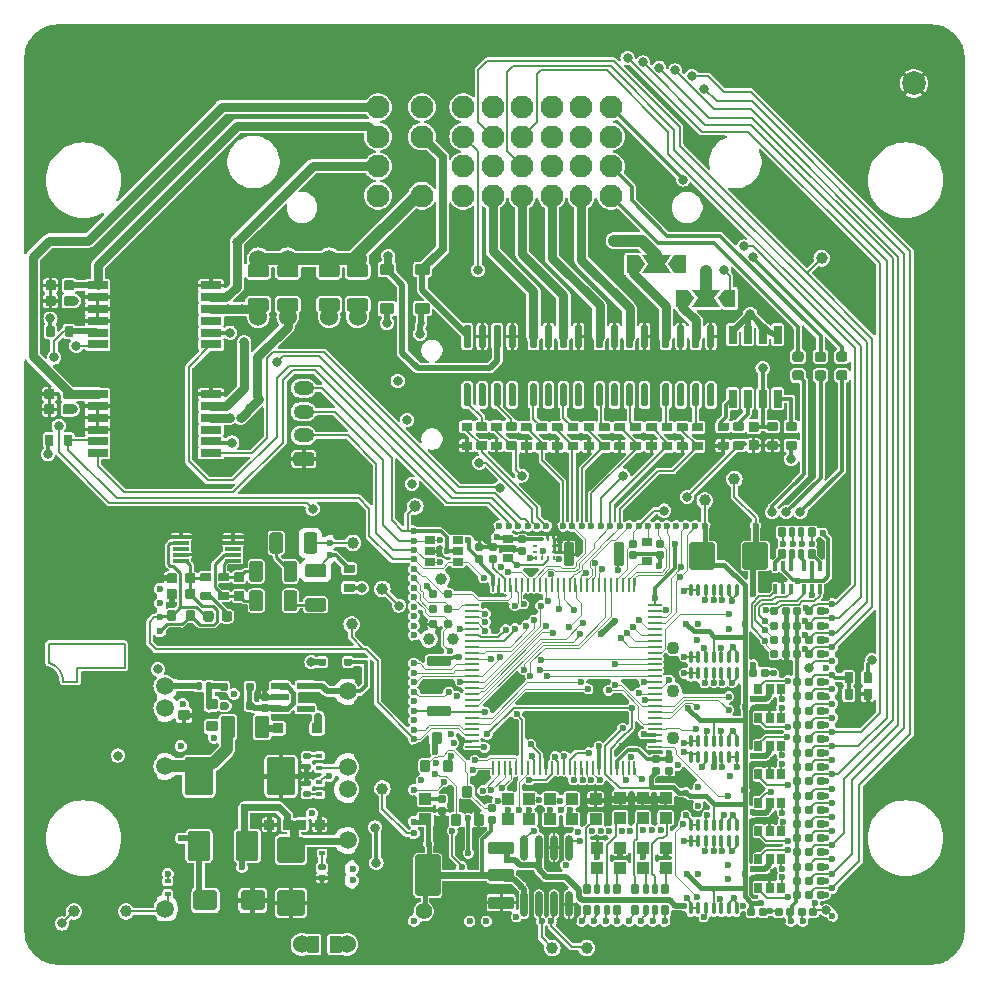
<source format=gtl>
G75*
G70*
%OFA0B0*%
%FSLAX25Y25*%
%IPPOS*%
%LPD*%
%AMOC8*
5,1,8,0,0,1.08239X$1,22.5*
%
%AMM100*
21,1,0.035430,0.030320,-0.000000,0.000000,0.000000*
21,1,0.028350,0.037400,-0.000000,0.000000,0.000000*
1,1,0.007090,0.014170,-0.015160*
1,1,0.007090,-0.014170,-0.015160*
1,1,0.007090,-0.014170,0.015160*
1,1,0.007090,0.014170,0.015160*
%
%AMM101*
21,1,0.043310,0.075980,-0.000000,0.000000,90.000000*
21,1,0.034650,0.084650,-0.000000,0.000000,90.000000*
1,1,0.008660,0.037990,0.017320*
1,1,0.008660,0.037990,-0.017320*
1,1,0.008660,-0.037990,-0.017320*
1,1,0.008660,-0.037990,0.017320*
%
%AMM102*
21,1,0.039370,0.035430,-0.000000,0.000000,90.000000*
21,1,0.031500,0.043310,-0.000000,0.000000,90.000000*
1,1,0.007870,0.017720,0.015750*
1,1,0.007870,0.017720,-0.015750*
1,1,0.007870,-0.017720,-0.015750*
1,1,0.007870,-0.017720,0.015750*
%
%AMM103*
21,1,0.027560,0.030710,-0.000000,0.000000,90.000000*
21,1,0.022050,0.036220,-0.000000,0.000000,90.000000*
1,1,0.005510,0.015350,0.011020*
1,1,0.005510,0.015350,-0.011020*
1,1,0.005510,-0.015350,-0.011020*
1,1,0.005510,-0.015350,0.011020*
%
%AMM104*
21,1,0.031500,0.072440,-0.000000,0.000000,90.000000*
21,1,0.025200,0.078740,-0.000000,0.000000,90.000000*
1,1,0.006300,0.036220,0.012600*
1,1,0.006300,0.036220,-0.012600*
1,1,0.006300,-0.036220,-0.012600*
1,1,0.006300,-0.036220,0.012600*
%
%AMM105*
21,1,0.137800,0.067720,-0.000000,0.000000,90.000000*
21,1,0.120870,0.084650,-0.000000,0.000000,90.000000*
1,1,0.016930,0.033860,0.060430*
1,1,0.016930,0.033860,-0.060430*
1,1,0.016930,-0.033860,-0.060430*
1,1,0.016930,-0.033860,0.060430*
%
%AMM106*
21,1,0.043310,0.075990,-0.000000,0.000000,90.000000*
21,1,0.034650,0.084650,-0.000000,0.000000,90.000000*
1,1,0.008660,0.037990,0.017320*
1,1,0.008660,0.037990,-0.017320*
1,1,0.008660,-0.037990,-0.017320*
1,1,0.008660,-0.037990,0.017320*
%
%AMM107*
21,1,0.086610,0.073230,-0.000000,0.000000,180.000000*
21,1,0.069290,0.090550,-0.000000,0.000000,180.000000*
1,1,0.017320,-0.034650,0.036610*
1,1,0.017320,0.034650,0.036610*
1,1,0.017320,0.034650,-0.036610*
1,1,0.017320,-0.034650,-0.036610*
%
%AMM36*
21,1,0.033470,0.026770,0.000000,0.000000,0.000000*
21,1,0.026770,0.033470,0.000000,0.000000,0.000000*
1,1,0.006690,0.013390,-0.013390*
1,1,0.006690,-0.013390,-0.013390*
1,1,0.006690,-0.013390,0.013390*
1,1,0.006690,0.013390,0.013390*
%
%AMM42*
21,1,0.035830,0.026770,0.000000,0.000000,0.000000*
21,1,0.029130,0.033470,0.000000,0.000000,0.000000*
1,1,0.006690,0.014570,-0.013390*
1,1,0.006690,-0.014570,-0.013390*
1,1,0.006690,-0.014570,0.013390*
1,1,0.006690,0.014570,0.013390*
%
%AMM44*
21,1,0.070870,0.036220,0.000000,0.000000,90.000000*
21,1,0.061810,0.045280,0.000000,0.000000,90.000000*
1,1,0.009060,0.018110,0.030910*
1,1,0.009060,0.018110,-0.030910*
1,1,0.009060,-0.018110,-0.030910*
1,1,0.009060,-0.018110,0.030910*
%
%AMM59*
21,1,0.086610,0.073230,0.000000,0.000000,270.000000*
21,1,0.069290,0.090550,0.000000,0.000000,270.000000*
1,1,0.017320,-0.036610,-0.034650*
1,1,0.017320,-0.036610,0.034650*
1,1,0.017320,0.036610,0.034650*
1,1,0.017320,0.036610,-0.034650*
%
%AMM60*
21,1,0.094490,0.111020,0.000000,0.000000,0.000000*
21,1,0.075590,0.129920,0.000000,0.000000,0.000000*
1,1,0.018900,0.037800,-0.055510*
1,1,0.018900,-0.037800,-0.055510*
1,1,0.018900,-0.037800,0.055510*
1,1,0.018900,0.037800,0.055510*
%
%AMM61*
21,1,0.074800,0.083460,0.000000,0.000000,0.000000*
21,1,0.059840,0.098430,0.000000,0.000000,0.000000*
1,1,0.014960,0.029920,-0.041730*
1,1,0.014960,-0.029920,-0.041730*
1,1,0.014960,-0.029920,0.041730*
1,1,0.014960,0.029920,0.041730*
%
%AMM62*
21,1,0.078740,0.053540,0.000000,0.000000,180.000000*
21,1,0.065350,0.066930,0.000000,0.000000,180.000000*
1,1,0.013390,-0.032680,0.026770*
1,1,0.013390,0.032680,0.026770*
1,1,0.013390,0.032680,-0.026770*
1,1,0.013390,-0.032680,-0.026770*
%
%AMM63*
21,1,0.035430,0.030320,0.000000,0.000000,90.000000*
21,1,0.028350,0.037400,0.000000,0.000000,90.000000*
1,1,0.007090,0.015160,0.014170*
1,1,0.007090,0.015160,-0.014170*
1,1,0.007090,-0.015160,-0.014170*
1,1,0.007090,-0.015160,0.014170*
%
%AMM64*
21,1,0.021650,0.052760,0.000000,0.000000,270.000000*
21,1,0.017320,0.057090,0.000000,0.000000,270.000000*
1,1,0.004330,-0.026380,-0.008660*
1,1,0.004330,-0.026380,0.008660*
1,1,0.004330,0.026380,0.008660*
1,1,0.004330,0.026380,-0.008660*
%
%AMM65*
21,1,0.015750,0.016540,0.000000,0.000000,270.000000*
21,1,0.012600,0.019680,0.000000,0.000000,270.000000*
1,1,0.003150,-0.008270,-0.006300*
1,1,0.003150,-0.008270,0.006300*
1,1,0.003150,0.008270,0.006300*
1,1,0.003150,0.008270,-0.006300*
%
%AMM66*
21,1,0.023620,0.018900,0.000000,0.000000,90.000000*
21,1,0.018900,0.023620,0.000000,0.000000,90.000000*
1,1,0.004720,0.009450,0.009450*
1,1,0.004720,0.009450,-0.009450*
1,1,0.004720,-0.009450,-0.009450*
1,1,0.004720,-0.009450,0.009450*
%
%AMM67*
21,1,0.019680,0.019680,0.000000,0.000000,0.000000*
21,1,0.015750,0.023620,0.000000,0.000000,0.000000*
1,1,0.003940,0.007870,-0.009840*
1,1,0.003940,-0.007870,-0.009840*
1,1,0.003940,-0.007870,0.009840*
1,1,0.003940,0.007870,0.009840*
%
%AMM68*
21,1,0.019680,0.019680,0.000000,0.000000,270.000000*
21,1,0.015750,0.023620,0.000000,0.000000,270.000000*
1,1,0.003940,-0.009840,-0.007870*
1,1,0.003940,-0.009840,0.007870*
1,1,0.003940,0.009840,0.007870*
1,1,0.003940,0.009840,-0.007870*
%
%AMM92*
21,1,0.025590,0.026380,-0.000000,0.000000,0.000000*
21,1,0.020470,0.031500,-0.000000,0.000000,0.000000*
1,1,0.005120,0.010240,-0.013190*
1,1,0.005120,-0.010240,-0.013190*
1,1,0.005120,-0.010240,0.013190*
1,1,0.005120,0.010240,0.013190*
%
%AMM93*
21,1,0.017720,0.027950,-0.000000,0.000000,0.000000*
21,1,0.014170,0.031500,-0.000000,0.000000,0.000000*
1,1,0.003540,0.007090,-0.013980*
1,1,0.003540,-0.007090,-0.013980*
1,1,0.003540,-0.007090,0.013980*
1,1,0.003540,0.007090,0.013980*
%
%AMM94*
21,1,0.012600,0.028980,-0.000000,0.000000,180.000000*
21,1,0.010080,0.031500,-0.000000,0.000000,180.000000*
1,1,0.002520,-0.005040,0.014490*
1,1,0.002520,0.005040,0.014490*
1,1,0.002520,0.005040,-0.014490*
1,1,0.002520,-0.005040,-0.014490*
%
%AMM95*
21,1,0.023620,0.030710,-0.000000,0.000000,270.000000*
21,1,0.018900,0.035430,-0.000000,0.000000,270.000000*
1,1,0.004720,-0.015350,-0.009450*
1,1,0.004720,-0.015350,0.009450*
1,1,0.004720,0.015350,0.009450*
1,1,0.004720,0.015350,-0.009450*
%
%AMM96*
21,1,0.027560,0.018900,-0.000000,0.000000,180.000000*
21,1,0.022840,0.023620,-0.000000,0.000000,180.000000*
1,1,0.004720,-0.011420,0.009450*
1,1,0.004720,0.011420,0.009450*
1,1,0.004720,0.011420,-0.009450*
1,1,0.004720,-0.011420,-0.009450*
%
%AMM97*
21,1,0.031500,0.072440,-0.000000,0.000000,180.000000*
21,1,0.025200,0.078740,-0.000000,0.000000,180.000000*
1,1,0.006300,-0.012600,0.036220*
1,1,0.006300,0.012600,0.036220*
1,1,0.006300,0.012600,-0.036220*
1,1,0.006300,-0.012600,-0.036220*
%
%AMM98*
21,1,0.027560,0.018900,-0.000000,0.000000,270.000000*
21,1,0.022840,0.023620,-0.000000,0.000000,270.000000*
1,1,0.004720,-0.009450,-0.011420*
1,1,0.004720,-0.009450,0.011420*
1,1,0.004720,0.009450,0.011420*
1,1,0.004720,0.009450,-0.011420*
%
%AMM99*
21,1,0.023620,0.030710,-0.000000,0.000000,0.000000*
21,1,0.018900,0.035430,-0.000000,0.000000,0.000000*
1,1,0.004720,0.009450,-0.015350*
1,1,0.004720,-0.009450,-0.015350*
1,1,0.004720,-0.009450,0.015350*
1,1,0.004720,0.009450,0.015350*
%
%ADD10C,0.00787*%
%ADD100C,0.01575*%
%ADD101C,0.01260*%
%ADD102C,0.04331*%
%ADD103C,0.03900*%
%ADD104C,0.05512*%
%ADD11C,0.03937*%
%ADD12C,0.06000*%
%ADD13R,0.02559X0.06004*%
%ADD137M36*%
%ADD14R,0.06890X0.02559*%
%ADD146M42*%
%ADD15R,0.16929X0.31102*%
%ADD151M44*%
%ADD16O,0.06890X0.04724*%
%ADD17C,0.02362*%
%ADD172R,0.05512X0.01181*%
%ADD174M59*%
%ADD175M60*%
%ADD176M61*%
%ADD177M62*%
%ADD178M63*%
%ADD179M64*%
%ADD18R,0.14567X0.00787*%
%ADD180M65*%
%ADD181M66*%
%ADD182M67*%
%ADD183M68*%
%ADD184O,0.00787X0.40158*%
%ADD19R,0.01575X0.00787*%
%ADD20R,0.06299X0.00787*%
%ADD21R,0.38189X0.00787*%
%ADD212M92*%
%ADD213M93*%
%ADD214M94*%
%ADD215O,0.01181X0.04331*%
%ADD216M95*%
%ADD217M96*%
%ADD218M97*%
%ADD219M98*%
%ADD22R,0.09055X0.00787*%
%ADD220M99*%
%ADD221M100*%
%ADD222O,0.02362X0.08661*%
%ADD223M101*%
%ADD224M102*%
%ADD225M103*%
%ADD226M104*%
%ADD227M105*%
%ADD228M106*%
%ADD229M107*%
%ADD23R,0.00787X0.05512*%
%ADD24R,0.00787X0.25197*%
%ADD25R,0.00787X0.06693*%
%ADD26R,0.00787X0.12992*%
%ADD27R,0.27559X0.00787*%
%ADD28R,0.12992X0.00787*%
%ADD29R,0.24803X0.00787*%
%ADD30C,0.07677*%
%ADD31R,0.00984X0.24350*%
%ADD32R,0.00984X0.04390*%
%ADD33R,0.56201X0.00984*%
%ADD34R,0.59449X0.00984*%
%ADD35R,0.00984X0.20374*%
%ADD36C,0.07874*%
%ADD37C,0.05906*%
%ADD38O,0.00787X0.12992*%
%ADD39O,0.00787X0.40157*%
%ADD40O,0.00787X0.01181*%
%ADD41O,0.66929X0.00787*%
%ADD42O,0.60630X0.00787*%
%ADD43O,0.00787X0.18898*%
%ADD44O,0.00787X0.10236*%
%ADD45O,0.00787X0.03937*%
%ADD46O,0.00787X0.05906*%
%ADD47C,0.03150*%
%ADD48C,0.01969*%
%ADD49C,0.00591*%
%ADD50C,0.01181*%
%ADD51C,0.02756*%
%ADD57C,0.00984*%
%ADD65C,0.01968*%
%ADD79O,0.04724X0.00866*%
%ADD80O,0.00866X0.04724*%
%ADD84R,0.01378X0.00984*%
%ADD85R,0.00984X0.01378*%
%ADD98C,0.03100*%
%ADD99C,0.00492*%
X0000000Y0000000D02*
%LPD*%
G01*
D10*
X0008952Y0107655D02*
X0008952Y0101355D01*
X0018401Y0099781D02*
X0034149Y0099781D01*
X0018401Y0095056D02*
X0013676Y0095056D01*
X0018401Y0095056D02*
X0018401Y0099781D01*
X0034149Y0107655D02*
X0008952Y0107655D01*
X0034149Y0099781D02*
X0034149Y0107655D01*
X0008952Y0101355D02*
G75*
G02*
X0013676Y0095056I-001508J-006052D01*
G01*
G36*
G01*
X0149823Y0172336D02*
X0146752Y0172336D01*
G75*
G02*
X0146476Y0172612I0000000J0000276D01*
G01*
X0146476Y0174817D01*
G75*
G02*
X0146752Y0175092I0000276J0000000D01*
G01*
X0149823Y0175092D01*
G75*
G02*
X0150098Y0174817I0000000J-000276D01*
G01*
X0150098Y0172612D01*
G75*
G02*
X0149823Y0172336I-000276J0000000D01*
G01*
G37*
G36*
G01*
X0149823Y0178635D02*
X0146752Y0178635D01*
G75*
G02*
X0146476Y0178911I0000000J0000276D01*
G01*
X0146476Y0181116D01*
G75*
G02*
X0146752Y0181391I0000276J0000000D01*
G01*
X0149823Y0181391D01*
G75*
G02*
X0150098Y0181116I0000000J-000276D01*
G01*
X0150098Y0178911D01*
G75*
G02*
X0149823Y0178635I-000276J0000000D01*
G01*
G37*
D11*
X0110236Y0141339D03*
G36*
G01*
X0193091Y0186811D02*
X0191909Y0186811D01*
G75*
G02*
X0191319Y0187402I0000000J0000591D01*
G01*
X0191319Y0193898D01*
G75*
G02*
X0191909Y0194488I0000591J0000000D01*
G01*
X0193091Y0194488D01*
G75*
G02*
X0193681Y0193898I0000000J-000591D01*
G01*
X0193681Y0187402D01*
G75*
G02*
X0193091Y0186811I-000591J0000000D01*
G01*
G37*
G36*
G01*
X0198091Y0186811D02*
X0196909Y0186811D01*
G75*
G02*
X0196319Y0187402I0000000J0000591D01*
G01*
X0196319Y0193898D01*
G75*
G02*
X0196909Y0194488I0000591J0000000D01*
G01*
X0198091Y0194488D01*
G75*
G02*
X0198681Y0193898I0000000J-000591D01*
G01*
X0198681Y0187402D01*
G75*
G02*
X0198091Y0186811I-000591J0000000D01*
G01*
G37*
G36*
G01*
X0203091Y0186811D02*
X0201909Y0186811D01*
G75*
G02*
X0201319Y0187402I0000000J0000591D01*
G01*
X0201319Y0193898D01*
G75*
G02*
X0201909Y0194488I0000591J0000000D01*
G01*
X0203091Y0194488D01*
G75*
G02*
X0203681Y0193898I0000000J-000591D01*
G01*
X0203681Y0187402D01*
G75*
G02*
X0203091Y0186811I-000591J0000000D01*
G01*
G37*
G36*
G01*
X0208091Y0186811D02*
X0206909Y0186811D01*
G75*
G02*
X0206319Y0187402I0000000J0000591D01*
G01*
X0206319Y0193898D01*
G75*
G02*
X0206909Y0194488I0000591J0000000D01*
G01*
X0208091Y0194488D01*
G75*
G02*
X0208681Y0193898I0000000J-000591D01*
G01*
X0208681Y0187402D01*
G75*
G02*
X0208091Y0186811I-000591J0000000D01*
G01*
G37*
G36*
G01*
X0208091Y0206299D02*
X0206909Y0206299D01*
G75*
G02*
X0206319Y0206890I0000000J0000591D01*
G01*
X0206319Y0213386D01*
G75*
G02*
X0206909Y0213976I0000591J0000000D01*
G01*
X0208091Y0213976D01*
G75*
G02*
X0208681Y0213386I0000000J-000591D01*
G01*
X0208681Y0206890D01*
G75*
G02*
X0208091Y0206299I-000591J0000000D01*
G01*
G37*
G36*
G01*
X0203091Y0206299D02*
X0201909Y0206299D01*
G75*
G02*
X0201319Y0206890I0000000J0000591D01*
G01*
X0201319Y0213386D01*
G75*
G02*
X0201909Y0213976I0000591J0000000D01*
G01*
X0203091Y0213976D01*
G75*
G02*
X0203681Y0213386I0000000J-000591D01*
G01*
X0203681Y0206890D01*
G75*
G02*
X0203091Y0206299I-000591J0000000D01*
G01*
G37*
G36*
G01*
X0198091Y0206299D02*
X0196909Y0206299D01*
G75*
G02*
X0196319Y0206890I0000000J0000591D01*
G01*
X0196319Y0213386D01*
G75*
G02*
X0196909Y0213976I0000591J0000000D01*
G01*
X0198091Y0213976D01*
G75*
G02*
X0198681Y0213386I0000000J-000591D01*
G01*
X0198681Y0206890D01*
G75*
G02*
X0198091Y0206299I-000591J0000000D01*
G01*
G37*
G36*
G01*
X0193091Y0206299D02*
X0191909Y0206299D01*
G75*
G02*
X0191319Y0206890I0000000J0000591D01*
G01*
X0191319Y0213386D01*
G75*
G02*
X0191909Y0213976I0000591J0000000D01*
G01*
X0193091Y0213976D01*
G75*
G02*
X0193681Y0213386I0000000J-000591D01*
G01*
X0193681Y0206890D01*
G75*
G02*
X0193091Y0206299I-000591J0000000D01*
G01*
G37*
G36*
G01*
X0245157Y0172185D02*
X0242480Y0172185D01*
G75*
G02*
X0242146Y0172520I0000000J0000335D01*
G01*
X0242146Y0175197D01*
G75*
G02*
X0242480Y0175531I0000335J0000000D01*
G01*
X0245157Y0175531D01*
G75*
G02*
X0245492Y0175197I0000000J-000335D01*
G01*
X0245492Y0172520D01*
G75*
G02*
X0245157Y0172185I-000335J0000000D01*
G01*
G37*
G36*
G01*
X0245157Y0178406D02*
X0242480Y0178406D01*
G75*
G02*
X0242146Y0178740I0000000J0000335D01*
G01*
X0242146Y0181417D01*
G75*
G02*
X0242480Y0181752I0000335J0000000D01*
G01*
X0245157Y0181752D01*
G75*
G02*
X0245492Y0181417I0000000J-000335D01*
G01*
X0245492Y0178740D01*
G75*
G02*
X0245157Y0178406I-000335J0000000D01*
G01*
G37*
G36*
G01*
X0171693Y0181299D02*
X0174764Y0181299D01*
G75*
G02*
X0175039Y0181024I0000000J-000276D01*
G01*
X0175039Y0178819D01*
G75*
G02*
X0174764Y0178543I-000276J0000000D01*
G01*
X0171693Y0178543D01*
G75*
G02*
X0171417Y0178819I0000000J0000276D01*
G01*
X0171417Y0181024D01*
G75*
G02*
X0171693Y0181299I0000276J0000000D01*
G01*
G37*
G36*
G01*
X0171693Y0175000D02*
X0174764Y0175000D01*
G75*
G02*
X0175039Y0174724I0000000J-000276D01*
G01*
X0175039Y0172520D01*
G75*
G02*
X0174764Y0172244I-000276J0000000D01*
G01*
X0171693Y0172244D01*
G75*
G02*
X0171417Y0172520I0000000J0000276D01*
G01*
X0171417Y0174724D01*
G75*
G02*
X0171693Y0175000I0000276J0000000D01*
G01*
G37*
G36*
G01*
X0007461Y0189606D02*
X0007461Y0192283D01*
G75*
G02*
X0007795Y0192618I0000335J0000000D01*
G01*
X0010472Y0192618D01*
G75*
G02*
X0010807Y0192283I0000000J-000335D01*
G01*
X0010807Y0189606D01*
G75*
G02*
X0010472Y0189272I-000335J0000000D01*
G01*
X0007795Y0189272D01*
G75*
G02*
X0007461Y0189606I0000000J0000335D01*
G01*
G37*
G36*
G01*
X0013681Y0189606D02*
X0013681Y0192283D01*
G75*
G02*
X0014016Y0192618I0000335J0000000D01*
G01*
X0016693Y0192618D01*
G75*
G02*
X0017028Y0192283I0000000J-000335D01*
G01*
X0017028Y0189606D01*
G75*
G02*
X0016693Y0189272I-000335J0000000D01*
G01*
X0014016Y0189272D01*
G75*
G02*
X0013681Y0189606I0000000J0000335D01*
G01*
G37*
G36*
G01*
X0283268Y0092480D02*
X0283268Y0089409D01*
G75*
G02*
X0282992Y0089134I-000276J0000000D01*
G01*
X0280787Y0089134D01*
G75*
G02*
X0280512Y0089409I0000000J0000276D01*
G01*
X0280512Y0092480D01*
G75*
G02*
X0280787Y0092756I0000276J0000000D01*
G01*
X0282992Y0092756D01*
G75*
G02*
X0283268Y0092480I0000000J-000276D01*
G01*
G37*
G36*
G01*
X0276969Y0092480D02*
X0276969Y0089409D01*
G75*
G02*
X0276693Y0089134I-000276J0000000D01*
G01*
X0274488Y0089134D01*
G75*
G02*
X0274213Y0089409I0000000J0000276D01*
G01*
X0274213Y0092480D01*
G75*
G02*
X0274488Y0092756I0000276J0000000D01*
G01*
X0276693Y0092756D01*
G75*
G02*
X0276969Y0092480I0000000J-000276D01*
G01*
G37*
G36*
G01*
X0171043Y0186811D02*
X0169862Y0186811D01*
G75*
G02*
X0169272Y0187402I0000000J0000591D01*
G01*
X0169272Y0193898D01*
G75*
G02*
X0169862Y0194488I0000591J0000000D01*
G01*
X0171043Y0194488D01*
G75*
G02*
X0171634Y0193898I0000000J-000591D01*
G01*
X0171634Y0187402D01*
G75*
G02*
X0171043Y0186811I-000591J0000000D01*
G01*
G37*
G36*
G01*
X0176043Y0186811D02*
X0174862Y0186811D01*
G75*
G02*
X0174272Y0187402I0000000J0000591D01*
G01*
X0174272Y0193898D01*
G75*
G02*
X0174862Y0194488I0000591J0000000D01*
G01*
X0176043Y0194488D01*
G75*
G02*
X0176634Y0193898I0000000J-000591D01*
G01*
X0176634Y0187402D01*
G75*
G02*
X0176043Y0186811I-000591J0000000D01*
G01*
G37*
G36*
G01*
X0181043Y0186811D02*
X0179862Y0186811D01*
G75*
G02*
X0179272Y0187402I0000000J0000591D01*
G01*
X0179272Y0193898D01*
G75*
G02*
X0179862Y0194488I0000591J0000000D01*
G01*
X0181043Y0194488D01*
G75*
G02*
X0181634Y0193898I0000000J-000591D01*
G01*
X0181634Y0187402D01*
G75*
G02*
X0181043Y0186811I-000591J0000000D01*
G01*
G37*
G36*
G01*
X0186043Y0186811D02*
X0184862Y0186811D01*
G75*
G02*
X0184272Y0187402I0000000J0000591D01*
G01*
X0184272Y0193898D01*
G75*
G02*
X0184862Y0194488I0000591J0000000D01*
G01*
X0186043Y0194488D01*
G75*
G02*
X0186634Y0193898I0000000J-000591D01*
G01*
X0186634Y0187402D01*
G75*
G02*
X0186043Y0186811I-000591J0000000D01*
G01*
G37*
G36*
G01*
X0186043Y0206299D02*
X0184862Y0206299D01*
G75*
G02*
X0184272Y0206890I0000000J0000591D01*
G01*
X0184272Y0213386D01*
G75*
G02*
X0184862Y0213976I0000591J0000000D01*
G01*
X0186043Y0213976D01*
G75*
G02*
X0186634Y0213386I0000000J-000591D01*
G01*
X0186634Y0206890D01*
G75*
G02*
X0186043Y0206299I-000591J0000000D01*
G01*
G37*
G36*
G01*
X0181043Y0206299D02*
X0179862Y0206299D01*
G75*
G02*
X0179272Y0206890I0000000J0000591D01*
G01*
X0179272Y0213386D01*
G75*
G02*
X0179862Y0213976I0000591J0000000D01*
G01*
X0181043Y0213976D01*
G75*
G02*
X0181634Y0213386I0000000J-000591D01*
G01*
X0181634Y0206890D01*
G75*
G02*
X0181043Y0206299I-000591J0000000D01*
G01*
G37*
G36*
G01*
X0176043Y0206299D02*
X0174862Y0206299D01*
G75*
G02*
X0174272Y0206890I0000000J0000591D01*
G01*
X0174272Y0213386D01*
G75*
G02*
X0174862Y0213976I0000591J0000000D01*
G01*
X0176043Y0213976D01*
G75*
G02*
X0176634Y0213386I0000000J-000591D01*
G01*
X0176634Y0206890D01*
G75*
G02*
X0176043Y0206299I-000591J0000000D01*
G01*
G37*
G36*
G01*
X0171043Y0206299D02*
X0169862Y0206299D01*
G75*
G02*
X0169272Y0206890I0000000J0000591D01*
G01*
X0169272Y0213386D01*
G75*
G02*
X0169862Y0213976I0000591J0000000D01*
G01*
X0171043Y0213976D01*
G75*
G02*
X0171634Y0213386I0000000J-000591D01*
G01*
X0171634Y0206890D01*
G75*
G02*
X0171043Y0206299I-000591J0000000D01*
G01*
G37*
D12*
X0111811Y0236024D03*
G36*
G01*
X0108268Y0230728D02*
X0108268Y0233445D01*
G75*
G02*
X0109173Y0234350I0000906J0000000D01*
G01*
X0114449Y0234350D01*
G75*
G02*
X0115354Y0233445I0000000J-000906D01*
G01*
X0115354Y0230728D01*
G75*
G02*
X0114449Y0229823I-000906J0000000D01*
G01*
X0109173Y0229823D01*
G75*
G02*
X0108268Y0230728I0000000J0000906D01*
G01*
G37*
G36*
G01*
X0108268Y0219311D02*
X0108268Y0222028D01*
G75*
G02*
X0109173Y0222933I0000906J0000000D01*
G01*
X0114449Y0222933D01*
G75*
G02*
X0115354Y0222028I0000000J-000906D01*
G01*
X0115354Y0219311D01*
G75*
G02*
X0114449Y0218405I-000906J0000000D01*
G01*
X0109173Y0218405D01*
G75*
G02*
X0108268Y0219311I0000000J0000906D01*
G01*
G37*
X0111811Y0216732D03*
D11*
X0017323Y0018504D03*
G36*
G01*
X0202985Y0181319D02*
X0206056Y0181319D01*
G75*
G02*
X0206331Y0181043I0000000J-000276D01*
G01*
X0206331Y0178839D01*
G75*
G02*
X0206056Y0178563I-000276J0000000D01*
G01*
X0202985Y0178563D01*
G75*
G02*
X0202709Y0178839I0000000J0000276D01*
G01*
X0202709Y0181043D01*
G75*
G02*
X0202985Y0181319I0000276J0000000D01*
G01*
G37*
G36*
G01*
X0202985Y0175020D02*
X0206056Y0175020D01*
G75*
G02*
X0206331Y0174744I0000000J-000276D01*
G01*
X0206331Y0172539D01*
G75*
G02*
X0206056Y0172264I-000276J0000000D01*
G01*
X0202985Y0172264D01*
G75*
G02*
X0202709Y0172539I0000000J0000276D01*
G01*
X0202709Y0174744D01*
G75*
G02*
X0202985Y0175020I0000276J0000000D01*
G01*
G37*
D13*
X0236850Y0189421D03*
X0241850Y0189421D03*
X0246850Y0189421D03*
X0251850Y0189421D03*
X0251850Y0210776D03*
X0246850Y0210776D03*
X0241850Y0210776D03*
X0236850Y0210776D03*
G36*
G01*
X0016732Y0177126D02*
X0016732Y0174055D01*
G75*
G02*
X0016457Y0173780I-000276J0000000D01*
G01*
X0014252Y0173780D01*
G75*
G02*
X0013976Y0174055I0000000J0000276D01*
G01*
X0013976Y0177126D01*
G75*
G02*
X0014252Y0177402I0000276J0000000D01*
G01*
X0016457Y0177402D01*
G75*
G02*
X0016732Y0177126I0000000J-000276D01*
G01*
G37*
G36*
G01*
X0010433Y0177126D02*
X0010433Y0174055D01*
G75*
G02*
X0010157Y0173780I-000276J0000000D01*
G01*
X0007953Y0173780D01*
G75*
G02*
X0007677Y0174055I0000000J0000276D01*
G01*
X0007677Y0177126D01*
G75*
G02*
X0007953Y0177402I0000276J0000000D01*
G01*
X0010157Y0177402D01*
G75*
G02*
X0010433Y0177126I0000000J-000276D01*
G01*
G37*
G36*
G01*
X0213425Y0181299D02*
X0216496Y0181299D01*
G75*
G02*
X0216772Y0181024I0000000J-000276D01*
G01*
X0216772Y0178819D01*
G75*
G02*
X0216496Y0178543I-000276J0000000D01*
G01*
X0213425Y0178543D01*
G75*
G02*
X0213150Y0178819I0000000J0000276D01*
G01*
X0213150Y0181024D01*
G75*
G02*
X0213425Y0181299I0000276J0000000D01*
G01*
G37*
G36*
G01*
X0213425Y0175000D02*
X0216496Y0175000D01*
G75*
G02*
X0216772Y0174724I0000000J-000276D01*
G01*
X0216772Y0172520D01*
G75*
G02*
X0216496Y0172244I-000276J0000000D01*
G01*
X0213425Y0172244D01*
G75*
G02*
X0213150Y0172520I0000000J0000276D01*
G01*
X0213150Y0174724D01*
G75*
G02*
X0213425Y0175000I0000276J0000000D01*
G01*
G37*
G36*
G01*
X0007854Y0225827D02*
X0007854Y0228504D01*
G75*
G02*
X0008189Y0228839I0000335J0000000D01*
G01*
X0010866Y0228839D01*
G75*
G02*
X0011201Y0228504I0000000J-000335D01*
G01*
X0011201Y0225827D01*
G75*
G02*
X0010866Y0225492I-000335J0000000D01*
G01*
X0008189Y0225492D01*
G75*
G02*
X0007854Y0225827I0000000J0000335D01*
G01*
G37*
G36*
G01*
X0014075Y0225827D02*
X0014075Y0228504D01*
G75*
G02*
X0014409Y0228839I0000335J0000000D01*
G01*
X0017087Y0228839D01*
G75*
G02*
X0017421Y0228504I0000000J-000335D01*
G01*
X0017421Y0225827D01*
G75*
G02*
X0017087Y0225492I-000335J0000000D01*
G01*
X0014409Y0225492D01*
G75*
G02*
X0014075Y0225827I0000000J0000335D01*
G01*
G37*
G36*
G01*
X0274213Y0094921D02*
X0274213Y0097992D01*
G75*
G02*
X0274488Y0098268I0000276J0000000D01*
G01*
X0276693Y0098268D01*
G75*
G02*
X0276969Y0097992I0000000J-000276D01*
G01*
X0276969Y0094921D01*
G75*
G02*
X0276693Y0094646I-000276J0000000D01*
G01*
X0274488Y0094646D01*
G75*
G02*
X0274213Y0094921I0000000J0000276D01*
G01*
G37*
G36*
G01*
X0280512Y0094921D02*
X0280512Y0097992D01*
G75*
G02*
X0280787Y0098268I0000276J0000000D01*
G01*
X0282992Y0098268D01*
G75*
G02*
X0283268Y0097992I0000000J-000276D01*
G01*
X0283268Y0094921D01*
G75*
G02*
X0282992Y0094646I-000276J0000000D01*
G01*
X0280787Y0094646D01*
G75*
G02*
X0280512Y0094921I0000000J0000276D01*
G01*
G37*
G36*
G01*
X0192559Y0181299D02*
X0195630Y0181299D01*
G75*
G02*
X0195906Y0181024I0000000J-000276D01*
G01*
X0195906Y0178819D01*
G75*
G02*
X0195630Y0178543I-000276J0000000D01*
G01*
X0192559Y0178543D01*
G75*
G02*
X0192283Y0178819I0000000J0000276D01*
G01*
X0192283Y0181024D01*
G75*
G02*
X0192559Y0181299I0000276J0000000D01*
G01*
G37*
G36*
G01*
X0192559Y0175000D02*
X0195630Y0175000D01*
G75*
G02*
X0195906Y0174724I0000000J-000276D01*
G01*
X0195906Y0172520D01*
G75*
G02*
X0195630Y0172244I-000276J0000000D01*
G01*
X0192559Y0172244D01*
G75*
G02*
X0192283Y0172520I0000000J0000276D01*
G01*
X0192283Y0174724D01*
G75*
G02*
X0192559Y0175000I0000276J0000000D01*
G01*
G37*
G36*
G01*
X0179882Y0172244D02*
X0176811Y0172244D01*
G75*
G02*
X0176535Y0172520I0000000J0000276D01*
G01*
X0176535Y0174724D01*
G75*
G02*
X0176811Y0175000I0000276J0000000D01*
G01*
X0179882Y0175000D01*
G75*
G02*
X0180157Y0174724I0000000J-000276D01*
G01*
X0180157Y0172520D01*
G75*
G02*
X0179882Y0172244I-000276J0000000D01*
G01*
G37*
G36*
G01*
X0179882Y0178543D02*
X0176811Y0178543D01*
G75*
G02*
X0176535Y0178819I0000000J0000276D01*
G01*
X0176535Y0181024D01*
G75*
G02*
X0176811Y0181299I0000276J0000000D01*
G01*
X0179882Y0181299D01*
G75*
G02*
X0180157Y0181024I0000000J-000276D01*
G01*
X0180157Y0178819D01*
G75*
G02*
X0179882Y0178543I-000276J0000000D01*
G01*
G37*
D11*
X0034646Y0018504D03*
D14*
X0062992Y0171260D03*
X0062992Y0175197D03*
X0062992Y0179134D03*
X0062992Y0183071D03*
X0062992Y0187008D03*
X0062992Y0190945D03*
X0025197Y0190945D03*
X0025197Y0187008D03*
X0025197Y0183071D03*
X0025197Y0179134D03*
X0025197Y0175197D03*
X0025197Y0171260D03*
D15*
X0044094Y0181102D03*
G36*
G01*
X0109600Y0100443D02*
X0107711Y0100443D01*
G75*
G02*
X0107474Y0100679I0000000J0000236D01*
G01*
X0107474Y0102569D01*
G75*
G02*
X0107711Y0102805I0000236J0000000D01*
G01*
X0109600Y0102805D01*
G75*
G02*
X0109837Y0102569I0000000J-000236D01*
G01*
X0109837Y0100679D01*
G75*
G02*
X0109600Y0100443I-000236J0000000D01*
G01*
G37*
G36*
G01*
X0100939Y0100443D02*
X0099049Y0100443D01*
G75*
G02*
X0098813Y0100679I0000000J0000236D01*
G01*
X0098813Y0102569D01*
G75*
G02*
X0099049Y0102805I0000236J0000000D01*
G01*
X0100939Y0102805D01*
G75*
G02*
X0101175Y0102569I0000000J-000236D01*
G01*
X0101175Y0100679D01*
G75*
G02*
X0100939Y0100443I-000236J0000000D01*
G01*
G37*
G36*
G01*
X0221614Y0172244D02*
X0218543Y0172244D01*
G75*
G02*
X0218268Y0172520I0000000J0000276D01*
G01*
X0218268Y0174724D01*
G75*
G02*
X0218543Y0175000I0000276J0000000D01*
G01*
X0221614Y0175000D01*
G75*
G02*
X0221890Y0174724I0000000J-000276D01*
G01*
X0221890Y0172520D01*
G75*
G02*
X0221614Y0172244I-000276J0000000D01*
G01*
G37*
G36*
G01*
X0221614Y0178543D02*
X0218543Y0178543D01*
G75*
G02*
X0218268Y0178819I0000000J0000276D01*
G01*
X0218268Y0181024D01*
G75*
G02*
X0218543Y0181299I0000276J0000000D01*
G01*
X0221614Y0181299D01*
G75*
G02*
X0221890Y0181024I0000000J-000276D01*
G01*
X0221890Y0178819D01*
G75*
G02*
X0221614Y0178543I-000276J0000000D01*
G01*
G37*
D11*
X0227559Y0155512D03*
G36*
G01*
X0007461Y0184488D02*
X0007461Y0187165D01*
G75*
G02*
X0007795Y0187500I0000335J0000000D01*
G01*
X0010472Y0187500D01*
G75*
G02*
X0010807Y0187165I0000000J-000335D01*
G01*
X0010807Y0184488D01*
G75*
G02*
X0010472Y0184154I-000335J0000000D01*
G01*
X0007795Y0184154D01*
G75*
G02*
X0007461Y0184488I0000000J0000335D01*
G01*
G37*
G36*
G01*
X0013681Y0184488D02*
X0013681Y0187165D01*
G75*
G02*
X0014016Y0187500I0000335J0000000D01*
G01*
X0016693Y0187500D01*
G75*
G02*
X0017028Y0187165I0000000J-000335D01*
G01*
X0017028Y0184488D01*
G75*
G02*
X0016693Y0184154I-000335J0000000D01*
G01*
X0014016Y0184154D01*
G75*
G02*
X0013681Y0184488I0000000J0000335D01*
G01*
G37*
G36*
G01*
X0110591Y0125000D02*
X0107520Y0125000D01*
G75*
G02*
X0107244Y0125276I0000000J0000276D01*
G01*
X0107244Y0127480D01*
G75*
G02*
X0107520Y0127756I0000276J0000000D01*
G01*
X0110591Y0127756D01*
G75*
G02*
X0110866Y0127480I0000000J-000276D01*
G01*
X0110866Y0125276D01*
G75*
G02*
X0110591Y0125000I-000276J0000000D01*
G01*
G37*
G36*
G01*
X0110591Y0131299D02*
X0107520Y0131299D01*
G75*
G02*
X0107244Y0131575I0000000J0000276D01*
G01*
X0107244Y0133780D01*
G75*
G02*
X0107520Y0134055I0000276J0000000D01*
G01*
X0110591Y0134055D01*
G75*
G02*
X0110866Y0133780I0000000J-000276D01*
G01*
X0110866Y0131575D01*
G75*
G02*
X0110591Y0131299I-000276J0000000D01*
G01*
G37*
G36*
G01*
X0096358Y0166929D02*
X0091437Y0166929D01*
G75*
G02*
X0090453Y0167913I0000000J0000984D01*
G01*
X0090453Y0170669D01*
G75*
G02*
X0091437Y0171654I0000984J0000000D01*
G01*
X0096358Y0171654D01*
G75*
G02*
X0097343Y0170669I0000000J-000984D01*
G01*
X0097343Y0167913D01*
G75*
G02*
X0096358Y0166929I-000984J0000000D01*
G01*
G37*
D16*
X0093898Y0177165D03*
X0093898Y0185039D03*
X0093898Y0192913D03*
D17*
X0244488Y0146850D03*
X0227559Y0146850D03*
X0224409Y0146850D03*
X0221260Y0146850D03*
X0218110Y0146850D03*
X0214961Y0146850D03*
X0211811Y0146850D03*
X0208661Y0146850D03*
X0205512Y0146850D03*
X0202362Y0146850D03*
X0199213Y0146850D03*
X0196063Y0146850D03*
X0192913Y0146850D03*
X0189764Y0146850D03*
X0186614Y0146850D03*
X0183465Y0146850D03*
X0180315Y0146850D03*
X0174803Y0146850D03*
X0171654Y0146850D03*
X0168504Y0146850D03*
X0165354Y0146850D03*
X0162205Y0146850D03*
X0159055Y0146850D03*
D18*
X0139961Y0014567D03*
D19*
X0151968Y0014567D03*
D18*
X0163976Y0014567D03*
D20*
X0181496Y0014567D03*
D21*
X0235236Y0014567D03*
D22*
X0266732Y0014567D03*
D23*
X0270866Y0021654D03*
D24*
X0129921Y0029921D03*
D25*
X0129921Y0053740D03*
D26*
X0129921Y0067520D03*
D23*
X0129921Y0105906D03*
D24*
X0270866Y0135433D03*
D27*
X0143307Y0147638D03*
D19*
X0177559Y0147638D03*
D28*
X0236024Y0147638D03*
D29*
X0258858Y0147638D03*
D17*
X0130709Y0145276D03*
X0130709Y0142126D03*
X0130709Y0138976D03*
X0130709Y0135827D03*
X0130709Y0132677D03*
X0130709Y0129528D03*
X0130709Y0126378D03*
X0130709Y0123228D03*
X0130709Y0120079D03*
X0130709Y0116929D03*
X0130709Y0113780D03*
X0130709Y0110630D03*
X0130709Y0101181D03*
X0130709Y0098031D03*
X0130709Y0094882D03*
X0130709Y0091732D03*
X0130709Y0088583D03*
X0130709Y0085433D03*
X0130709Y0082283D03*
X0130709Y0079134D03*
X0130709Y0075984D03*
X0130709Y0059055D03*
X0130709Y0048425D03*
X0130709Y0044488D03*
X0130709Y0015354D03*
X0270079Y0120866D03*
X0270079Y0116142D03*
X0270079Y0111417D03*
X0270079Y0106693D03*
X0270079Y0101969D03*
X0270079Y0097244D03*
X0270079Y0092520D03*
X0270079Y0087795D03*
X0270079Y0083071D03*
X0270079Y0078346D03*
X0270079Y0073622D03*
X0270079Y0068898D03*
X0270079Y0064173D03*
X0270079Y0059449D03*
X0270079Y0054724D03*
X0270079Y0050000D03*
X0270079Y0045276D03*
X0270079Y0040551D03*
X0270079Y0035827D03*
X0270079Y0031102D03*
X0270079Y0026378D03*
X0270079Y0016929D03*
X0260236Y0015354D03*
X0256299Y0015354D03*
X0214173Y0015354D03*
X0210236Y0015354D03*
X0206299Y0015354D03*
X0202362Y0015354D03*
X0198425Y0015354D03*
X0194488Y0015354D03*
X0190551Y0015354D03*
X0186614Y0015354D03*
X0176378Y0015354D03*
X0173228Y0015354D03*
X0154724Y0015354D03*
X0149213Y0015354D03*
G36*
G01*
X0215138Y0186811D02*
X0213957Y0186811D01*
G75*
G02*
X0213366Y0187402I0000000J0000591D01*
G01*
X0213366Y0193898D01*
G75*
G02*
X0213957Y0194488I0000591J0000000D01*
G01*
X0215138Y0194488D01*
G75*
G02*
X0215728Y0193898I0000000J-000591D01*
G01*
X0215728Y0187402D01*
G75*
G02*
X0215138Y0186811I-000591J0000000D01*
G01*
G37*
G36*
G01*
X0220138Y0186811D02*
X0218957Y0186811D01*
G75*
G02*
X0218366Y0187402I0000000J0000591D01*
G01*
X0218366Y0193898D01*
G75*
G02*
X0218957Y0194488I0000591J0000000D01*
G01*
X0220138Y0194488D01*
G75*
G02*
X0220728Y0193898I0000000J-000591D01*
G01*
X0220728Y0187402D01*
G75*
G02*
X0220138Y0186811I-000591J0000000D01*
G01*
G37*
G36*
G01*
X0225138Y0186811D02*
X0223957Y0186811D01*
G75*
G02*
X0223366Y0187402I0000000J0000591D01*
G01*
X0223366Y0193898D01*
G75*
G02*
X0223957Y0194488I0000591J0000000D01*
G01*
X0225138Y0194488D01*
G75*
G02*
X0225728Y0193898I0000000J-000591D01*
G01*
X0225728Y0187402D01*
G75*
G02*
X0225138Y0186811I-000591J0000000D01*
G01*
G37*
G36*
G01*
X0230138Y0186811D02*
X0228957Y0186811D01*
G75*
G02*
X0228366Y0187402I0000000J0000591D01*
G01*
X0228366Y0193898D01*
G75*
G02*
X0228957Y0194488I0000591J0000000D01*
G01*
X0230138Y0194488D01*
G75*
G02*
X0230728Y0193898I0000000J-000591D01*
G01*
X0230728Y0187402D01*
G75*
G02*
X0230138Y0186811I-000591J0000000D01*
G01*
G37*
G36*
G01*
X0230138Y0206299D02*
X0228957Y0206299D01*
G75*
G02*
X0228366Y0206890I0000000J0000591D01*
G01*
X0228366Y0213386D01*
G75*
G02*
X0228957Y0213976I0000591J0000000D01*
G01*
X0230138Y0213976D01*
G75*
G02*
X0230728Y0213386I0000000J-000591D01*
G01*
X0230728Y0206890D01*
G75*
G02*
X0230138Y0206299I-000591J0000000D01*
G01*
G37*
G36*
G01*
X0225138Y0206299D02*
X0223957Y0206299D01*
G75*
G02*
X0223366Y0206890I0000000J0000591D01*
G01*
X0223366Y0213386D01*
G75*
G02*
X0223957Y0213976I0000591J0000000D01*
G01*
X0225138Y0213976D01*
G75*
G02*
X0225728Y0213386I0000000J-000591D01*
G01*
X0225728Y0206890D01*
G75*
G02*
X0225138Y0206299I-000591J0000000D01*
G01*
G37*
G36*
G01*
X0220138Y0206299D02*
X0218957Y0206299D01*
G75*
G02*
X0218366Y0206890I0000000J0000591D01*
G01*
X0218366Y0213386D01*
G75*
G02*
X0218957Y0213976I0000591J0000000D01*
G01*
X0220138Y0213976D01*
G75*
G02*
X0220728Y0213386I0000000J-000591D01*
G01*
X0220728Y0206890D01*
G75*
G02*
X0220138Y0206299I-000591J0000000D01*
G01*
G37*
G36*
G01*
X0215138Y0206299D02*
X0213957Y0206299D01*
G75*
G02*
X0213366Y0206890I0000000J0000591D01*
G01*
X0213366Y0213386D01*
G75*
G02*
X0213957Y0213976I0000591J0000000D01*
G01*
X0215138Y0213976D01*
G75*
G02*
X0215728Y0213386I0000000J-000591D01*
G01*
X0215728Y0206890D01*
G75*
G02*
X0215138Y0206299I-000591J0000000D01*
G01*
G37*
D11*
X0109843Y0114173D03*
G36*
G01*
X0235256Y0172343D02*
X0232185Y0172343D01*
G75*
G02*
X0231909Y0172618I0000000J0000276D01*
G01*
X0231909Y0174823D01*
G75*
G02*
X0232185Y0175098I0000276J0000000D01*
G01*
X0235256Y0175098D01*
G75*
G02*
X0235531Y0174823I0000000J-000276D01*
G01*
X0235531Y0172618D01*
G75*
G02*
X0235256Y0172343I-000276J0000000D01*
G01*
G37*
G36*
G01*
X0235256Y0178642D02*
X0232185Y0178642D01*
G75*
G02*
X0231909Y0178917I0000000J0000276D01*
G01*
X0231909Y0181122D01*
G75*
G02*
X0232185Y0181398I0000276J0000000D01*
G01*
X0235256Y0181398D01*
G75*
G02*
X0235531Y0181122I0000000J-000276D01*
G01*
X0235531Y0178917D01*
G75*
G02*
X0235256Y0178642I-000276J0000000D01*
G01*
G37*
G36*
X0207480Y0234252D02*
G01*
X0205512Y0231299D01*
X0201575Y0231299D01*
X0201575Y0237205D01*
X0205512Y0237205D01*
X0207480Y0234252D01*
G37*
G36*
X0214173Y0234252D02*
G01*
X0216142Y0231299D01*
X0206693Y0231299D01*
X0208661Y0234252D01*
X0206693Y0237205D01*
X0216142Y0237205D01*
X0214173Y0234252D01*
G37*
G36*
X0215354Y0234252D02*
G01*
X0217323Y0237205D01*
X0221260Y0237205D01*
X0221260Y0231299D01*
X0217323Y0231299D01*
X0215354Y0234252D01*
G37*
G36*
G01*
X0151713Y0181496D02*
X0154783Y0181496D01*
G75*
G02*
X0155059Y0181220I0000000J-000276D01*
G01*
X0155059Y0179016D01*
G75*
G02*
X0154783Y0178740I-000276J0000000D01*
G01*
X0151713Y0178740D01*
G75*
G02*
X0151437Y0179016I0000000J0000276D01*
G01*
X0151437Y0181220D01*
G75*
G02*
X0151713Y0181496I0000276J0000000D01*
G01*
G37*
G36*
G01*
X0151713Y0175197D02*
X0154783Y0175197D01*
G75*
G02*
X0155059Y0174921I0000000J-000276D01*
G01*
X0155059Y0172717D01*
G75*
G02*
X0154783Y0172441I-000276J0000000D01*
G01*
X0151713Y0172441D01*
G75*
G02*
X0151437Y0172717I0000000J0000276D01*
G01*
X0151437Y0174921D01*
G75*
G02*
X0151713Y0175197I0000276J0000000D01*
G01*
G37*
X0120079Y0125984D03*
D30*
X0196260Y0257087D03*
X0196260Y0266929D03*
X0196260Y0276772D03*
X0196260Y0286614D03*
X0186417Y0257087D03*
X0186417Y0266929D03*
X0186417Y0276772D03*
X0186417Y0286614D03*
X0176575Y0257087D03*
X0176575Y0266929D03*
X0176575Y0276772D03*
X0176575Y0286614D03*
X0166732Y0257087D03*
X0166732Y0266929D03*
X0166732Y0276772D03*
X0166732Y0286614D03*
X0156890Y0257087D03*
X0156890Y0266929D03*
X0156890Y0276772D03*
X0156890Y0286614D03*
X0147047Y0257087D03*
X0147047Y0266929D03*
X0147047Y0276772D03*
X0147047Y0286614D03*
X0133268Y0257087D03*
X0133268Y0266929D03*
X0133268Y0276772D03*
X0133268Y0286614D03*
X0118701Y0257087D03*
X0118701Y0266929D03*
X0118701Y0276772D03*
X0118701Y0286614D03*
D14*
X0062992Y0207480D03*
X0062992Y0211417D03*
X0062992Y0215354D03*
X0062992Y0219291D03*
X0062992Y0223228D03*
X0062992Y0227165D03*
X0025197Y0227165D03*
X0025197Y0223228D03*
X0025197Y0219291D03*
X0025197Y0215354D03*
X0025197Y0211417D03*
X0025197Y0207480D03*
D15*
X0044094Y0217323D03*
D11*
X0188189Y0006299D03*
X0176772Y0006299D03*
G36*
G01*
X0169646Y0172244D02*
X0166575Y0172244D01*
G75*
G02*
X0166299Y0172520I0000000J0000276D01*
G01*
X0166299Y0174724D01*
G75*
G02*
X0166575Y0175000I0000276J0000000D01*
G01*
X0169646Y0175000D01*
G75*
G02*
X0169921Y0174724I0000000J-000276D01*
G01*
X0169921Y0172520D01*
G75*
G02*
X0169646Y0172244I-000276J0000000D01*
G01*
G37*
G36*
G01*
X0169646Y0178543D02*
X0166575Y0178543D01*
G75*
G02*
X0166299Y0178819I0000000J0000276D01*
G01*
X0166299Y0181024D01*
G75*
G02*
X0166575Y0181299I0000276J0000000D01*
G01*
X0169646Y0181299D01*
G75*
G02*
X0169921Y0181024I0000000J-000276D01*
G01*
X0169921Y0178819D01*
G75*
G02*
X0169646Y0178543I-000276J0000000D01*
G01*
G37*
X0266535Y0236220D03*
G36*
G01*
X0265133Y0205118D02*
X0267151Y0205118D01*
G75*
G02*
X0268012Y0204257I0000000J-000861D01*
G01*
X0268012Y0202534D01*
G75*
G02*
X0267151Y0201673I-000861J0000000D01*
G01*
X0265133Y0201673D01*
G75*
G02*
X0264272Y0202534I0000000J0000861D01*
G01*
X0264272Y0204257D01*
G75*
G02*
X0265133Y0205118I0000861J0000000D01*
G01*
G37*
G36*
G01*
X0265133Y0198917D02*
X0267151Y0198917D01*
G75*
G02*
X0268012Y0198056I0000000J-000861D01*
G01*
X0268012Y0196334D01*
G75*
G02*
X0267151Y0195472I-000861J0000000D01*
G01*
X0265133Y0195472D01*
G75*
G02*
X0264272Y0196334I0000000J0000861D01*
G01*
X0264272Y0198056D01*
G75*
G02*
X0265133Y0198917I0000861J0000000D01*
G01*
G37*
G36*
G01*
X0148996Y0186811D02*
X0147815Y0186811D01*
G75*
G02*
X0147224Y0187402I0000000J0000591D01*
G01*
X0147224Y0193898D01*
G75*
G02*
X0147815Y0194488I0000591J0000000D01*
G01*
X0148996Y0194488D01*
G75*
G02*
X0149587Y0193898I0000000J-000591D01*
G01*
X0149587Y0187402D01*
G75*
G02*
X0148996Y0186811I-000591J0000000D01*
G01*
G37*
G36*
G01*
X0153996Y0186811D02*
X0152815Y0186811D01*
G75*
G02*
X0152224Y0187402I0000000J0000591D01*
G01*
X0152224Y0193898D01*
G75*
G02*
X0152815Y0194488I0000591J0000000D01*
G01*
X0153996Y0194488D01*
G75*
G02*
X0154587Y0193898I0000000J-000591D01*
G01*
X0154587Y0187402D01*
G75*
G02*
X0153996Y0186811I-000591J0000000D01*
G01*
G37*
G36*
G01*
X0158996Y0186811D02*
X0157815Y0186811D01*
G75*
G02*
X0157224Y0187402I0000000J0000591D01*
G01*
X0157224Y0193898D01*
G75*
G02*
X0157815Y0194488I0000591J0000000D01*
G01*
X0158996Y0194488D01*
G75*
G02*
X0159587Y0193898I0000000J-000591D01*
G01*
X0159587Y0187402D01*
G75*
G02*
X0158996Y0186811I-000591J0000000D01*
G01*
G37*
G36*
G01*
X0163996Y0186811D02*
X0162815Y0186811D01*
G75*
G02*
X0162224Y0187402I0000000J0000591D01*
G01*
X0162224Y0193898D01*
G75*
G02*
X0162815Y0194488I0000591J0000000D01*
G01*
X0163996Y0194488D01*
G75*
G02*
X0164587Y0193898I0000000J-000591D01*
G01*
X0164587Y0187402D01*
G75*
G02*
X0163996Y0186811I-000591J0000000D01*
G01*
G37*
G36*
G01*
X0163996Y0206299D02*
X0162815Y0206299D01*
G75*
G02*
X0162224Y0206890I0000000J0000591D01*
G01*
X0162224Y0213386D01*
G75*
G02*
X0162815Y0213976I0000591J0000000D01*
G01*
X0163996Y0213976D01*
G75*
G02*
X0164587Y0213386I0000000J-000591D01*
G01*
X0164587Y0206890D01*
G75*
G02*
X0163996Y0206299I-000591J0000000D01*
G01*
G37*
G36*
G01*
X0158996Y0206299D02*
X0157815Y0206299D01*
G75*
G02*
X0157224Y0206890I0000000J0000591D01*
G01*
X0157224Y0213386D01*
G75*
G02*
X0157815Y0213976I0000591J0000000D01*
G01*
X0158996Y0213976D01*
G75*
G02*
X0159587Y0213386I0000000J-000591D01*
G01*
X0159587Y0206890D01*
G75*
G02*
X0158996Y0206299I-000591J0000000D01*
G01*
G37*
G36*
G01*
X0153996Y0206299D02*
X0152815Y0206299D01*
G75*
G02*
X0152224Y0206890I0000000J0000591D01*
G01*
X0152224Y0213386D01*
G75*
G02*
X0152815Y0213976I0000591J0000000D01*
G01*
X0153996Y0213976D01*
G75*
G02*
X0154587Y0213386I0000000J-000591D01*
G01*
X0154587Y0206890D01*
G75*
G02*
X0153996Y0206299I-000591J0000000D01*
G01*
G37*
G36*
G01*
X0148996Y0206299D02*
X0147815Y0206299D01*
G75*
G02*
X0147224Y0206890I0000000J0000591D01*
G01*
X0147224Y0213386D01*
G75*
G02*
X0147815Y0213976I0000591J0000000D01*
G01*
X0148996Y0213976D01*
G75*
G02*
X0149587Y0213386I0000000J-000591D01*
G01*
X0149587Y0206890D01*
G75*
G02*
X0148996Y0206299I-000591J0000000D01*
G01*
G37*
D12*
X0088583Y0236024D03*
G36*
G01*
X0085039Y0230728D02*
X0085039Y0233445D01*
G75*
G02*
X0085945Y0234350I0000906J0000000D01*
G01*
X0091220Y0234350D01*
G75*
G02*
X0092126Y0233445I0000000J-000906D01*
G01*
X0092126Y0230728D01*
G75*
G02*
X0091220Y0229823I-000906J0000000D01*
G01*
X0085945Y0229823D01*
G75*
G02*
X0085039Y0230728I0000000J0000906D01*
G01*
G37*
G36*
G01*
X0085039Y0219311D02*
X0085039Y0222028D01*
G75*
G02*
X0085945Y0222933I0000906J0000000D01*
G01*
X0091220Y0222933D01*
G75*
G02*
X0092126Y0222028I0000000J-000906D01*
G01*
X0092126Y0219311D01*
G75*
G02*
X0091220Y0218405I-000906J0000000D01*
G01*
X0085945Y0218405D01*
G75*
G02*
X0085039Y0219311I0000000J0000906D01*
G01*
G37*
X0088583Y0216732D03*
D11*
X0237402Y0162598D03*
G36*
G01*
X0223661Y0181299D02*
X0226732Y0181299D01*
G75*
G02*
X0227008Y0181024I0000000J-000276D01*
G01*
X0227008Y0178819D01*
G75*
G02*
X0226732Y0178543I-000276J0000000D01*
G01*
X0223661Y0178543D01*
G75*
G02*
X0223386Y0178819I0000000J0000276D01*
G01*
X0223386Y0181024D01*
G75*
G02*
X0223661Y0181299I0000276J0000000D01*
G01*
G37*
G36*
G01*
X0223661Y0175000D02*
X0226732Y0175000D01*
G75*
G02*
X0227008Y0174724I0000000J-000276D01*
G01*
X0227008Y0172520D01*
G75*
G02*
X0226732Y0172244I-000276J0000000D01*
G01*
X0223661Y0172244D01*
G75*
G02*
X0223386Y0172520I0000000J0000276D01*
G01*
X0223386Y0174724D01*
G75*
G02*
X0223661Y0175000I0000276J0000000D01*
G01*
G37*
G36*
G01*
X0190512Y0172244D02*
X0187441Y0172244D01*
G75*
G02*
X0187165Y0172520I0000000J0000276D01*
G01*
X0187165Y0174724D01*
G75*
G02*
X0187441Y0175000I0000276J0000000D01*
G01*
X0190512Y0175000D01*
G75*
G02*
X0190787Y0174724I0000000J-000276D01*
G01*
X0190787Y0172520D01*
G75*
G02*
X0190512Y0172244I-000276J0000000D01*
G01*
G37*
G36*
G01*
X0190512Y0178543D02*
X0187441Y0178543D01*
G75*
G02*
X0187165Y0178819I0000000J0000276D01*
G01*
X0187165Y0181024D01*
G75*
G02*
X0187441Y0181299I0000276J0000000D01*
G01*
X0190512Y0181299D01*
G75*
G02*
X0190787Y0181024I0000000J-000276D01*
G01*
X0190787Y0178819D01*
G75*
G02*
X0190512Y0178543I-000276J0000000D01*
G01*
G37*
D12*
X0093287Y0007480D03*
G36*
G01*
X0095079Y0005020D02*
X0095079Y0009941D01*
G75*
G02*
X0095472Y0010335I0000394J0000000D01*
G01*
X0098622Y0010335D01*
G75*
G02*
X0099016Y0009941I0000000J-000394D01*
G01*
X0099016Y0005020D01*
G75*
G02*
X0098622Y0004626I-000394J0000000D01*
G01*
X0095472Y0004626D01*
G75*
G02*
X0095079Y0005020I0000000J0000394D01*
G01*
G37*
G36*
G01*
X0102559Y0005020D02*
X0102559Y0009941D01*
G75*
G02*
X0102953Y0010335I0000394J0000000D01*
G01*
X0106102Y0010335D01*
G75*
G02*
X0106496Y0009941I0000000J-000394D01*
G01*
X0106496Y0005020D01*
G75*
G02*
X0106102Y0004626I-000394J0000000D01*
G01*
X0102953Y0004626D01*
G75*
G02*
X0102559Y0005020I0000000J0000394D01*
G01*
G37*
X0108287Y0007480D03*
G36*
G01*
X0017126Y0213346D02*
X0017126Y0210276D01*
G75*
G02*
X0016850Y0210000I-000276J0000000D01*
G01*
X0014646Y0210000D01*
G75*
G02*
X0014370Y0210276I0000000J0000276D01*
G01*
X0014370Y0213346D01*
G75*
G02*
X0014646Y0213622I0000276J0000000D01*
G01*
X0016850Y0213622D01*
G75*
G02*
X0017126Y0213346I0000000J-000276D01*
G01*
G37*
G36*
G01*
X0010827Y0213346D02*
X0010827Y0210276D01*
G75*
G02*
X0010551Y0210000I-000276J0000000D01*
G01*
X0008346Y0210000D01*
G75*
G02*
X0008071Y0210276I0000000J0000276D01*
G01*
X0008071Y0213346D01*
G75*
G02*
X0008346Y0213622I0000276J0000000D01*
G01*
X0010551Y0213622D01*
G75*
G02*
X0010827Y0213346I0000000J-000276D01*
G01*
G37*
G36*
G01*
X0200748Y0172244D02*
X0197677Y0172244D01*
G75*
G02*
X0197402Y0172520I0000000J0000276D01*
G01*
X0197402Y0174724D01*
G75*
G02*
X0197677Y0175000I0000276J0000000D01*
G01*
X0200748Y0175000D01*
G75*
G02*
X0201024Y0174724I0000000J-000276D01*
G01*
X0201024Y0172520D01*
G75*
G02*
X0200748Y0172244I-000276J0000000D01*
G01*
G37*
G36*
G01*
X0200748Y0178543D02*
X0197677Y0178543D01*
G75*
G02*
X0197402Y0178819I0000000J0000276D01*
G01*
X0197402Y0181024D01*
G75*
G02*
X0197677Y0181299I0000276J0000000D01*
G01*
X0200748Y0181299D01*
G75*
G02*
X0201024Y0181024I0000000J-000276D01*
G01*
X0201024Y0178819D01*
G75*
G02*
X0200748Y0178543I-000276J0000000D01*
G01*
G37*
D11*
X0120079Y0059449D03*
G36*
G01*
X0123661Y0217717D02*
X0119646Y0217717D01*
G75*
G02*
X0119291Y0218071I0000000J0000354D01*
G01*
X0119291Y0220906D01*
G75*
G02*
X0119646Y0221260I0000354J0000000D01*
G01*
X0123661Y0221260D01*
G75*
G02*
X0124016Y0220906I0000000J-000354D01*
G01*
X0124016Y0218071D01*
G75*
G02*
X0123661Y0217717I-000354J0000000D01*
G01*
G37*
G36*
G01*
X0123661Y0230709D02*
X0119646Y0230709D01*
G75*
G02*
X0119291Y0231063I0000000J0000354D01*
G01*
X0119291Y0233898D01*
G75*
G02*
X0119646Y0234252I0000354J0000000D01*
G01*
X0123661Y0234252D01*
G75*
G02*
X0124016Y0233898I0000000J-000354D01*
G01*
X0124016Y0231063D01*
G75*
G02*
X0123661Y0230709I-000354J0000000D01*
G01*
G37*
D12*
X0078740Y0236024D03*
G36*
G01*
X0075197Y0230728D02*
X0075197Y0233445D01*
G75*
G02*
X0076102Y0234350I0000906J0000000D01*
G01*
X0081378Y0234350D01*
G75*
G02*
X0082283Y0233445I0000000J-000906D01*
G01*
X0082283Y0230728D01*
G75*
G02*
X0081378Y0229823I-000906J0000000D01*
G01*
X0076102Y0229823D01*
G75*
G02*
X0075197Y0230728I0000000J0000906D01*
G01*
G37*
G36*
G01*
X0075197Y0219311D02*
X0075197Y0222028D01*
G75*
G02*
X0076102Y0222933I0000906J0000000D01*
G01*
X0081378Y0222933D01*
G75*
G02*
X0082283Y0222028I0000000J-000906D01*
G01*
X0082283Y0219311D01*
G75*
G02*
X0081378Y0218405I-000906J0000000D01*
G01*
X0076102Y0218405D01*
G75*
G02*
X0075197Y0219311I0000000J0000906D01*
G01*
G37*
X0078740Y0216732D03*
D11*
X0131102Y0153543D03*
G36*
G01*
X0135472Y0217717D02*
X0131457Y0217717D01*
G75*
G02*
X0131102Y0218071I0000000J0000354D01*
G01*
X0131102Y0220906D01*
G75*
G02*
X0131457Y0221260I0000354J0000000D01*
G01*
X0135472Y0221260D01*
G75*
G02*
X0135827Y0220906I0000000J-000354D01*
G01*
X0135827Y0218071D01*
G75*
G02*
X0135472Y0217717I-000354J0000000D01*
G01*
G37*
G36*
G01*
X0135472Y0230709D02*
X0131457Y0230709D01*
G75*
G02*
X0131102Y0231063I0000000J0000354D01*
G01*
X0131102Y0233898D01*
G75*
G02*
X0131457Y0234252I0000354J0000000D01*
G01*
X0135472Y0234252D01*
G75*
G02*
X0135827Y0233898I0000000J-000354D01*
G01*
X0135827Y0231063D01*
G75*
G02*
X0135472Y0230709I-000354J0000000D01*
G01*
G37*
G36*
G01*
X0211378Y0172244D02*
X0208307Y0172244D01*
G75*
G02*
X0208031Y0172520I0000000J0000276D01*
G01*
X0208031Y0174724D01*
G75*
G02*
X0208307Y0175000I0000276J0000000D01*
G01*
X0211378Y0175000D01*
G75*
G02*
X0211654Y0174724I0000000J-000276D01*
G01*
X0211654Y0172520D01*
G75*
G02*
X0211378Y0172244I-000276J0000000D01*
G01*
G37*
G36*
G01*
X0211378Y0178543D02*
X0208307Y0178543D01*
G75*
G02*
X0208031Y0178819I0000000J0000276D01*
G01*
X0208031Y0181024D01*
G75*
G02*
X0208307Y0181299I0000276J0000000D01*
G01*
X0211378Y0181299D01*
G75*
G02*
X0211654Y0181024I0000000J-000276D01*
G01*
X0211654Y0178819D01*
G75*
G02*
X0211378Y0178543I-000276J0000000D01*
G01*
G37*
G36*
G01*
X0272219Y0205167D02*
X0274237Y0205167D01*
G75*
G02*
X0275098Y0204306I0000000J-000861D01*
G01*
X0275098Y0202584D01*
G75*
G02*
X0274237Y0201722I-000861J0000000D01*
G01*
X0272219Y0201722D01*
G75*
G02*
X0271358Y0202584I0000000J0000861D01*
G01*
X0271358Y0204306D01*
G75*
G02*
X0272219Y0205167I0000861J0000000D01*
G01*
G37*
G36*
G01*
X0272219Y0198967D02*
X0274237Y0198967D01*
G75*
G02*
X0275098Y0198105I0000000J-000861D01*
G01*
X0275098Y0196383D01*
G75*
G02*
X0274237Y0195522I-000861J0000000D01*
G01*
X0272219Y0195522D01*
G75*
G02*
X0271358Y0196383I0000000J0000861D01*
G01*
X0271358Y0198105D01*
G75*
G02*
X0272219Y0198967I0000861J0000000D01*
G01*
G37*
G36*
X0224016Y0222835D02*
G01*
X0222047Y0219882D01*
X0218110Y0219882D01*
X0218110Y0225787D01*
X0222047Y0225787D01*
X0224016Y0222835D01*
G37*
G36*
X0230709Y0222835D02*
G01*
X0232677Y0219882D01*
X0223228Y0219882D01*
X0225197Y0222835D01*
X0223228Y0225787D01*
X0232677Y0225787D01*
X0230709Y0222835D01*
G37*
G36*
X0231890Y0222835D02*
G01*
X0233858Y0225787D01*
X0237795Y0225787D01*
X0237795Y0219882D01*
X0233858Y0219882D01*
X0231890Y0222835D01*
G37*
G36*
G01*
X0257953Y0172441D02*
X0254882Y0172441D01*
G75*
G02*
X0254606Y0172717I0000000J0000276D01*
G01*
X0254606Y0174921D01*
G75*
G02*
X0254882Y0175197I0000276J0000000D01*
G01*
X0257953Y0175197D01*
G75*
G02*
X0258228Y0174921I0000000J-000276D01*
G01*
X0258228Y0172717D01*
G75*
G02*
X0257953Y0172441I-000276J0000000D01*
G01*
G37*
G36*
G01*
X0257953Y0178740D02*
X0254882Y0178740D01*
G75*
G02*
X0254606Y0179016I0000000J0000276D01*
G01*
X0254606Y0181220D01*
G75*
G02*
X0254882Y0181496I0000276J0000000D01*
G01*
X0257953Y0181496D01*
G75*
G02*
X0258228Y0181220I0000000J-000276D01*
G01*
X0258228Y0179016D01*
G75*
G02*
X0257953Y0178740I-000276J0000000D01*
G01*
G37*
G36*
G01*
X0251654Y0172441D02*
X0248583Y0172441D01*
G75*
G02*
X0248307Y0172717I0000000J0000276D01*
G01*
X0248307Y0174921D01*
G75*
G02*
X0248583Y0175197I0000276J0000000D01*
G01*
X0251654Y0175197D01*
G75*
G02*
X0251929Y0174921I0000000J-000276D01*
G01*
X0251929Y0172717D01*
G75*
G02*
X0251654Y0172441I-000276J0000000D01*
G01*
G37*
G36*
G01*
X0251654Y0178740D02*
X0248583Y0178740D01*
G75*
G02*
X0248307Y0179016I0000000J0000276D01*
G01*
X0248307Y0181220D01*
G75*
G02*
X0248583Y0181496I0000276J0000000D01*
G01*
X0251654Y0181496D01*
G75*
G02*
X0251929Y0181220I0000000J-000276D01*
G01*
X0251929Y0179016D01*
G75*
G02*
X0251654Y0178740I-000276J0000000D01*
G01*
G37*
G36*
G01*
X0161555Y0181496D02*
X0164626Y0181496D01*
G75*
G02*
X0164902Y0181220I0000000J-000276D01*
G01*
X0164902Y0179016D01*
G75*
G02*
X0164626Y0178740I-000276J0000000D01*
G01*
X0161555Y0178740D01*
G75*
G02*
X0161280Y0179016I0000000J0000276D01*
G01*
X0161280Y0181220D01*
G75*
G02*
X0161555Y0181496I0000276J0000000D01*
G01*
G37*
G36*
G01*
X0161555Y0175197D02*
X0164626Y0175197D01*
G75*
G02*
X0164902Y0174921I0000000J-000276D01*
G01*
X0164902Y0172717D01*
G75*
G02*
X0164626Y0172441I-000276J0000000D01*
G01*
X0161555Y0172441D01*
G75*
G02*
X0161280Y0172717I0000000J0000276D01*
G01*
X0161280Y0174921D01*
G75*
G02*
X0161555Y0175197I0000276J0000000D01*
G01*
G37*
D12*
X0102362Y0236024D03*
G36*
G01*
X0098819Y0230728D02*
X0098819Y0233445D01*
G75*
G02*
X0099724Y0234350I0000906J0000000D01*
G01*
X0105000Y0234350D01*
G75*
G02*
X0105906Y0233445I0000000J-000906D01*
G01*
X0105906Y0230728D01*
G75*
G02*
X0105000Y0229823I-000906J0000000D01*
G01*
X0099724Y0229823D01*
G75*
G02*
X0098819Y0230728I0000000J0000906D01*
G01*
G37*
G36*
G01*
X0098819Y0219311D02*
X0098819Y0222028D01*
G75*
G02*
X0099724Y0222933I0000906J0000000D01*
G01*
X0105000Y0222933D01*
G75*
G02*
X0105906Y0222028I0000000J-000906D01*
G01*
X0105906Y0219311D01*
G75*
G02*
X0105000Y0218405I-000906J0000000D01*
G01*
X0099724Y0218405D01*
G75*
G02*
X0098819Y0219311I0000000J0000906D01*
G01*
G37*
X0102362Y0216732D03*
G36*
G01*
X0007854Y0220709D02*
X0007854Y0223386D01*
G75*
G02*
X0008189Y0223720I0000335J0000000D01*
G01*
X0010866Y0223720D01*
G75*
G02*
X0011201Y0223386I0000000J-000335D01*
G01*
X0011201Y0220709D01*
G75*
G02*
X0010866Y0220374I-000335J0000000D01*
G01*
X0008189Y0220374D01*
G75*
G02*
X0007854Y0220709I0000000J0000335D01*
G01*
G37*
G36*
G01*
X0014075Y0220709D02*
X0014075Y0223386D01*
G75*
G02*
X0014409Y0223720I0000335J0000000D01*
G01*
X0017087Y0223720D01*
G75*
G02*
X0017421Y0223386I0000000J-000335D01*
G01*
X0017421Y0220709D01*
G75*
G02*
X0017087Y0220374I-000335J0000000D01*
G01*
X0014409Y0220374D01*
G75*
G02*
X0014075Y0220709I0000000J0000335D01*
G01*
G37*
G36*
G01*
X0257613Y0205167D02*
X0259631Y0205167D01*
G75*
G02*
X0260492Y0204306I0000000J-000861D01*
G01*
X0260492Y0202584D01*
G75*
G02*
X0259631Y0201722I-000861J0000000D01*
G01*
X0257613Y0201722D01*
G75*
G02*
X0256752Y0202584I0000000J0000861D01*
G01*
X0256752Y0204306D01*
G75*
G02*
X0257613Y0205167I0000861J0000000D01*
G01*
G37*
G36*
G01*
X0257613Y0198967D02*
X0259631Y0198967D01*
G75*
G02*
X0260492Y0198105I0000000J-000861D01*
G01*
X0260492Y0196383D01*
G75*
G02*
X0259631Y0195522I-000861J0000000D01*
G01*
X0257613Y0195522D01*
G75*
G02*
X0256752Y0196383I0000000J0000861D01*
G01*
X0256752Y0198105D01*
G75*
G02*
X0257613Y0198967I0000861J0000000D01*
G01*
G37*
G36*
G01*
X0182104Y0181299D02*
X0185175Y0181299D01*
G75*
G02*
X0185450Y0181024I0000000J-000276D01*
G01*
X0185450Y0178819D01*
G75*
G02*
X0185175Y0178543I-000276J0000000D01*
G01*
X0182104Y0178543D01*
G75*
G02*
X0181828Y0178819I0000000J0000276D01*
G01*
X0181828Y0181024D01*
G75*
G02*
X0182104Y0181299I0000276J0000000D01*
G01*
G37*
G36*
G01*
X0182104Y0175000D02*
X0185175Y0175000D01*
G75*
G02*
X0185450Y0174724I0000000J-000276D01*
G01*
X0185450Y0172520D01*
G75*
G02*
X0185175Y0172244I-000276J0000000D01*
G01*
X0182104Y0172244D01*
G75*
G02*
X0181828Y0172520I0000000J0000276D01*
G01*
X0181828Y0174724D01*
G75*
G02*
X0182104Y0175000I0000276J0000000D01*
G01*
G37*
G36*
G01*
X0240374Y0172441D02*
X0237303Y0172441D01*
G75*
G02*
X0237028Y0172717I0000000J0000276D01*
G01*
X0237028Y0174921D01*
G75*
G02*
X0237303Y0175197I0000276J0000000D01*
G01*
X0240374Y0175197D01*
G75*
G02*
X0240650Y0174921I0000000J-000276D01*
G01*
X0240650Y0172717D01*
G75*
G02*
X0240374Y0172441I-000276J0000000D01*
G01*
G37*
G36*
G01*
X0240374Y0178740D02*
X0237303Y0178740D01*
G75*
G02*
X0237028Y0179016I0000000J0000276D01*
G01*
X0237028Y0181220D01*
G75*
G02*
X0237303Y0181496I0000276J0000000D01*
G01*
X0240374Y0181496D01*
G75*
G02*
X0240650Y0181220I0000000J-000276D01*
G01*
X0240650Y0179016D01*
G75*
G02*
X0240374Y0178740I-000276J0000000D01*
G01*
G37*
D17*
X0045915Y0121260D03*
X0045915Y0125984D03*
X0045915Y0116535D03*
X0045915Y0111811D03*
D31*
X0103593Y0122313D03*
D32*
X0103593Y0146132D03*
D33*
X0075984Y0110630D03*
D34*
X0074360Y0147835D03*
D35*
X0045128Y0138140D03*
D17*
X0102707Y0137244D03*
X0102707Y0141181D03*
D36*
X0297244Y0294488D03*
D37*
X0108563Y0091831D03*
X0108563Y0066634D03*
X0108563Y0059154D03*
X0108563Y0042224D03*
D17*
X0110335Y0032776D03*
X0110335Y0028839D03*
D38*
X0044980Y0076673D03*
D39*
X0044980Y0043209D03*
D40*
X0044980Y0015256D03*
D41*
X0078051Y0015059D03*
D42*
X0081201Y0096161D03*
D37*
X0108563Y0017618D03*
D40*
X0111122Y0095965D03*
D43*
X0111122Y0079429D03*
D44*
X0111122Y0050492D03*
D45*
X0111122Y0036713D03*
D46*
X0111122Y0023720D03*
D37*
X0047539Y0093602D03*
X0047539Y0086319D03*
X0047539Y0066831D03*
X0047539Y0019390D03*
G36*
G01*
X0159665Y0172343D02*
X0156594Y0172343D01*
G75*
G02*
X0156319Y0172618I0000000J0000276D01*
G01*
X0156319Y0174823D01*
G75*
G02*
X0156594Y0175098I0000276J0000000D01*
G01*
X0159665Y0175098D01*
G75*
G02*
X0159941Y0174823I0000000J-000276D01*
G01*
X0159941Y0172618D01*
G75*
G02*
X0159665Y0172343I-000276J0000000D01*
G01*
G37*
G36*
G01*
X0159665Y0178642D02*
X0156594Y0178642D01*
G75*
G02*
X0156319Y0178917I0000000J0000276D01*
G01*
X0156319Y0181122D01*
G75*
G02*
X0156594Y0181398I0000276J0000000D01*
G01*
X0159665Y0181398D01*
G75*
G02*
X0159941Y0181122I0000000J-000276D01*
G01*
X0159941Y0178917D01*
G75*
G02*
X0159665Y0178642I-000276J0000000D01*
G01*
G37*
D47*
X0129921Y0161024D03*
X0096457Y0101575D03*
X0151181Y0164173D03*
X0208268Y0183858D03*
X0205512Y0168898D03*
X0093701Y0245276D03*
X0127165Y0071654D03*
X0102756Y0257480D03*
X0202756Y0203150D03*
X0051969Y0241732D03*
X0125984Y0105906D03*
X0156693Y0184252D03*
X0042126Y0078740D03*
X0103937Y0275984D03*
X0042913Y0241339D03*
X0070866Y0167717D03*
X0056693Y0237008D03*
X0282677Y0111024D03*
X0215748Y0168898D03*
X0107480Y0257480D03*
X0103150Y0261811D03*
X0166929Y0183858D03*
X0179921Y0197638D03*
X0063386Y0011811D03*
X0040157Y0161811D03*
X0183071Y0011811D03*
X0162598Y0011811D03*
X0198031Y0203150D03*
X0137795Y0296457D03*
X0184646Y0202756D03*
X0055512Y0098819D03*
X0193307Y0203150D03*
X0063386Y0195669D03*
X0042520Y0029528D03*
X0300000Y0099606D03*
X0140157Y0281496D03*
X0273228Y0136220D03*
X0195669Y0169291D03*
X0072441Y0099213D03*
X0198031Y0198031D03*
X0056693Y0250787D03*
X0073228Y0250787D03*
X0185827Y0218504D03*
X0127165Y0053150D03*
X0273228Y0142913D03*
X0226378Y0274409D03*
X0113780Y0080315D03*
X0300000Y0105118D03*
X0146063Y0168504D03*
X0170472Y0202756D03*
X0051969Y0237008D03*
X0175591Y0183858D03*
X0007087Y0180709D03*
X0219685Y0198031D03*
X0269685Y0229921D03*
X0300000Y0127559D03*
X0207480Y0203150D03*
X0179921Y0202756D03*
X0250394Y0011811D03*
X0235827Y0011811D03*
X0056693Y0241732D03*
X0128740Y0296457D03*
X0077559Y0177953D03*
X0127165Y0063386D03*
X0133465Y0296457D03*
X0125591Y0093701D03*
X0152362Y0150394D03*
X0057087Y0011811D03*
X0045669Y0161811D03*
X0016929Y0198819D03*
X0250787Y0252362D03*
X0114173Y0052362D03*
X0042126Y0043307D03*
X0300000Y0116535D03*
X0207874Y0218504D03*
X0168898Y0168898D03*
X0161024Y0168898D03*
X0003937Y0247638D03*
X0090945Y0099213D03*
X0022835Y0237008D03*
X0239370Y0150394D03*
X0010236Y0235433D03*
X0282677Y0087008D03*
X0039764Y0061024D03*
X0088189Y0245276D03*
X0300000Y0122047D03*
X0214961Y0203150D03*
X0227953Y0011811D03*
X0184646Y0197638D03*
X0025984Y0151969D03*
X0081102Y0099213D03*
X0251969Y0163386D03*
X0232677Y0150394D03*
X0207480Y0198031D03*
X0186220Y0169291D03*
X0116142Y0248425D03*
X0048819Y0195669D03*
X0098425Y0262205D03*
X0107874Y0262205D03*
X0064567Y0264567D03*
X0219685Y0203150D03*
X0040945Y0195669D03*
X0082283Y0245276D03*
X0061024Y0237008D03*
X0022441Y0154724D03*
X0019291Y0157480D03*
X0064961Y0237008D03*
X0133071Y0244488D03*
X0011024Y0166142D03*
X0242913Y0011811D03*
X0074803Y0011811D03*
X0038976Y0241339D03*
X0126378Y0028740D03*
X0245669Y0257874D03*
X0098819Y0257874D03*
X0103937Y0271654D03*
X0033071Y0195669D03*
X0187008Y0183858D03*
X0038583Y0237008D03*
X0175197Y0151969D03*
X0051181Y0161811D03*
X0112598Y0244882D03*
X0197244Y0217717D03*
X0050787Y0250787D03*
X0051575Y0011811D03*
X0300000Y0110630D03*
X0057087Y0161811D03*
X0064961Y0099213D03*
X0138976Y0011811D03*
X0266929Y0011811D03*
X0202756Y0198031D03*
X0016535Y0160236D03*
X0142126Y0296457D03*
X0193307Y0198031D03*
X0214961Y0198031D03*
X0260630Y0240551D03*
X0163091Y0200197D03*
X0047638Y0241732D03*
X0198031Y0183858D03*
X0060236Y0260630D03*
X0042913Y0237008D03*
X0266142Y0150394D03*
X0116535Y0196850D03*
X0103937Y0151181D03*
X0007480Y0007087D03*
X0110236Y0271260D03*
X0061417Y0241339D03*
X0069291Y0011811D03*
X0126772Y0036614D03*
X0047638Y0237008D03*
X0273228Y0128740D03*
X0065354Y0241732D03*
X0081890Y0011811D03*
X0175197Y0218898D03*
X0179528Y0168504D03*
X0147244Y0248425D03*
X0062205Y0250787D03*
X0219291Y0011811D03*
X0229134Y0249213D03*
X0118504Y0296457D03*
X0034646Y0236614D03*
X0018110Y0180315D03*
X0175197Y0197638D03*
X0256299Y0245276D03*
X0107480Y0206693D03*
X0133071Y0248819D03*
X0055906Y0256299D03*
X0146850Y0150394D03*
X0013780Y0162992D03*
X0126772Y0022047D03*
X0190551Y0164173D03*
X0175197Y0202756D03*
X0170472Y0197638D03*
X0147638Y0296457D03*
X0067717Y0250787D03*
X0110236Y0275984D03*
X0172047Y0164567D03*
X0124016Y0296457D03*
X0246850Y0199606D03*
X0220336Y0262462D03*
X0017323Y0222047D03*
X0071654Y0241732D03*
X0074016Y0208268D03*
X0016929Y0185827D03*
X0125591Y0120472D03*
X0121654Y0214567D03*
X0132677Y0211024D03*
X0242776Y0217717D03*
X0122047Y0237008D03*
X0250000Y0151575D03*
X0254724Y0151575D03*
X0219291Y0234252D03*
X0243681Y0236594D03*
X0259449Y0151575D03*
X0283268Y0102264D03*
X0009449Y0216142D03*
X0070079Y0174803D03*
X0008661Y0170866D03*
X0256299Y0169291D03*
X0069291Y0211417D03*
X0013306Y0014487D03*
X0010630Y0203150D03*
X0096850Y0152756D03*
X0012205Y0180315D03*
X0018110Y0207087D03*
X0085061Y0201672D03*
X0159290Y0159684D03*
X0214008Y0152094D03*
X0227400Y0292754D03*
X0223232Y0296923D03*
X0212342Y0299744D03*
X0217717Y0298819D03*
X0206989Y0301478D03*
X0201833Y0303015D03*
X0240551Y0240157D03*
X0233858Y0232283D03*
X0045276Y0099213D03*
X0031890Y0070472D03*
X0125197Y0195327D03*
X0113189Y0126378D03*
X0128346Y0182283D03*
X0151969Y0232283D03*
D11*
X0197244Y0242126D03*
D47*
X0221713Y0156693D03*
X0200394Y0163780D03*
X0152362Y0168110D03*
X0166535Y0163780D03*
X0117717Y0046457D03*
X0118110Y0034646D03*
D11*
X0227953Y0231890D03*
D47*
X0073228Y0219291D03*
X0068504Y0219291D03*
X0069291Y0183071D03*
X0079134Y0189370D03*
X0075984Y0186220D03*
X0072835Y0183071D03*
D48*
X0099945Y0101575D02*
X0099994Y0101624D01*
X0096457Y0101575D02*
X0099945Y0101575D01*
D49*
X0175197Y0151969D02*
X0175197Y0150000D01*
X0175197Y0150000D02*
X0177559Y0147638D01*
D50*
X0246850Y0189421D02*
X0246850Y0180118D01*
X0246850Y0199606D02*
X0246850Y0189421D01*
X0246850Y0180118D02*
X0250118Y0180118D01*
X0220336Y0262538D02*
X0196260Y0286614D01*
X0246850Y0180079D02*
X0243819Y0180079D01*
X0220336Y0262462D02*
X0220336Y0262538D01*
D47*
X0115157Y0280315D02*
X0118701Y0276772D01*
X0025197Y0227165D02*
X0025197Y0233858D01*
X0071654Y0280315D02*
X0115157Y0280315D01*
D48*
X0015748Y0227165D02*
X0025197Y0227165D01*
D47*
X0025197Y0233858D02*
X0071654Y0280315D01*
X0071654Y0241732D02*
X0071654Y0226772D01*
X0071654Y0241732D02*
X0096850Y0266929D01*
X0071654Y0226772D02*
X0068110Y0223228D01*
X0096850Y0266929D02*
X0118701Y0266929D01*
X0068110Y0223228D02*
X0062992Y0223228D01*
X0003543Y0203543D02*
X0003543Y0236614D01*
X0016142Y0190945D02*
X0003543Y0203543D01*
X0003543Y0236614D02*
X0009055Y0242126D01*
X0009055Y0242126D02*
X0022047Y0242126D01*
X0066535Y0286614D02*
X0118701Y0286614D01*
X0025197Y0190945D02*
X0016142Y0190945D01*
X0022047Y0242126D02*
X0066535Y0286614D01*
D48*
X0015354Y0190945D02*
X0025197Y0190945D01*
X0015354Y0185827D02*
X0016929Y0185827D01*
D47*
X0068110Y0187008D02*
X0074016Y0192913D01*
X0074016Y0192913D02*
X0074016Y0208268D01*
X0062992Y0187008D02*
X0068110Y0187008D01*
D10*
X0125591Y0120472D02*
X0120079Y0125984D01*
D48*
X0133346Y0214567D02*
X0132677Y0213898D01*
X0242776Y0217717D02*
X0237569Y0212510D01*
X0121654Y0219488D02*
X0121654Y0214567D01*
X0132677Y0213898D02*
X0132677Y0211024D01*
X0241850Y0215483D02*
X0241850Y0210776D01*
X0242776Y0217717D02*
X0248208Y0212284D01*
X0133071Y0219507D02*
X0133071Y0215354D01*
X0242776Y0217717D02*
G75*
G03*
X0241850Y0215483I0002233J-002233D01*
G01*
X0248208Y0212284D02*
G75*
G03*
X0251850Y0210776I0003643J0003643D01*
G01*
X0244824Y0215668D02*
G75*
G02*
X0246850Y0210776I-004893J-004893D01*
G01*
X0126772Y0204724D02*
X0126772Y0227362D01*
X0131890Y0199606D02*
X0126772Y0204724D01*
D51*
X0122047Y0237008D02*
X0122047Y0232874D01*
D48*
X0122047Y0232874D02*
X0121654Y0232480D01*
X0155945Y0199606D02*
X0131890Y0199606D01*
X0158406Y0202067D02*
X0158406Y0210138D01*
X0126772Y0227362D02*
X0121654Y0232480D01*
X0155945Y0199606D02*
X0158406Y0202067D01*
D47*
X0214547Y0220383D02*
X0203543Y0231387D01*
X0214547Y0210138D02*
X0214547Y0220383D01*
X0203543Y0231387D02*
X0203543Y0234252D01*
D50*
X0114567Y0093659D02*
X0112739Y0091831D01*
X0112739Y0091831D02*
X0108563Y0091831D01*
X0114567Y0101575D02*
X0114567Y0093659D01*
X0108774Y0101575D02*
X0114567Y0101575D01*
X0108656Y0101624D02*
G75*
G03*
X0108774Y0101575I0000119J0000119D01*
G01*
X0258622Y0203445D02*
X0258622Y0213425D01*
X0258622Y0213425D02*
X0230709Y0241339D01*
X0230709Y0241339D02*
X0212008Y0241339D01*
X0212008Y0241339D02*
X0196260Y0257087D01*
X0250000Y0153568D02*
X0250000Y0151575D01*
X0258622Y0197244D02*
X0260630Y0195236D01*
X0260630Y0195236D02*
X0260630Y0164173D01*
X0260630Y0164173D02*
X0257480Y0161024D01*
X0257455Y0161024D02*
X0250000Y0153568D01*
X0257480Y0161024D02*
X0257455Y0161024D01*
D48*
X0266142Y0203396D02*
X0265394Y0203396D01*
D50*
X0266142Y0210236D02*
X0232677Y0243701D01*
X0203150Y0255512D02*
X0203150Y0260039D01*
X0232677Y0243701D02*
X0214961Y0243701D01*
X0203150Y0260039D02*
X0196260Y0266929D01*
X0214961Y0243701D02*
X0203150Y0255512D01*
X0266142Y0203396D02*
X0266142Y0210236D01*
X0266142Y0162992D02*
X0266142Y0197195D01*
X0254724Y0151575D02*
X0266142Y0162992D01*
X0243681Y0236240D02*
X0273228Y0206693D01*
X0273228Y0206693D02*
X0273228Y0203445D01*
X0243681Y0236594D02*
X0243681Y0236240D01*
X0259449Y0151575D02*
X0273228Y0165354D01*
X0273228Y0165354D02*
X0273228Y0197244D01*
D49*
X0259449Y0151575D02*
X0259705Y0151831D01*
D11*
X0131496Y0257087D02*
X0110433Y0236024D01*
D50*
X0283268Y0102264D02*
X0281890Y0100886D01*
X0281890Y0100886D02*
X0281890Y0096457D01*
D11*
X0107480Y0236024D02*
X0078740Y0236024D01*
X0133268Y0257087D02*
X0131496Y0257087D01*
X0110433Y0236024D02*
X0107480Y0236024D01*
D50*
X0234646Y0187217D02*
X0236850Y0189421D01*
X0232933Y0181752D02*
X0234646Y0183465D01*
X0232933Y0180413D02*
X0232933Y0181752D01*
X0234646Y0183465D02*
X0234646Y0187217D01*
X0241850Y0184449D02*
X0241850Y0189421D01*
X0237520Y0180118D02*
X0241850Y0184449D01*
X0256417Y0180118D02*
X0256417Y0189421D01*
X0256417Y0189421D02*
X0251850Y0189421D01*
D10*
X0061811Y0162205D02*
X0055512Y0168504D01*
X0088976Y0200394D02*
X0085039Y0196457D01*
X0165354Y0147638D02*
X0156693Y0156299D01*
X0085039Y0176772D02*
X0070472Y0162205D01*
X0099213Y0200394D02*
X0088976Y0200394D01*
X0055512Y0200000D02*
X0062992Y0207480D01*
X0165354Y0146850D02*
X0165354Y0147638D01*
X0085039Y0196457D02*
X0085039Y0176772D01*
X0070472Y0162205D02*
X0061811Y0162205D01*
X0055512Y0168504D02*
X0055512Y0200000D01*
X0143307Y0156299D02*
X0099213Y0200394D01*
X0156693Y0156299D02*
X0143307Y0156299D01*
D50*
X0070079Y0174803D02*
X0063386Y0174803D01*
X0009449Y0216142D02*
X0009449Y0211811D01*
X0063386Y0174803D02*
X0062992Y0175197D01*
D49*
X0017323Y0018504D02*
X0013306Y0014487D01*
D50*
X0008661Y0170866D02*
X0008661Y0175197D01*
X0256417Y0173819D02*
X0256417Y0169409D01*
X0256417Y0169409D02*
X0256299Y0169291D01*
X0008661Y0175197D02*
X0009055Y0175591D01*
X0069291Y0211417D02*
X0062992Y0211417D01*
D10*
X0015748Y0211811D02*
X0013876Y0211811D01*
X0013876Y0211811D02*
X0010630Y0208565D01*
D48*
X0024803Y0211811D02*
X0025197Y0211417D01*
D10*
X0096850Y0152756D02*
X0094882Y0154724D01*
X0012205Y0171654D02*
X0012205Y0180315D01*
X0010630Y0208565D02*
X0010630Y0203150D01*
D48*
X0015748Y0211811D02*
X0024803Y0211811D01*
D10*
X0029134Y0154724D02*
X0012205Y0171654D01*
X0094882Y0154724D02*
X0029134Y0154724D01*
X0024803Y0207087D02*
X0025197Y0207480D01*
X0144488Y0157874D02*
X0157480Y0157874D01*
X0168504Y0148425D02*
X0168504Y0146850D01*
X0167717Y0149213D02*
X0168504Y0148425D01*
X0098819Y0203543D02*
X0144488Y0157874D01*
X0085061Y0201672D02*
X0086932Y0203543D01*
X0018110Y0207087D02*
X0024803Y0207087D01*
X0166142Y0149213D02*
X0167717Y0149213D01*
X0086932Y0203543D02*
X0098819Y0203543D01*
X0157480Y0157874D02*
X0166142Y0149213D01*
X0145650Y0159843D02*
X0100571Y0204921D01*
X0100571Y0204921D02*
X0083737Y0204921D01*
X0081693Y0202877D02*
X0081693Y0176358D01*
X0159290Y0159684D02*
X0159131Y0159843D01*
X0214008Y0152094D02*
X0210756Y0152094D01*
X0081693Y0176358D02*
X0076595Y0171260D01*
X0210756Y0152094D02*
X0205512Y0146850D01*
X0159131Y0159843D02*
X0145650Y0159843D01*
X0076595Y0171260D02*
X0062992Y0171260D01*
X0083737Y0204921D02*
X0081693Y0202877D01*
X0115748Y0152756D02*
X0112205Y0156299D01*
X0015354Y0175591D02*
X0024803Y0175591D01*
X0031496Y0156299D02*
X0015354Y0172441D01*
X0112205Y0156299D02*
X0031496Y0156299D01*
X0130709Y0135827D02*
X0123622Y0135827D01*
X0115748Y0143701D02*
X0115748Y0152756D01*
X0015354Y0172441D02*
X0015354Y0175591D01*
X0123622Y0135827D02*
X0115748Y0143701D01*
X0024803Y0175591D02*
X0025197Y0175197D01*
D51*
X0140157Y0270079D02*
X0133465Y0276772D01*
D48*
X0133465Y0225651D02*
X0133465Y0232480D01*
X0133465Y0225651D02*
X0148406Y0210710D01*
X0133465Y0276772D02*
X0133268Y0276772D01*
X0148406Y0210710D02*
X0148406Y0210138D01*
D51*
X0140157Y0239173D02*
X0140157Y0270079D01*
X0133465Y0232480D02*
X0140157Y0239173D01*
D10*
X0243307Y0288583D02*
X0294094Y0237795D01*
X0294094Y0079528D02*
X0276772Y0062205D01*
X0276772Y0062205D02*
X0276772Y0037795D01*
X0294094Y0237795D02*
X0294094Y0079528D01*
X0231572Y0288583D02*
X0243307Y0288583D01*
X0276772Y0037795D02*
X0270079Y0031102D01*
X0227400Y0292754D02*
X0231572Y0288583D01*
X0233858Y0291732D02*
X0242913Y0291732D01*
X0242913Y0291732D02*
X0296063Y0238583D01*
X0228668Y0296923D02*
X0233858Y0291732D01*
X0279134Y0035433D02*
X0270079Y0026378D01*
X0279134Y0060630D02*
X0279134Y0035433D01*
X0296063Y0238583D02*
X0296063Y0077559D01*
X0296063Y0077559D02*
X0279134Y0060630D01*
X0223232Y0296923D02*
X0228668Y0296923D01*
X0272047Y0064173D02*
X0290157Y0082283D01*
X0243287Y0283071D02*
X0229015Y0283071D01*
X0229015Y0283071D02*
X0212342Y0299744D01*
X0290157Y0082283D02*
X0290157Y0236201D01*
X0270079Y0064173D02*
X0272047Y0064173D01*
X0290157Y0236201D02*
X0243287Y0283071D01*
D47*
X0192500Y0210138D02*
X0192500Y0220492D01*
X0192500Y0220492D02*
X0176575Y0236417D01*
X0176575Y0236417D02*
X0176575Y0257087D01*
D10*
X0242913Y0285827D02*
X0292126Y0236614D01*
X0274016Y0044488D02*
X0270079Y0040551D01*
X0292126Y0236614D02*
X0292126Y0080709D01*
X0292126Y0080709D02*
X0274016Y0062598D01*
X0230709Y0285827D02*
X0242913Y0285827D01*
X0217717Y0298819D02*
X0230709Y0285827D01*
X0274016Y0062598D02*
X0274016Y0044488D01*
X0227758Y0280709D02*
X0242913Y0280709D01*
X0242913Y0280709D02*
X0288189Y0235433D01*
X0288189Y0083071D02*
X0278740Y0073622D01*
X0288189Y0235433D02*
X0288189Y0083071D01*
X0278740Y0073622D02*
X0270079Y0073622D01*
X0206989Y0301478D02*
X0227758Y0280709D01*
X0285827Y0084646D02*
X0279528Y0078346D01*
X0201833Y0303015D02*
X0226501Y0278346D01*
X0226501Y0278346D02*
X0242126Y0278346D01*
X0242126Y0278346D02*
X0285827Y0234646D01*
X0285827Y0234646D02*
X0285827Y0084646D01*
X0279528Y0078346D02*
X0270079Y0078346D01*
D47*
X0180453Y0223878D02*
X0166732Y0237598D01*
X0166732Y0237598D02*
X0166732Y0257087D01*
X0180453Y0210138D02*
X0180453Y0223878D01*
D10*
X0196260Y0300197D02*
X0163583Y0300197D01*
X0163583Y0300197D02*
X0161713Y0298327D01*
X0161713Y0271949D02*
X0166732Y0266929D01*
X0281496Y0208268D02*
X0217323Y0272441D01*
X0270079Y0111417D02*
X0271260Y0111417D01*
X0271260Y0111417D02*
X0281496Y0121654D01*
X0217323Y0279134D02*
X0196260Y0300197D01*
X0161713Y0298327D02*
X0161713Y0271949D01*
X0281496Y0121654D02*
X0281496Y0208268D01*
X0217323Y0272441D02*
X0217323Y0279134D01*
X0194882Y0298819D02*
X0172835Y0298819D01*
X0272441Y0116142D02*
X0279528Y0123228D01*
X0171752Y0281791D02*
X0166732Y0276772D01*
X0171752Y0297736D02*
X0171752Y0281791D01*
X0215354Y0271063D02*
X0215354Y0278346D01*
X0215354Y0278346D02*
X0194882Y0298819D01*
X0279528Y0123228D02*
X0279528Y0206890D01*
X0279528Y0206890D02*
X0215354Y0271063D01*
X0172835Y0298819D02*
X0171752Y0297736D01*
X0270079Y0116142D02*
X0272441Y0116142D01*
X0277559Y0127165D02*
X0277559Y0205906D01*
X0233858Y0232283D02*
X0235827Y0230315D01*
X0277559Y0206335D02*
X0243737Y0240157D01*
X0270079Y0120866D02*
X0271260Y0120866D01*
X0271260Y0120866D02*
X0277559Y0127165D01*
X0277559Y0205906D02*
X0277559Y0206335D01*
X0243737Y0240157D02*
X0240551Y0240157D01*
X0235827Y0230315D02*
X0235827Y0222835D01*
D47*
X0170453Y0225217D02*
X0156890Y0238780D01*
X0156890Y0238780D02*
X0156890Y0257087D01*
X0170453Y0210138D02*
X0170453Y0225217D01*
D10*
X0110079Y0141181D02*
X0110236Y0141339D01*
X0102707Y0141181D02*
X0110079Y0141181D01*
X0283465Y0209449D02*
X0261811Y0231102D01*
X0261811Y0231102D02*
X0219291Y0273622D01*
X0152067Y0281594D02*
X0156890Y0276772D01*
X0152067Y0298917D02*
X0152067Y0281594D01*
D49*
X0266535Y0236220D02*
X0261811Y0231496D01*
D10*
X0155118Y0301969D02*
X0152067Y0298917D01*
X0270079Y0106693D02*
X0283465Y0120079D01*
D49*
X0261811Y0231496D02*
X0261811Y0231102D01*
D10*
X0283465Y0120079D02*
X0283465Y0209449D01*
X0219291Y0279921D02*
X0197244Y0301969D01*
X0219291Y0273622D02*
X0219291Y0279921D01*
X0197244Y0301969D02*
X0155118Y0301969D01*
X0227559Y0155512D02*
X0227559Y0146850D01*
X0227559Y0146850D02*
X0227559Y0146850D01*
D49*
X0046654Y0018504D02*
X0047539Y0019390D01*
X0034646Y0018504D02*
X0046654Y0018504D01*
D50*
X0109055Y0126378D02*
X0113189Y0126378D01*
X0102707Y0137244D02*
X0104488Y0137244D01*
X0104488Y0137244D02*
X0109055Y0132677D01*
D10*
X0183369Y0006693D02*
X0188189Y0006693D01*
X0147047Y0276772D02*
X0151870Y0271949D01*
X0176378Y0015354D02*
X0176378Y0013684D01*
X0151870Y0271949D02*
X0151969Y0271949D01*
X0176378Y0013684D02*
X0183369Y0006693D01*
X0151969Y0271949D02*
X0151969Y0232283D01*
X0173228Y0009843D02*
X0176772Y0006299D01*
X0173228Y0015354D02*
X0173228Y0009843D01*
X0129038Y0145276D02*
X0128543Y0145771D01*
X0093898Y0192913D02*
X0100000Y0192913D01*
X0100000Y0192913D02*
X0123228Y0169685D01*
X0123228Y0169685D02*
X0123228Y0148819D01*
X0128543Y0150984D02*
X0131102Y0153543D01*
X0123228Y0148819D02*
X0126772Y0145276D01*
X0126772Y0145276D02*
X0130709Y0145276D01*
X0130709Y0145276D02*
X0129038Y0145276D01*
X0128543Y0145771D02*
X0128543Y0150984D01*
X0125591Y0142126D02*
X0130709Y0142126D01*
X0120472Y0147244D02*
X0125591Y0142126D01*
X0104331Y0185039D02*
X0120472Y0168898D01*
X0120472Y0168898D02*
X0120472Y0147244D01*
X0093898Y0185039D02*
X0104331Y0185039D01*
X0123622Y0138976D02*
X0130709Y0138976D01*
X0108661Y0177165D02*
X0118110Y0167717D01*
X0118110Y0144488D02*
X0123622Y0138976D01*
X0093898Y0177165D02*
X0108661Y0177165D01*
X0118110Y0167717D02*
X0118110Y0144488D01*
X0244488Y0149606D02*
X0244488Y0146850D01*
X0237402Y0162598D02*
X0237402Y0156693D01*
X0237402Y0156693D02*
X0244488Y0149606D01*
D47*
X0224547Y0210138D02*
X0224547Y0215501D01*
X0224547Y0215501D02*
X0220079Y0219969D01*
X0220079Y0219969D02*
X0220079Y0222835D01*
D11*
X0211417Y0237205D02*
X0206496Y0242126D01*
X0211417Y0234252D02*
X0211417Y0237205D01*
X0206496Y0242126D02*
X0197244Y0242126D01*
D10*
X0221713Y0156693D02*
X0238839Y0173819D01*
D49*
X0192913Y0146850D02*
X0192913Y0156299D01*
X0192913Y0156299D02*
X0200394Y0163780D01*
D50*
X0240945Y0174469D02*
X0240807Y0174606D01*
D49*
X0204520Y0173642D02*
X0204520Y0174613D01*
X0189764Y0157874D02*
X0204520Y0172631D01*
X0189764Y0146850D02*
X0189764Y0157874D01*
X0204520Y0174613D02*
X0199213Y0179921D01*
X0204520Y0172631D02*
X0204520Y0173642D01*
X0186614Y0166142D02*
X0194094Y0173622D01*
X0188976Y0178740D02*
X0188976Y0179921D01*
X0194094Y0173622D02*
X0188976Y0178740D01*
X0186614Y0146850D02*
X0186614Y0166142D01*
X0183465Y0146850D02*
X0183465Y0173447D01*
X0183465Y0173447D02*
X0183639Y0173622D01*
X0178346Y0178915D02*
X0178346Y0179921D01*
X0183639Y0173622D02*
X0178346Y0178915D01*
X0173228Y0174803D02*
X0168110Y0179921D01*
X0180315Y0146850D02*
X0180315Y0161811D01*
X0180315Y0161811D02*
X0173228Y0168898D01*
X0173228Y0173622D02*
X0173228Y0174803D01*
X0173228Y0168898D02*
X0173228Y0173622D01*
X0148392Y0180118D02*
X0148287Y0180013D01*
D10*
X0171654Y0150000D02*
X0171654Y0153150D01*
X0148287Y0180013D02*
X0148287Y0179961D01*
X0171654Y0153150D02*
X0153248Y0171555D01*
X0153248Y0171555D02*
X0153248Y0173819D01*
X0174803Y0146850D02*
X0171654Y0150000D01*
X0148406Y0180013D02*
X0148287Y0180013D01*
D49*
X0148287Y0180013D02*
X0148287Y0178780D01*
X0148287Y0178780D02*
X0153248Y0173819D01*
D10*
X0170079Y0148425D02*
X0171654Y0146850D01*
X0164567Y0165748D02*
X0164567Y0172343D01*
X0158406Y0180020D02*
X0158130Y0180020D01*
X0158130Y0180020D02*
X0158130Y0178780D01*
X0158130Y0178780D02*
X0163091Y0173819D01*
X0166535Y0163780D02*
X0164567Y0165748D01*
X0170079Y0152756D02*
X0170079Y0148425D01*
X0164567Y0172343D02*
X0163091Y0173819D01*
X0152362Y0168110D02*
X0154724Y0168110D01*
X0157835Y0179724D02*
X0158130Y0180020D01*
X0154724Y0168110D02*
X0170079Y0152756D01*
D50*
X0118110Y0034646D02*
X0118110Y0046457D01*
X0118110Y0046457D02*
X0117717Y0046457D01*
D10*
X0042520Y0114961D02*
X0042520Y0107874D01*
X0045915Y0116535D02*
X0044094Y0116535D01*
X0118504Y0101969D02*
X0118504Y0088189D01*
X0044094Y0116535D02*
X0042520Y0114961D01*
D49*
X0109843Y0112598D02*
X0109843Y0109843D01*
D10*
X0044488Y0105906D02*
X0113780Y0105906D01*
D49*
X0109843Y0109843D02*
X0113780Y0105906D01*
D10*
X0113780Y0105906D02*
X0114567Y0105906D01*
X0114567Y0105906D02*
X0118504Y0101969D01*
X0042520Y0107874D02*
X0044488Y0105906D01*
D49*
X0111417Y0114173D02*
X0109843Y0112598D01*
D10*
X0118504Y0088189D02*
X0130709Y0075984D01*
X0120079Y0052756D02*
X0120079Y0059449D01*
X0128346Y0044488D02*
X0120079Y0052756D01*
X0130709Y0044488D02*
X0128346Y0044488D01*
D50*
X0275591Y0096457D02*
X0270866Y0096457D01*
X0270866Y0096457D02*
X0270079Y0097244D01*
X0275591Y0096457D02*
X0275591Y0096457D01*
X0275591Y0090945D02*
X0275591Y0096457D01*
D47*
X0202500Y0210138D02*
X0202500Y0219547D01*
X0186417Y0235630D02*
X0186417Y0257087D01*
X0202500Y0219547D02*
X0186417Y0235630D01*
D11*
X0227953Y0222835D02*
X0227953Y0231890D01*
D49*
X0225197Y0173622D02*
X0220079Y0178740D01*
X0199213Y0152756D02*
X0211811Y0165354D01*
X0220079Y0178740D02*
X0220079Y0179921D01*
X0199213Y0146850D02*
X0199213Y0152756D01*
X0211811Y0165354D02*
X0216929Y0165354D01*
X0216929Y0165354D02*
X0225197Y0173622D01*
X0214961Y0173622D02*
X0214961Y0174803D01*
X0214961Y0174803D02*
X0209843Y0179921D01*
X0196063Y0146850D02*
X0196063Y0154724D01*
X0196063Y0154724D02*
X0214961Y0173622D01*
D47*
X0068504Y0219291D02*
X0073228Y0219291D01*
X0062992Y0219291D02*
X0068504Y0219291D01*
X0073228Y0219291D02*
X0077362Y0219291D01*
X0077362Y0219291D02*
X0078740Y0220669D01*
X0078346Y0190157D02*
X0079134Y0189370D01*
X0069291Y0183071D02*
X0062992Y0183071D01*
X0078346Y0203150D02*
X0078346Y0190157D01*
X0088583Y0213386D02*
X0078346Y0203150D01*
X0088583Y0216732D02*
X0088583Y0213386D01*
X0079134Y0189370D02*
X0072835Y0183071D01*
D10*
X0155512Y0154724D02*
X0141732Y0154724D01*
X0033858Y0158268D02*
X0025197Y0166929D01*
X0070472Y0158268D02*
X0033858Y0158268D01*
X0025197Y0166929D02*
X0025197Y0171260D01*
X0087008Y0174803D02*
X0070472Y0158268D01*
X0161811Y0148425D02*
X0155512Y0154724D01*
X0087008Y0195669D02*
X0087008Y0174803D01*
X0141732Y0154724D02*
X0097638Y0198819D01*
X0097638Y0198819D02*
X0090157Y0198819D01*
X0161811Y0147244D02*
X0161811Y0148425D01*
X0090157Y0198819D02*
X0087008Y0195669D01*
X0162205Y0146850D02*
X0161811Y0147244D01*
D49*
X0173228Y0179921D02*
X0170472Y0182677D01*
X0170472Y0190630D02*
X0170453Y0190650D01*
X0170472Y0182677D02*
X0170472Y0190630D01*
X0180453Y0183108D02*
X0180453Y0190650D01*
X0183639Y0179921D02*
X0180453Y0183108D01*
X0194094Y0179921D02*
X0192913Y0181102D01*
X0192913Y0190236D02*
X0192500Y0190650D01*
X0192913Y0181102D02*
X0192913Y0190236D01*
X0204520Y0179941D02*
X0202756Y0181705D01*
X0202756Y0190394D02*
X0202500Y0190650D01*
X0202756Y0181705D02*
X0202756Y0190394D01*
X0148406Y0188110D02*
X0153248Y0183268D01*
X0148406Y0190650D02*
X0148406Y0188110D01*
X0153248Y0183268D02*
X0153248Y0180118D01*
X0158406Y0190650D02*
X0158406Y0187165D01*
X0158406Y0187165D02*
X0163091Y0182480D01*
D10*
X0162992Y0180020D02*
X0163091Y0180118D01*
D49*
X0163091Y0182480D02*
X0163091Y0180118D01*
X0214547Y0180335D02*
X0214961Y0179921D01*
X0214547Y0190650D02*
X0214547Y0180335D01*
X0224547Y0190650D02*
X0224547Y0180571D01*
X0224547Y0180571D02*
X0225197Y0179921D01*
G36*
X0303161Y0314171D02*
G01*
X0304362Y0314103D01*
X0304405Y0314098D01*
X0305581Y0313899D01*
X0305623Y0313889D01*
X0306769Y0313559D01*
X0306810Y0313544D01*
X0307912Y0313088D01*
X0307951Y0313069D01*
X0308994Y0312492D01*
X0309031Y0312469D01*
X0310004Y0311779D01*
X0310038Y0311752D01*
X0310927Y0310958D01*
X0310958Y0310927D01*
X0311752Y0310038D01*
X0311779Y0310004D01*
X0312469Y0309031D01*
X0312492Y0308994D01*
X0313069Y0307951D01*
X0313088Y0307912D01*
X0313544Y0306810D01*
X0313559Y0306769D01*
X0313889Y0305623D01*
X0313899Y0305581D01*
X0314098Y0304405D01*
X0314103Y0304362D01*
X0314149Y0303543D01*
X0314170Y0303164D01*
X0314171Y0303161D01*
X0314171Y0303139D01*
X0314171Y0011822D01*
X0314171Y0011800D01*
X0314103Y0010599D01*
X0314098Y0010555D01*
X0313899Y0009380D01*
X0313889Y0009337D01*
X0313559Y0008192D01*
X0313544Y0008151D01*
X0313088Y0007049D01*
X0313069Y0007010D01*
X0312492Y0005966D01*
X0312469Y0005929D01*
X0311779Y0004957D01*
X0311752Y0004923D01*
X0310958Y0004034D01*
X0310927Y0004003D01*
X0310038Y0003209D01*
X0310004Y0003181D01*
X0309031Y0002491D01*
X0308994Y0002468D01*
X0307951Y0001891D01*
X0307912Y0001872D01*
X0306810Y0001416D01*
X0306769Y0001402D01*
X0305623Y0001072D01*
X0305581Y0001062D01*
X0304405Y0000862D01*
X0304362Y0000857D01*
X0303161Y0000790D01*
X0303139Y0000789D01*
X0011822Y0000789D01*
X0011800Y0000790D01*
X0010599Y0000857D01*
X0010555Y0000862D01*
X0009380Y0001062D01*
X0009337Y0001072D01*
X0009044Y0001156D01*
X0008192Y0001402D01*
X0008151Y0001416D01*
X0007049Y0001872D01*
X0007010Y0001891D01*
X0005966Y0002468D01*
X0005929Y0002491D01*
X0004957Y0003181D01*
X0004923Y0003209D01*
X0004034Y0004003D01*
X0004003Y0004034D01*
X0003209Y0004923D01*
X0003181Y0004957D01*
X0002491Y0005929D01*
X0002468Y0005966D01*
X0001891Y0007010D01*
X0001872Y0007049D01*
X0001694Y0007480D01*
X0001694Y0007480D01*
X0089480Y0007480D01*
X0089480Y0007480D01*
X0089553Y0006737D01*
X0089553Y0006737D01*
X0089770Y0006023D01*
X0089770Y0006023D01*
X0089977Y0005634D01*
X0090121Y0005365D01*
X0090595Y0004788D01*
X0091172Y0004314D01*
X0091675Y0004045D01*
X0091743Y0004009D01*
X0091830Y0003962D01*
X0092328Y0003812D01*
X0092545Y0003746D01*
X0092545Y0003746D01*
X0093287Y0003673D01*
X0093287Y0003673D01*
X0093287Y0003673D01*
X0094030Y0003746D01*
X0094030Y0003746D01*
X0094721Y0003955D01*
X0094962Y0003951D01*
X0094991Y0003939D01*
X0095045Y0003915D01*
X0095197Y0003848D01*
X0095296Y0003837D01*
X0098799Y0003837D01*
X0098898Y0003848D01*
X0099302Y0004027D01*
X0099615Y0004340D01*
X0099794Y0004744D01*
X0099805Y0004843D01*
X0099805Y0010118D01*
X0099805Y0010118D01*
X0101770Y0010118D01*
X0101770Y0004843D01*
X0101770Y0004843D01*
X0101781Y0004744D01*
X0101881Y0004518D01*
X0101960Y0004340D01*
X0102273Y0004027D01*
X0102677Y0003848D01*
X0102776Y0003837D01*
X0106279Y0003837D01*
X0106378Y0003848D01*
X0106583Y0003939D01*
X0106823Y0003963D01*
X0106854Y0003955D01*
X0107281Y0003826D01*
X0107545Y0003746D01*
X0107545Y0003746D01*
X0108287Y0003673D01*
X0108287Y0003673D01*
X0108287Y0003673D01*
X0109030Y0003746D01*
X0109030Y0003746D01*
X0109745Y0003962D01*
X0110403Y0004314D01*
X0110980Y0004788D01*
X0111453Y0005365D01*
X0111805Y0006023D01*
X0112022Y0006737D01*
X0112022Y0006737D01*
X0112095Y0007480D01*
X0112095Y0007480D01*
X0112022Y0008223D01*
X0112022Y0008223D01*
X0111912Y0008586D01*
X0111805Y0008937D01*
X0111453Y0009596D01*
X0110980Y0010173D01*
X0110403Y0010646D01*
X0110248Y0010729D01*
X0109745Y0010998D01*
X0109745Y0010998D01*
X0109030Y0011215D01*
X0109030Y0011215D01*
X0108287Y0011288D01*
X0108287Y0011288D01*
X0107545Y0011215D01*
X0107545Y0011215D01*
X0106854Y0011005D01*
X0106613Y0011010D01*
X0106583Y0011022D01*
X0106467Y0011073D01*
X0106378Y0011113D01*
X0106378Y0011113D01*
X0106378Y0011113D01*
X0106279Y0011124D01*
X0102776Y0011124D01*
X0102776Y0011124D01*
X0102677Y0011113D01*
X0102273Y0010934D01*
X0101960Y0010621D01*
X0101781Y0010216D01*
X0101770Y0010118D01*
X0099805Y0010118D01*
X0099794Y0010216D01*
X0099615Y0010621D01*
X0099302Y0010934D01*
X0098898Y0011113D01*
X0098898Y0011113D01*
X0098898Y0011113D01*
X0098799Y0011124D01*
X0095296Y0011124D01*
X0095296Y0011124D01*
X0095197Y0011113D01*
X0094991Y0011022D01*
X0094752Y0010997D01*
X0094721Y0011005D01*
X0094030Y0011215D01*
X0094030Y0011215D01*
X0093287Y0011288D01*
X0093287Y0011288D01*
X0092545Y0011215D01*
X0092545Y0011215D01*
X0091830Y0010998D01*
X0091830Y0010998D01*
X0091172Y0010646D01*
X0091172Y0010646D01*
X0090595Y0010173D01*
X0090595Y0010173D01*
X0090121Y0009596D01*
X0090121Y0009596D01*
X0089770Y0008937D01*
X0089770Y0008937D01*
X0089553Y0008223D01*
X0089553Y0008223D01*
X0089480Y0007480D01*
X0001694Y0007480D01*
X0001416Y0008151D01*
X0001402Y0008192D01*
X0001072Y0009338D01*
X0001062Y0009380D01*
X0000862Y0010555D01*
X0000857Y0010599D01*
X0000829Y0011113D01*
X0000790Y0011800D01*
X0000789Y0011822D01*
X0000789Y0014487D01*
X0010921Y0014487D01*
X0010921Y0014487D01*
X0011002Y0013870D01*
X0011002Y0013870D01*
X0011241Y0013295D01*
X0011241Y0013295D01*
X0011499Y0012958D01*
X0011620Y0012801D01*
X0012113Y0012422D01*
X0012689Y0012184D01*
X0013151Y0012123D01*
X0013306Y0012102D01*
X0013306Y0012102D01*
X0013306Y0012102D01*
X0013429Y0012119D01*
X0013923Y0012184D01*
X0014498Y0012422D01*
X0014992Y0012801D01*
X0015371Y0013295D01*
X0015609Y0013870D01*
X0015690Y0014487D01*
X0015686Y0014517D01*
X0015616Y0015048D01*
X0015660Y0015285D01*
X0015727Y0015374D01*
X0016119Y0015766D01*
X0016334Y0015876D01*
X0016488Y0015869D01*
X0016988Y0015746D01*
X0016988Y0015746D01*
X0017658Y0015746D01*
X0017658Y0015746D01*
X0018308Y0015906D01*
X0018901Y0016218D01*
X0019402Y0016662D01*
X0019783Y0017213D01*
X0020020Y0017839D01*
X0020101Y0018504D01*
X0020020Y0019169D01*
X0019783Y0019795D01*
X0019402Y0020346D01*
X0018901Y0020790D01*
X0018308Y0021102D01*
X0018308Y0021102D01*
X0018308Y0021102D01*
X0017658Y0021262D01*
X0017658Y0021262D01*
X0016988Y0021262D01*
X0016988Y0021262D01*
X0016338Y0021102D01*
X0015745Y0020790D01*
X0015243Y0020346D01*
X0015243Y0020346D01*
X0015090Y0020123D01*
X0014863Y0019795D01*
X0014788Y0019598D01*
X0014625Y0019169D01*
X0014545Y0018504D01*
X0014545Y0018504D01*
X0014625Y0017839D01*
X0014673Y0017713D01*
X0014685Y0017473D01*
X0014584Y0017299D01*
X0014193Y0016908D01*
X0013979Y0016799D01*
X0013867Y0016798D01*
X0013306Y0016871D01*
X0013306Y0016871D01*
X0012689Y0016790D01*
X0012689Y0016790D01*
X0012113Y0016552D01*
X0012113Y0016552D01*
X0011620Y0016173D01*
X0011620Y0016173D01*
X0011241Y0015679D01*
X0011241Y0015679D01*
X0011002Y0015104D01*
X0011002Y0015104D01*
X0010921Y0014487D01*
X0000789Y0014487D01*
X0000789Y0042913D01*
X0007852Y0042913D01*
X0007852Y0042913D01*
X0007932Y0041500D01*
X0007932Y0041500D01*
X0008169Y0040105D01*
X0008169Y0040105D01*
X0008560Y0038745D01*
X0009102Y0037438D01*
X0009787Y0036199D01*
X0010441Y0035277D01*
X0010606Y0035045D01*
X0011549Y0033990D01*
X0012604Y0033046D01*
X0012604Y0033046D01*
X0012604Y0033046D01*
X0012925Y0032818D01*
X0013758Y0032228D01*
X0013758Y0032228D01*
X0014997Y0031543D01*
X0014997Y0031543D01*
X0016304Y0031001D01*
X0017664Y0030610D01*
X0017664Y0030610D01*
X0017664Y0030610D01*
X0019059Y0030372D01*
X0019059Y0030372D01*
X0019059Y0030372D01*
X0020472Y0030293D01*
X0020472Y0030293D01*
X0020472Y0030293D01*
X0021885Y0030372D01*
X0021885Y0030372D01*
X0021885Y0030372D01*
X0023281Y0030610D01*
X0024641Y0031001D01*
X0025948Y0031543D01*
X0027187Y0032228D01*
X0028341Y0033046D01*
X0029396Y0033990D01*
X0030339Y0035045D01*
X0031158Y0036199D01*
X0031677Y0037137D01*
X0031843Y0037438D01*
X0031843Y0037438D01*
X0032384Y0038745D01*
X0032776Y0040105D01*
X0033013Y0041500D01*
X0033021Y0041634D01*
X0033093Y0042913D01*
X0033093Y0042913D01*
X0033013Y0044326D01*
X0033013Y0044326D01*
X0033002Y0044392D01*
X0032776Y0045722D01*
X0032750Y0045812D01*
X0032384Y0047082D01*
X0031843Y0048389D01*
X0031158Y0049628D01*
X0030995Y0049859D01*
X0030339Y0050782D01*
X0029396Y0051837D01*
X0028341Y0052780D01*
X0028341Y0052780D01*
X0028341Y0052780D01*
X0027187Y0053599D01*
X0025948Y0054284D01*
X0025948Y0054284D01*
X0024641Y0054825D01*
X0023281Y0055217D01*
X0023281Y0055217D01*
X0021886Y0055454D01*
X0021885Y0055454D01*
X0020472Y0055534D01*
X0020472Y0055534D01*
X0019059Y0055454D01*
X0019059Y0055454D01*
X0017664Y0055217D01*
X0017664Y0055217D01*
X0016304Y0054825D01*
X0014997Y0054284D01*
X0013758Y0053599D01*
X0012604Y0052780D01*
X0011549Y0051837D01*
X0011549Y0051837D01*
X0010606Y0050782D01*
X0009787Y0049628D01*
X0009102Y0048389D01*
X0008560Y0047082D01*
X0008169Y0045722D01*
X0008169Y0045722D01*
X0007932Y0044326D01*
X0007932Y0044326D01*
X0007852Y0042913D01*
X0000789Y0042913D01*
X0000789Y0070472D01*
X0029505Y0070472D01*
X0029505Y0070472D01*
X0029586Y0069855D01*
X0029586Y0069855D01*
X0029825Y0069280D01*
X0029825Y0069280D01*
X0030118Y0068898D01*
X0030204Y0068786D01*
X0030204Y0068786D01*
X0030204Y0068786D01*
X0030286Y0068723D01*
X0030697Y0068407D01*
X0030697Y0068407D01*
X0030697Y0068407D01*
X0031030Y0068270D01*
X0031273Y0068169D01*
X0031735Y0068108D01*
X0031890Y0068088D01*
X0031890Y0068088D01*
X0031890Y0068088D01*
X0032013Y0068104D01*
X0032507Y0068169D01*
X0033082Y0068407D01*
X0033576Y0068786D01*
X0033955Y0069280D01*
X0034193Y0069855D01*
X0034274Y0070472D01*
X0034193Y0071090D01*
X0033955Y0071665D01*
X0033955Y0071665D01*
X0033576Y0072159D01*
X0033576Y0072159D01*
X0033576Y0072159D01*
X0033576Y0072159D01*
X0033576Y0072159D01*
X0033224Y0072429D01*
X0033082Y0072538D01*
X0033082Y0072538D01*
X0033082Y0072538D01*
X0032507Y0072776D01*
X0032507Y0072776D01*
X0031890Y0072857D01*
X0031890Y0072857D01*
X0031273Y0072776D01*
X0031273Y0072776D01*
X0030697Y0072538D01*
X0030697Y0072538D01*
X0030204Y0072159D01*
X0030204Y0072159D01*
X0029825Y0071665D01*
X0029825Y0071665D01*
X0029586Y0071090D01*
X0029586Y0071090D01*
X0029505Y0070472D01*
X0000789Y0070472D01*
X0000789Y0101460D01*
X0007759Y0101460D01*
X0007768Y0101328D01*
X0007769Y0101300D01*
X0007769Y0101200D01*
X0007770Y0101195D01*
X0007782Y0101122D01*
X0007785Y0101086D01*
X0007785Y0101086D01*
X0007819Y0101001D01*
X0007834Y0100956D01*
X0007850Y0100899D01*
X0007850Y0100899D01*
X0007850Y0100899D01*
X0007859Y0100883D01*
X0007873Y0100859D01*
X0007896Y0100810D01*
X0007925Y0100738D01*
X0007925Y0100738D01*
X0007957Y0100700D01*
X0007996Y0100645D01*
X0008005Y0100629D01*
X0008067Y0100567D01*
X0008090Y0100542D01*
X0008156Y0100464D01*
X0008166Y0100451D01*
X0008173Y0100447D01*
X0008204Y0100423D01*
X0008205Y0100424D01*
X0008226Y0100409D01*
X0008337Y0100345D01*
X0008348Y0100338D01*
X0008484Y0100253D01*
X0008484Y0100253D01*
X0008484Y0100253D01*
X0008652Y0100211D01*
X0008680Y0100203D01*
X0009366Y0099976D01*
X0009420Y0099953D01*
X0010050Y0099631D01*
X0010100Y0099601D01*
X0010674Y0099187D01*
X0010720Y0099149D01*
X0011225Y0098654D01*
X0011264Y0098610D01*
X0011688Y0098044D01*
X0011720Y0097994D01*
X0012054Y0097371D01*
X0012078Y0097317D01*
X0012313Y0096650D01*
X0012329Y0096593D01*
X0012461Y0095898D01*
X0012468Y0095839D01*
X0012493Y0095136D01*
X0012493Y0095122D01*
X0012493Y0095087D01*
X0012493Y0095072D01*
X0012487Y0094916D01*
X0012535Y0094745D01*
X0012536Y0094740D01*
X0012576Y0094594D01*
X0012586Y0094563D01*
X0012589Y0094555D01*
X0012589Y0094555D01*
X0012664Y0094442D01*
X0012678Y0094420D01*
X0012730Y0094330D01*
X0012730Y0094329D01*
X0012779Y0094270D01*
X0012790Y0094254D01*
X0012797Y0094243D01*
X0012843Y0094207D01*
X0012871Y0094185D01*
X0012905Y0094154D01*
X0012950Y0094110D01*
X0012950Y0094110D01*
X0012950Y0094110D01*
X0012986Y0094089D01*
X0013033Y0094057D01*
X0013091Y0094011D01*
X0013140Y0093993D01*
X0013141Y0093993D01*
X0013201Y0093965D01*
X0013220Y0093954D01*
X0013300Y0093932D01*
X0013335Y0093921D01*
X0013442Y0093882D01*
X0013442Y0093881D01*
X0013454Y0093881D01*
X0013495Y0093875D01*
X0013495Y0093876D01*
X0013521Y0093873D01*
X0013521Y0093873D01*
X0013645Y0093873D01*
X0013661Y0093873D01*
X0013697Y0093871D01*
X0013817Y0093867D01*
X0013817Y0093867D01*
X0013817Y0093867D01*
X0013817Y0093867D01*
X0013847Y0093870D01*
X0013848Y0093867D01*
X0013894Y0093873D01*
X0018557Y0093873D01*
X0018557Y0093873D01*
X0018858Y0093954D01*
X0019127Y0094110D01*
X0019348Y0094330D01*
X0019503Y0094600D01*
X0019584Y0094900D01*
X0019584Y0098208D01*
X0019658Y0098437D01*
X0019853Y0098578D01*
X0019974Y0098598D01*
X0034305Y0098598D01*
X0034305Y0098598D01*
X0034606Y0098678D01*
X0034875Y0098834D01*
X0035096Y0099054D01*
X0035251Y0099324D01*
X0035332Y0099625D01*
X0035332Y0107810D01*
X0035251Y0108111D01*
X0035096Y0108381D01*
X0034875Y0108601D01*
X0034875Y0108601D01*
X0034606Y0108757D01*
X0034606Y0108757D01*
X0034305Y0108838D01*
X0034305Y0108838D01*
X0009108Y0108838D01*
X0008796Y0108838D01*
X0008796Y0108838D01*
X0008495Y0108757D01*
X0008495Y0108757D01*
X0008226Y0108601D01*
X0008005Y0108381D01*
X0007850Y0108111D01*
X0007850Y0108111D01*
X0007769Y0107810D01*
X0007769Y0101548D01*
X0007761Y0101479D01*
X0007759Y0101460D01*
X0000789Y0101460D01*
X0000789Y0185236D01*
X0006673Y0185236D01*
X0006673Y0184321D01*
X0006684Y0184227D01*
X0006854Y0183843D01*
X0007150Y0183546D01*
X0007534Y0183377D01*
X0007628Y0183366D01*
X0007628Y0183366D01*
X0008543Y0183366D01*
X0008543Y0183366D01*
X0008543Y0185236D01*
X0009724Y0185236D01*
X0009724Y0183366D01*
X0009724Y0183366D01*
X0010640Y0183366D01*
X0010640Y0183366D01*
X0010734Y0183377D01*
X0011118Y0183546D01*
X0011414Y0183843D01*
X0011584Y0184227D01*
X0011594Y0184321D01*
X0011594Y0184321D01*
X0011594Y0185236D01*
X0011594Y0185236D01*
X0009724Y0185236D01*
X0009724Y0185236D01*
X0008543Y0185236D01*
X0008543Y0185236D01*
X0006673Y0185236D01*
X0006673Y0185236D01*
X0000789Y0185236D01*
X0000789Y0190354D01*
X0006673Y0190354D01*
X0006673Y0189439D01*
X0006684Y0189345D01*
X0006854Y0188961D01*
X0007153Y0188661D01*
X0007263Y0188447D01*
X0007225Y0188209D01*
X0007153Y0188110D01*
X0006854Y0187810D01*
X0006684Y0187427D01*
X0006673Y0187333D01*
X0006673Y0186417D01*
X0006673Y0186417D01*
X0008543Y0186417D01*
X0008543Y0186417D01*
X0008543Y0190354D01*
X0009724Y0190354D01*
X0009724Y0186417D01*
X0009724Y0186417D01*
X0011594Y0186417D01*
X0011594Y0186417D01*
X0011594Y0187333D01*
X0011594Y0187333D01*
X0011584Y0187427D01*
X0011414Y0187810D01*
X0011114Y0188110D01*
X0011005Y0188325D01*
X0011043Y0188563D01*
X0011114Y0188661D01*
X0011414Y0188961D01*
X0011584Y0189345D01*
X0011594Y0189439D01*
X0011594Y0189439D01*
X0011594Y0190354D01*
X0011594Y0190354D01*
X0009724Y0190354D01*
X0009724Y0190354D01*
X0008543Y0190354D01*
X0008543Y0190354D01*
X0006673Y0190354D01*
X0006673Y0190354D01*
X0000789Y0190354D01*
X0000789Y0192451D01*
X0006673Y0192451D01*
X0006673Y0191535D01*
X0006673Y0191535D01*
X0008543Y0191535D01*
X0008543Y0191535D01*
X0008543Y0193406D01*
X0008543Y0193406D01*
X0007628Y0193406D01*
X0007534Y0193395D01*
X0007150Y0193225D01*
X0006854Y0192929D01*
X0006684Y0192545D01*
X0006673Y0192451D01*
X0000789Y0192451D01*
X0000789Y0202130D01*
X0000864Y0202359D01*
X0001059Y0202501D01*
X0001300Y0202501D01*
X0001494Y0202359D01*
X0001517Y0202325D01*
X0001629Y0202130D01*
X0001651Y0202092D01*
X0002092Y0201651D01*
X0002092Y0201651D01*
X0009755Y0193988D01*
X0009865Y0193773D01*
X0009827Y0193535D01*
X0009755Y0193437D01*
X0009724Y0193406D01*
X0009724Y0191535D01*
X0009724Y0191535D01*
X0011594Y0191535D01*
X0011625Y0191566D01*
X0011840Y0191676D01*
X0012078Y0191638D01*
X0012177Y0191566D01*
X0012778Y0190966D01*
X0012887Y0190751D01*
X0012892Y0190690D01*
X0012892Y0189439D01*
X0012892Y0189438D01*
X0012903Y0189344D01*
X0013071Y0188963D01*
X0013072Y0188960D01*
X0013370Y0188663D01*
X0013370Y0188663D01*
X0013371Y0188661D01*
X0013480Y0188447D01*
X0013443Y0188209D01*
X0013371Y0188110D01*
X0013370Y0188109D01*
X0013370Y0188109D01*
X0013167Y0187907D01*
X0013072Y0187812D01*
X0012903Y0187427D01*
X0012903Y0187427D01*
X0012892Y0187333D01*
X0012892Y0184320D01*
X0012892Y0184320D01*
X0012903Y0184226D01*
X0012950Y0184120D01*
X0013072Y0183842D01*
X0013370Y0183545D01*
X0013526Y0183476D01*
X0013754Y0183375D01*
X0013771Y0183373D01*
X0013848Y0183364D01*
X0016861Y0183364D01*
X0016955Y0183375D01*
X0017131Y0183453D01*
X0017238Y0183483D01*
X0017546Y0183523D01*
X0018121Y0183762D01*
X0018615Y0184141D01*
X0018994Y0184634D01*
X0019232Y0185210D01*
X0019314Y0185827D01*
X0019311Y0185850D01*
X0019279Y0186093D01*
X0019236Y0186417D01*
X0020965Y0186417D01*
X0020965Y0185651D01*
X0021010Y0185421D01*
X0021121Y0185256D01*
X0021186Y0185024D01*
X0021121Y0184823D01*
X0021010Y0184658D01*
X0020965Y0184428D01*
X0020965Y0183661D01*
X0020965Y0183661D01*
X0024606Y0183661D01*
X0024606Y0183661D01*
X0024606Y0186417D01*
X0025787Y0186417D01*
X0025787Y0183661D01*
X0025787Y0183661D01*
X0029429Y0183661D01*
X0029429Y0183661D01*
X0029429Y0184428D01*
X0029429Y0184428D01*
X0029383Y0184658D01*
X0029273Y0184823D01*
X0029208Y0185055D01*
X0029273Y0185256D01*
X0029383Y0185421D01*
X0029429Y0185651D01*
X0029429Y0185651D01*
X0029429Y0186417D01*
X0029429Y0186417D01*
X0025787Y0186417D01*
X0025787Y0186417D01*
X0024606Y0186417D01*
X0024606Y0186417D01*
X0020965Y0186417D01*
X0020965Y0186417D01*
X0019236Y0186417D01*
X0019232Y0186444D01*
X0019138Y0186673D01*
X0018994Y0187019D01*
X0018994Y0187019D01*
X0018615Y0187513D01*
X0018615Y0187513D01*
X0018615Y0187513D01*
X0018615Y0187513D01*
X0018615Y0187513D01*
X0018135Y0187882D01*
X0017998Y0188080D01*
X0018005Y0188321D01*
X0018151Y0188512D01*
X0018372Y0188581D01*
X0020575Y0188581D01*
X0020804Y0188506D01*
X0020945Y0188311D01*
X0020965Y0188191D01*
X0020965Y0187598D01*
X0020965Y0187598D01*
X0029429Y0187598D01*
X0029429Y0187598D01*
X0029429Y0188365D01*
X0029429Y0188365D01*
X0029383Y0188595D01*
X0029274Y0188758D01*
X0029209Y0188990D01*
X0029274Y0189191D01*
X0029385Y0189357D01*
X0029431Y0189588D01*
X0029431Y0192302D01*
X0029385Y0192532D01*
X0029211Y0192794D01*
X0029009Y0192929D01*
X0028950Y0192968D01*
X0028950Y0192968D01*
X0028950Y0192968D01*
X0028950Y0192968D01*
X0028720Y0193014D01*
X0028719Y0193014D01*
X0028719Y0193014D01*
X0026446Y0193014D01*
X0026251Y0193066D01*
X0026109Y0193148D01*
X0025508Y0193309D01*
X0025508Y0193309D01*
X0017282Y0193309D01*
X0017053Y0193383D01*
X0017007Y0193423D01*
X0013732Y0196698D01*
X0010330Y0200100D01*
X0010221Y0200314D01*
X0010259Y0200552D01*
X0010429Y0200723D01*
X0010606Y0200765D01*
X0010630Y0200765D01*
X0010753Y0200781D01*
X0011247Y0200846D01*
X0011822Y0201085D01*
X0012316Y0201463D01*
X0012695Y0201957D01*
X0012933Y0202532D01*
X0013014Y0203150D01*
X0012933Y0203767D01*
X0012897Y0203855D01*
X0012695Y0204342D01*
X0012695Y0204342D01*
X0012316Y0204836D01*
X0012316Y0204836D01*
X0012316Y0204836D01*
X0012316Y0204836D01*
X0012316Y0204836D01*
X0011965Y0205105D01*
X0011829Y0205303D01*
X0011813Y0205414D01*
X0011813Y0207914D01*
X0011887Y0208143D01*
X0011927Y0208189D01*
X0013289Y0209551D01*
X0013504Y0209660D01*
X0013741Y0209623D01*
X0013846Y0209530D01*
X0013851Y0209535D01*
X0013878Y0209508D01*
X0013878Y0209508D01*
X0014230Y0209272D01*
X0014541Y0209211D01*
X0014541Y0209211D01*
X0015970Y0209211D01*
X0016199Y0209136D01*
X0016340Y0208941D01*
X0016340Y0208700D01*
X0016279Y0208584D01*
X0016275Y0208579D01*
X0016045Y0208279D01*
X0016045Y0208279D01*
X0015807Y0207704D01*
X0015807Y0207704D01*
X0015726Y0207087D01*
X0015726Y0207087D01*
X0015807Y0206469D01*
X0015807Y0206469D01*
X0016045Y0205894D01*
X0016045Y0205894D01*
X0016424Y0205400D01*
X0016424Y0205400D01*
X0016424Y0205400D01*
X0016424Y0205400D01*
X0016540Y0205312D01*
X0016918Y0205022D01*
X0017493Y0204783D01*
X0017956Y0204722D01*
X0018110Y0204702D01*
X0018110Y0204702D01*
X0018110Y0204702D01*
X0018234Y0204718D01*
X0018727Y0204783D01*
X0019303Y0205022D01*
X0019796Y0205400D01*
X0019965Y0205621D01*
X0020065Y0205751D01*
X0020264Y0205887D01*
X0020375Y0205904D01*
X0020793Y0205904D01*
X0021022Y0205829D01*
X0021117Y0205730D01*
X0021165Y0205658D01*
X0021183Y0205632D01*
X0021444Y0205457D01*
X0021619Y0205422D01*
X0021674Y0205411D01*
X0021674Y0205411D01*
X0021674Y0205411D01*
X0021674Y0205411D01*
X0028719Y0205411D01*
X0028719Y0205411D01*
X0028950Y0205457D01*
X0029211Y0205632D01*
X0029385Y0205893D01*
X0029431Y0206123D01*
X0029431Y0208838D01*
X0029385Y0209068D01*
X0029275Y0209232D01*
X0029210Y0209464D01*
X0029275Y0209665D01*
X0029385Y0209830D01*
X0029431Y0210060D01*
X0029431Y0212775D01*
X0029424Y0212809D01*
X0029407Y0212894D01*
X0029385Y0213005D01*
X0029274Y0213171D01*
X0029209Y0213403D01*
X0029274Y0213604D01*
X0029383Y0213768D01*
X0029429Y0213997D01*
X0029429Y0213997D01*
X0029429Y0214764D01*
X0029429Y0214764D01*
X0020965Y0214764D01*
X0020965Y0214764D01*
X0020965Y0213978D01*
X0020956Y0213978D01*
X0020911Y0213777D01*
X0020731Y0213617D01*
X0020575Y0213585D01*
X0018180Y0213585D01*
X0017951Y0213659D01*
X0017856Y0213758D01*
X0017618Y0214114D01*
X0017618Y0214114D01*
X0017618Y0214114D01*
X0017266Y0214350D01*
X0016955Y0214411D01*
X0014541Y0214411D01*
X0014541Y0214411D01*
X0014479Y0214399D01*
X0014230Y0214350D01*
X0014115Y0214272D01*
X0013878Y0214114D01*
X0013878Y0214114D01*
X0013768Y0213950D01*
X0013642Y0213762D01*
X0013598Y0213539D01*
X0013581Y0213451D01*
X0013581Y0213232D01*
X0013506Y0213003D01*
X0013386Y0212894D01*
X0013238Y0212809D01*
X0013238Y0212809D01*
X0013150Y0212758D01*
X0012282Y0211890D01*
X0012067Y0211780D01*
X0011829Y0211818D01*
X0011659Y0211988D01*
X0011616Y0212165D01*
X0011616Y0213451D01*
X0011616Y0213451D01*
X0011554Y0213762D01*
X0011319Y0214114D01*
X0011319Y0214114D01*
X0011308Y0214125D01*
X0011199Y0214339D01*
X0011237Y0214577D01*
X0011275Y0214638D01*
X0011514Y0214949D01*
X0011752Y0215525D01*
X0011833Y0216142D01*
X0011752Y0216759D01*
X0011682Y0216927D01*
X0011514Y0217334D01*
X0011514Y0217334D01*
X0011135Y0217828D01*
X0011135Y0217828D01*
X0011135Y0217828D01*
X0011135Y0217828D01*
X0011135Y0217828D01*
X0010641Y0218207D01*
X0010066Y0218445D01*
X0010066Y0218445D01*
X0009449Y0218526D01*
X0009449Y0218526D01*
X0008832Y0218445D01*
X0008832Y0218445D01*
X0008257Y0218207D01*
X0008257Y0218207D01*
X0007763Y0217828D01*
X0007763Y0217828D01*
X0007384Y0217334D01*
X0007384Y0217334D01*
X0007146Y0216759D01*
X0007145Y0216759D01*
X0007064Y0216142D01*
X0007064Y0216142D01*
X0007145Y0215525D01*
X0007146Y0215525D01*
X0007384Y0214949D01*
X0007384Y0214949D01*
X0007623Y0214638D01*
X0007703Y0214411D01*
X0007635Y0214180D01*
X0007589Y0214125D01*
X0007579Y0214114D01*
X0007427Y0213887D01*
X0007343Y0213762D01*
X0007281Y0213451D01*
X0007281Y0210171D01*
X0007343Y0209860D01*
X0007579Y0209508D01*
X0007931Y0209272D01*
X0008242Y0209211D01*
X0009070Y0209211D01*
X0009299Y0209136D01*
X0009441Y0208941D01*
X0009446Y0208747D01*
X0009450Y0208746D01*
X0009447Y0208721D01*
X0009447Y0205414D01*
X0009372Y0205185D01*
X0009294Y0205105D01*
X0008944Y0204836D01*
X0008944Y0204836D01*
X0008565Y0204342D01*
X0008565Y0204342D01*
X0008327Y0203767D01*
X0008327Y0203767D01*
X0008245Y0203150D01*
X0008245Y0203126D01*
X0008171Y0202897D01*
X0007976Y0202755D01*
X0007735Y0202755D01*
X0007580Y0202850D01*
X0006022Y0204408D01*
X0005912Y0204623D01*
X0005907Y0204684D01*
X0005907Y0218701D01*
X0020965Y0218701D01*
X0020965Y0217934D01*
X0021010Y0217705D01*
X0021121Y0217539D01*
X0021186Y0217308D01*
X0021121Y0217106D01*
X0021010Y0216941D01*
X0020965Y0216711D01*
X0020965Y0215945D01*
X0020965Y0215945D01*
X0024606Y0215945D01*
X0024606Y0215945D01*
X0024606Y0218701D01*
X0025787Y0218701D01*
X0025787Y0215945D01*
X0025787Y0215945D01*
X0029429Y0215945D01*
X0029429Y0215945D01*
X0029429Y0216711D01*
X0029429Y0216711D01*
X0029383Y0216941D01*
X0029273Y0217106D01*
X0029208Y0217338D01*
X0029273Y0217539D01*
X0029383Y0217705D01*
X0029429Y0217934D01*
X0029429Y0217934D01*
X0029429Y0218701D01*
X0029429Y0218701D01*
X0025787Y0218701D01*
X0025787Y0218701D01*
X0024606Y0218701D01*
X0024606Y0218701D01*
X0020965Y0218701D01*
X0020965Y0218701D01*
X0005907Y0218701D01*
X0005907Y0221457D01*
X0007067Y0221457D01*
X0007067Y0220541D01*
X0007078Y0220447D01*
X0007247Y0220064D01*
X0007544Y0219767D01*
X0007928Y0219597D01*
X0008021Y0219587D01*
X0008021Y0219587D01*
X0008937Y0219587D01*
X0008937Y0219587D01*
X0008937Y0221457D01*
X0010118Y0221457D01*
X0010118Y0219587D01*
X0010118Y0219587D01*
X0011034Y0219587D01*
X0011034Y0219587D01*
X0011127Y0219597D01*
X0011511Y0219767D01*
X0011808Y0220064D01*
X0011977Y0220447D01*
X0011988Y0220541D01*
X0011988Y0220541D01*
X0011988Y0221457D01*
X0011988Y0221457D01*
X0010118Y0221457D01*
X0010118Y0221457D01*
X0008937Y0221457D01*
X0008937Y0221457D01*
X0007067Y0221457D01*
X0007067Y0221457D01*
X0005907Y0221457D01*
X0005907Y0226575D01*
X0007067Y0226575D01*
X0007067Y0225659D01*
X0007078Y0225565D01*
X0007247Y0225182D01*
X0007547Y0224882D01*
X0007656Y0224667D01*
X0007619Y0224429D01*
X0007547Y0224331D01*
X0007247Y0224031D01*
X0007078Y0223647D01*
X0007067Y0223553D01*
X0007067Y0222638D01*
X0007067Y0222638D01*
X0008937Y0222638D01*
X0008937Y0222638D01*
X0008937Y0226575D01*
X0010118Y0226575D01*
X0010118Y0222638D01*
X0010118Y0222638D01*
X0011988Y0222638D01*
X0011988Y0222638D01*
X0011988Y0223553D01*
X0011988Y0223553D01*
X0011977Y0223647D01*
X0011808Y0224031D01*
X0011508Y0224331D01*
X0011399Y0224545D01*
X0011436Y0224783D01*
X0011508Y0224882D01*
X0011808Y0225182D01*
X0011977Y0225565D01*
X0011988Y0225659D01*
X0011988Y0225659D01*
X0011988Y0226575D01*
X0011988Y0226575D01*
X0010118Y0226575D01*
X0010118Y0226575D01*
X0008937Y0226575D01*
X0008937Y0226575D01*
X0007067Y0226575D01*
X0007067Y0226575D01*
X0005907Y0226575D01*
X0005907Y0228672D01*
X0007067Y0228672D01*
X0007067Y0227756D01*
X0007067Y0227756D01*
X0008937Y0227756D01*
X0008937Y0227756D01*
X0008937Y0229626D01*
X0010118Y0229626D01*
X0010118Y0227756D01*
X0010118Y0227756D01*
X0011988Y0227756D01*
X0011988Y0227756D01*
X0011988Y0228671D01*
X0011988Y0228672D01*
X0011977Y0228765D01*
X0011808Y0229149D01*
X0011511Y0229446D01*
X0011127Y0229615D01*
X0011034Y0229626D01*
X0010118Y0229626D01*
X0010118Y0229626D01*
X0008937Y0229626D01*
X0008937Y0229626D01*
X0008021Y0229626D01*
X0007928Y0229615D01*
X0007544Y0229446D01*
X0007247Y0229149D01*
X0007078Y0228765D01*
X0007067Y0228672D01*
X0005907Y0228672D01*
X0005907Y0235473D01*
X0005982Y0235703D01*
X0006022Y0235749D01*
X0009920Y0239648D01*
X0010135Y0239757D01*
X0010196Y0239762D01*
X0021712Y0239762D01*
X0021712Y0239762D01*
X0021736Y0239762D01*
X0022358Y0239762D01*
X0022358Y0239762D01*
X0022960Y0239923D01*
X0022960Y0239923D01*
X0022960Y0239923D01*
X0023027Y0239961D01*
X0023185Y0240053D01*
X0023499Y0240234D01*
X0023939Y0240674D01*
X0023939Y0240674D01*
X0067401Y0284136D01*
X0067615Y0284245D01*
X0067676Y0284250D01*
X0114493Y0284250D01*
X0114722Y0284176D01*
X0114804Y0284095D01*
X0115266Y0283483D01*
X0115404Y0283357D01*
X0115523Y0283148D01*
X0115497Y0282908D01*
X0115335Y0282730D01*
X0115142Y0282679D01*
X0114822Y0282679D01*
X0114822Y0282679D01*
X0071989Y0282679D01*
X0071989Y0282679D01*
X0071965Y0282679D01*
X0071342Y0282679D01*
X0070741Y0282518D01*
X0070741Y0282518D01*
X0070741Y0282518D01*
X0070630Y0282454D01*
X0070202Y0282207D01*
X0069762Y0281767D01*
X0069762Y0281767D01*
X0069762Y0281767D01*
X0023745Y0235750D01*
X0023745Y0235750D01*
X0023745Y0235750D01*
X0023305Y0235310D01*
X0023150Y0235041D01*
X0022994Y0234771D01*
X0022994Y0234771D01*
X0022994Y0234771D01*
X0022833Y0234170D01*
X0022833Y0234170D01*
X0022833Y0233516D01*
X0022833Y0233516D01*
X0022833Y0229624D01*
X0022758Y0229395D01*
X0022563Y0229253D01*
X0022443Y0229234D01*
X0021674Y0229234D01*
X0021674Y0229234D01*
X0021674Y0229234D01*
X0021444Y0229188D01*
X0021444Y0229188D01*
X0021228Y0229044D01*
X0021183Y0229014D01*
X0021169Y0229005D01*
X0020952Y0228939D01*
X0018377Y0228939D01*
X0018148Y0229013D01*
X0018058Y0229125D01*
X0018050Y0229120D01*
X0018030Y0229150D01*
X0018030Y0229150D01*
X0018030Y0229150D01*
X0017733Y0229447D01*
X0017733Y0229447D01*
X0017348Y0229617D01*
X0017254Y0229628D01*
X0014242Y0229628D01*
X0014242Y0229628D01*
X0014148Y0229617D01*
X0013763Y0229447D01*
X0013466Y0229150D01*
X0013296Y0228766D01*
X0013296Y0228766D01*
X0013285Y0228672D01*
X0013285Y0225659D01*
X0013285Y0225659D01*
X0013296Y0225565D01*
X0013465Y0225183D01*
X0013466Y0225181D01*
X0013763Y0224883D01*
X0013763Y0224883D01*
X0013765Y0224882D01*
X0013874Y0224667D01*
X0013836Y0224429D01*
X0013765Y0224331D01*
X0013763Y0224329D01*
X0013763Y0224329D01*
X0013571Y0224137D01*
X0013466Y0224032D01*
X0013296Y0223648D01*
X0013296Y0223648D01*
X0013285Y0223554D01*
X0013285Y0220541D01*
X0013285Y0220541D01*
X0013296Y0220447D01*
X0013449Y0220101D01*
X0013466Y0220062D01*
X0013763Y0219765D01*
X0013904Y0219703D01*
X0014148Y0219596D01*
X0014164Y0219594D01*
X0014242Y0219585D01*
X0017254Y0219585D01*
X0017348Y0219596D01*
X0017525Y0219673D01*
X0017631Y0219703D01*
X0017940Y0219744D01*
X0018515Y0219982D01*
X0019009Y0220361D01*
X0019388Y0220855D01*
X0019626Y0221430D01*
X0019707Y0222047D01*
X0019630Y0222638D01*
X0020965Y0222638D01*
X0020965Y0221871D01*
X0021010Y0221642D01*
X0021121Y0221476D01*
X0021186Y0221245D01*
X0021121Y0221043D01*
X0021010Y0220878D01*
X0020965Y0220648D01*
X0020965Y0219882D01*
X0020965Y0219882D01*
X0024606Y0219882D01*
X0024606Y0219882D01*
X0024606Y0222638D01*
X0025787Y0222638D01*
X0025787Y0219882D01*
X0025787Y0219882D01*
X0029429Y0219882D01*
X0029429Y0219882D01*
X0029429Y0220648D01*
X0029429Y0220648D01*
X0029383Y0220878D01*
X0029273Y0221043D01*
X0029208Y0221275D01*
X0029273Y0221476D01*
X0029383Y0221642D01*
X0029429Y0221871D01*
X0029429Y0221871D01*
X0029429Y0222638D01*
X0029429Y0222638D01*
X0025787Y0222638D01*
X0025787Y0222638D01*
X0024606Y0222638D01*
X0024606Y0222638D01*
X0020965Y0222638D01*
X0020965Y0222638D01*
X0019630Y0222638D01*
X0019626Y0222664D01*
X0019626Y0222664D01*
X0019388Y0223240D01*
X0019388Y0223240D01*
X0019009Y0223733D01*
X0019009Y0223733D01*
X0019009Y0223733D01*
X0019009Y0223733D01*
X0019009Y0223733D01*
X0018620Y0224032D01*
X0018515Y0224112D01*
X0018330Y0224189D01*
X0017956Y0224344D01*
X0017772Y0224501D01*
X0017716Y0224735D01*
X0017808Y0224957D01*
X0017829Y0224980D01*
X0018030Y0225181D01*
X0018030Y0225181D01*
X0018030Y0225181D01*
X0018050Y0225210D01*
X0018060Y0225204D01*
X0018181Y0225339D01*
X0018377Y0225392D01*
X0020666Y0225392D01*
X0020895Y0225317D01*
X0021037Y0225122D01*
X0021037Y0224882D01*
X0021023Y0224852D01*
X0021025Y0224851D01*
X0021010Y0224815D01*
X0020965Y0224585D01*
X0020965Y0223819D01*
X0020965Y0223819D01*
X0029429Y0223819D01*
X0029429Y0223819D01*
X0029429Y0224585D01*
X0029429Y0224585D01*
X0029383Y0224815D01*
X0029274Y0224979D01*
X0029209Y0225210D01*
X0029274Y0225412D01*
X0029385Y0225578D01*
X0029431Y0225808D01*
X0029431Y0228522D01*
X0058760Y0228522D01*
X0058760Y0227756D01*
X0058760Y0227756D01*
X0062402Y0227756D01*
X0062402Y0227756D01*
X0062402Y0229232D01*
X0063583Y0229232D01*
X0063583Y0227756D01*
X0063583Y0227756D01*
X0067224Y0227756D01*
X0067224Y0227756D01*
X0067224Y0228522D01*
X0067224Y0228522D01*
X0067179Y0228752D01*
X0067005Y0229013D01*
X0067005Y0229013D01*
X0066744Y0229187D01*
X0066515Y0229232D01*
X0063583Y0229232D01*
X0063583Y0229232D01*
X0062402Y0229232D01*
X0062402Y0229232D01*
X0059470Y0229232D01*
X0059240Y0229187D01*
X0058980Y0229013D01*
X0058980Y0229013D01*
X0058806Y0228752D01*
X0058760Y0228522D01*
X0029431Y0228522D01*
X0029431Y0228523D01*
X0029385Y0228753D01*
X0029211Y0229014D01*
X0029182Y0229034D01*
X0028950Y0229188D01*
X0028950Y0229188D01*
X0028950Y0229188D01*
X0028950Y0229188D01*
X0028720Y0229234D01*
X0028719Y0229234D01*
X0028719Y0229234D01*
X0027951Y0229234D01*
X0027722Y0229309D01*
X0027580Y0229504D01*
X0027561Y0229624D01*
X0027561Y0232718D01*
X0027635Y0232947D01*
X0027675Y0232993D01*
X0063560Y0268878D01*
X0068463Y0268878D01*
X0068463Y0267737D01*
X0068612Y0266606D01*
X0068612Y0266606D01*
X0068907Y0265504D01*
X0068907Y0265504D01*
X0069343Y0264450D01*
X0069343Y0264450D01*
X0069343Y0264450D01*
X0069824Y0263618D01*
X0069914Y0263462D01*
X0070608Y0262557D01*
X0070608Y0262557D01*
X0070608Y0262557D01*
X0071415Y0261750D01*
X0071415Y0261750D01*
X0071415Y0261750D01*
X0072041Y0261270D01*
X0072320Y0261055D01*
X0073308Y0260485D01*
X0074362Y0260049D01*
X0075464Y0259753D01*
X0076595Y0259604D01*
X0076595Y0259604D01*
X0077736Y0259604D01*
X0077736Y0259604D01*
X0078867Y0259753D01*
X0079969Y0260049D01*
X0081023Y0260485D01*
X0082011Y0261055D01*
X0082916Y0261750D01*
X0083722Y0262557D01*
X0084417Y0263462D01*
X0084987Y0264450D01*
X0085424Y0265504D01*
X0085719Y0266606D01*
X0085868Y0267737D01*
X0085868Y0268877D01*
X0085719Y0270009D01*
X0085424Y0271110D01*
X0084987Y0272164D01*
X0084417Y0273152D01*
X0084093Y0273575D01*
X0083722Y0274058D01*
X0083722Y0274058D01*
X0083722Y0274058D01*
X0082916Y0274864D01*
X0082916Y0274864D01*
X0082916Y0274864D01*
X0082011Y0275559D01*
X0082011Y0275559D01*
X0081023Y0276129D01*
X0081023Y0276129D01*
X0081023Y0276129D01*
X0079969Y0276566D01*
X0079969Y0276566D01*
X0079969Y0276566D01*
X0078867Y0276861D01*
X0078867Y0276861D01*
X0078867Y0276861D01*
X0077736Y0277010D01*
X0077736Y0277010D01*
X0076595Y0277010D01*
X0076595Y0277010D01*
X0075464Y0276861D01*
X0075464Y0276861D01*
X0074362Y0276566D01*
X0074362Y0276566D01*
X0073308Y0276129D01*
X0072320Y0275559D01*
X0071415Y0274864D01*
X0070608Y0274058D01*
X0069914Y0273152D01*
X0069343Y0272164D01*
X0068907Y0271111D01*
X0068907Y0271110D01*
X0068612Y0270009D01*
X0068612Y0270009D01*
X0068463Y0268878D01*
X0063560Y0268878D01*
X0072519Y0277837D01*
X0072733Y0277946D01*
X0072794Y0277951D01*
X0113735Y0277951D01*
X0113964Y0277876D01*
X0114105Y0277681D01*
X0114123Y0277525D01*
X0114053Y0276772D01*
X0114132Y0275918D01*
X0114367Y0275093D01*
X0114540Y0274746D01*
X0114749Y0274325D01*
X0115266Y0273640D01*
X0115900Y0273063D01*
X0116629Y0272611D01*
X0117429Y0272301D01*
X0117779Y0272236D01*
X0117791Y0272234D01*
X0118003Y0272118D01*
X0118106Y0271901D01*
X0118062Y0271664D01*
X0117887Y0271498D01*
X0117791Y0271467D01*
X0117429Y0271399D01*
X0117223Y0271320D01*
X0116629Y0271090D01*
X0116347Y0270915D01*
X0115900Y0270638D01*
X0115443Y0270222D01*
X0115266Y0270060D01*
X0114804Y0269448D01*
X0114606Y0269310D01*
X0114493Y0269293D01*
X0097186Y0269293D01*
X0097186Y0269293D01*
X0097162Y0269293D01*
X0096539Y0269293D01*
X0095938Y0269132D01*
X0095938Y0269132D01*
X0095938Y0269132D01*
X0095399Y0268821D01*
X0070202Y0243624D01*
X0070202Y0243624D01*
X0070109Y0243532D01*
X0070071Y0243498D01*
X0069967Y0243418D01*
X0069967Y0243418D01*
X0069888Y0243315D01*
X0069854Y0243276D01*
X0069762Y0243184D01*
X0069762Y0243184D01*
X0069696Y0243071D01*
X0069668Y0243028D01*
X0069588Y0242925D01*
X0069588Y0242925D01*
X0069538Y0242804D01*
X0069516Y0242758D01*
X0069450Y0242645D01*
X0069417Y0242519D01*
X0069400Y0242470D01*
X0069350Y0242349D01*
X0069350Y0242349D01*
X0069333Y0242220D01*
X0069323Y0242170D01*
X0069289Y0242044D01*
X0069289Y0241913D01*
X0069286Y0241862D01*
X0069269Y0241732D01*
X0069275Y0241690D01*
X0069286Y0241603D01*
X0069289Y0241552D01*
X0069289Y0241390D01*
X0069289Y0241390D01*
X0069289Y0227912D01*
X0069215Y0227683D01*
X0069175Y0227637D01*
X0067890Y0226351D01*
X0067675Y0226242D01*
X0067437Y0226280D01*
X0067267Y0226450D01*
X0067241Y0226558D01*
X0067224Y0226575D01*
X0058760Y0226575D01*
X0058760Y0226575D01*
X0058760Y0225808D01*
X0058806Y0225579D01*
X0058915Y0225415D01*
X0058980Y0225183D01*
X0058915Y0224982D01*
X0058804Y0224816D01*
X0058804Y0224816D01*
X0058758Y0224586D01*
X0058758Y0224586D01*
X0058758Y0221871D01*
X0058758Y0221871D01*
X0058804Y0221641D01*
X0058804Y0221641D01*
X0058914Y0221476D01*
X0058979Y0221245D01*
X0058914Y0221043D01*
X0058804Y0220879D01*
X0058804Y0220879D01*
X0058758Y0220649D01*
X0058758Y0220649D01*
X0058758Y0217934D01*
X0058758Y0217934D01*
X0058804Y0217704D01*
X0058804Y0217704D01*
X0058914Y0217539D01*
X0058979Y0217308D01*
X0058914Y0217106D01*
X0058804Y0216942D01*
X0058804Y0216942D01*
X0058758Y0216712D01*
X0058758Y0216712D01*
X0058758Y0213997D01*
X0058758Y0213997D01*
X0058804Y0213767D01*
X0058804Y0213767D01*
X0058914Y0213602D01*
X0058979Y0213371D01*
X0058914Y0213169D01*
X0058804Y0213005D01*
X0058804Y0213005D01*
X0058758Y0212775D01*
X0058758Y0212775D01*
X0058758Y0210060D01*
X0058758Y0210060D01*
X0058804Y0209830D01*
X0058804Y0209830D01*
X0058914Y0209665D01*
X0058979Y0209434D01*
X0058914Y0209232D01*
X0058804Y0209068D01*
X0058804Y0209068D01*
X0058758Y0208838D01*
X0058758Y0208838D01*
X0058758Y0206123D01*
X0058758Y0206123D01*
X0058790Y0205960D01*
X0058804Y0205893D01*
X0058846Y0205829D01*
X0058998Y0205603D01*
X0059063Y0205371D01*
X0058980Y0205145D01*
X0058949Y0205110D01*
X0054785Y0200947D01*
X0054785Y0200947D01*
X0054565Y0200726D01*
X0054409Y0200457D01*
X0054409Y0200457D01*
X0054329Y0200156D01*
X0054329Y0168348D01*
X0054409Y0168047D01*
X0054409Y0168047D01*
X0054508Y0167876D01*
X0054565Y0167778D01*
X0054565Y0167778D01*
X0061085Y0161258D01*
X0061085Y0161258D01*
X0061085Y0161258D01*
X0061354Y0161102D01*
X0061354Y0161102D01*
X0061354Y0161102D01*
X0061354Y0161102D01*
X0061655Y0161022D01*
X0061655Y0161022D01*
X0070612Y0161022D01*
X0070841Y0160947D01*
X0070983Y0160752D01*
X0070983Y0160511D01*
X0070888Y0160356D01*
X0070097Y0159565D01*
X0069882Y0159456D01*
X0069821Y0159451D01*
X0034510Y0159451D01*
X0034281Y0159525D01*
X0034234Y0159565D01*
X0026494Y0167305D01*
X0026385Y0167520D01*
X0026380Y0167581D01*
X0026380Y0168801D01*
X0026454Y0169030D01*
X0026649Y0169172D01*
X0026770Y0169191D01*
X0028719Y0169191D01*
X0028719Y0169191D01*
X0028950Y0169237D01*
X0029211Y0169411D01*
X0029385Y0169672D01*
X0029431Y0169903D01*
X0029431Y0172617D01*
X0029385Y0172847D01*
X0029275Y0173012D01*
X0029210Y0173244D01*
X0029275Y0173445D01*
X0029385Y0173609D01*
X0029431Y0173840D01*
X0029431Y0176554D01*
X0029385Y0176784D01*
X0029274Y0176951D01*
X0029209Y0177182D01*
X0029274Y0177384D01*
X0029383Y0177547D01*
X0029429Y0177777D01*
X0029429Y0177777D01*
X0029429Y0178543D01*
X0029429Y0178543D01*
X0020965Y0178543D01*
X0020965Y0178543D01*
X0020965Y0177777D01*
X0021010Y0177547D01*
X0021119Y0177384D01*
X0021185Y0177152D01*
X0021120Y0176951D01*
X0021117Y0176947D01*
X0020928Y0176798D01*
X0020793Y0176774D01*
X0017911Y0176774D01*
X0017682Y0176848D01*
X0017541Y0177043D01*
X0017522Y0177163D01*
X0017522Y0177231D01*
X0017522Y0177231D01*
X0017460Y0177542D01*
X0017224Y0177894D01*
X0016872Y0178129D01*
X0016562Y0178191D01*
X0014345Y0178191D01*
X0014116Y0178265D01*
X0013975Y0178460D01*
X0013975Y0178701D01*
X0014036Y0178818D01*
X0014064Y0178855D01*
X0014270Y0179123D01*
X0014508Y0179698D01*
X0014589Y0180315D01*
X0014508Y0180932D01*
X0014477Y0181007D01*
X0014270Y0181507D01*
X0014270Y0181507D01*
X0013891Y0182001D01*
X0013891Y0182001D01*
X0013891Y0182001D01*
X0013891Y0182001D01*
X0013891Y0182001D01*
X0013571Y0182246D01*
X0013397Y0182380D01*
X0013397Y0182380D01*
X0013397Y0182380D01*
X0013155Y0182480D01*
X0020965Y0182480D01*
X0020965Y0181714D01*
X0021010Y0181484D01*
X0021121Y0181319D01*
X0021186Y0181087D01*
X0021121Y0180886D01*
X0021010Y0180721D01*
X0020965Y0180491D01*
X0020965Y0179724D01*
X0020965Y0179724D01*
X0024606Y0179724D01*
X0024606Y0179724D01*
X0024606Y0182480D01*
X0025787Y0182480D01*
X0025787Y0179724D01*
X0025787Y0179724D01*
X0029429Y0179724D01*
X0029429Y0179724D01*
X0029429Y0180491D01*
X0029429Y0180491D01*
X0029383Y0180721D01*
X0029273Y0180886D01*
X0029208Y0181118D01*
X0029273Y0181319D01*
X0029383Y0181484D01*
X0029429Y0181714D01*
X0029429Y0181714D01*
X0029429Y0182480D01*
X0029429Y0182480D01*
X0025787Y0182480D01*
X0025787Y0182480D01*
X0024606Y0182480D01*
X0024606Y0182480D01*
X0020965Y0182480D01*
X0020965Y0182480D01*
X0013155Y0182480D01*
X0012822Y0182618D01*
X0012822Y0182618D01*
X0012205Y0182700D01*
X0012205Y0182700D01*
X0011588Y0182618D01*
X0011588Y0182618D01*
X0011012Y0182380D01*
X0011012Y0182380D01*
X0010519Y0182001D01*
X0010519Y0182001D01*
X0010140Y0181507D01*
X0010140Y0181507D01*
X0009901Y0180932D01*
X0009901Y0180932D01*
X0009820Y0180315D01*
X0009820Y0180315D01*
X0009901Y0179698D01*
X0009901Y0179698D01*
X0010140Y0179123D01*
X0010140Y0179123D01*
X0010373Y0178818D01*
X0010454Y0178591D01*
X0010385Y0178360D01*
X0010194Y0178213D01*
X0010064Y0178191D01*
X0007848Y0178191D01*
X0007786Y0178179D01*
X0007537Y0178129D01*
X0007471Y0178085D01*
X0007185Y0177894D01*
X0007185Y0177894D01*
X0007081Y0177738D01*
X0006950Y0177542D01*
X0006888Y0177231D01*
X0006888Y0173950D01*
X0006950Y0173640D01*
X0007206Y0173255D01*
X0007196Y0173249D01*
X0007277Y0173090D01*
X0007281Y0173029D01*
X0007281Y0172979D01*
X0007207Y0172750D01*
X0007129Y0172670D01*
X0006975Y0172552D01*
X0006975Y0172552D01*
X0006596Y0172058D01*
X0006596Y0172058D01*
X0006358Y0171483D01*
X0006358Y0171483D01*
X0006277Y0170866D01*
X0006277Y0170866D01*
X0006358Y0170249D01*
X0006358Y0170249D01*
X0006596Y0169674D01*
X0006596Y0169674D01*
X0006967Y0169191D01*
X0006975Y0169180D01*
X0006975Y0169180D01*
X0006975Y0169180D01*
X0007007Y0169155D01*
X0007469Y0168801D01*
X0007469Y0168801D01*
X0007469Y0168801D01*
X0008017Y0168574D01*
X0008044Y0168563D01*
X0008507Y0168502D01*
X0008661Y0168482D01*
X0008661Y0168482D01*
X0008661Y0168482D01*
X0008785Y0168498D01*
X0009279Y0168563D01*
X0009854Y0168801D01*
X0010348Y0169180D01*
X0010727Y0169674D01*
X0010965Y0170249D01*
X0010975Y0170324D01*
X0011078Y0170541D01*
X0011290Y0170656D01*
X0011529Y0170625D01*
X0011637Y0170549D01*
X0028187Y0153998D01*
X0028187Y0153998D01*
X0028407Y0153778D01*
X0028677Y0153622D01*
X0028677Y0153622D01*
X0028978Y0153541D01*
X0028978Y0153541D01*
X0028978Y0153541D01*
X0094125Y0153541D01*
X0094354Y0153467D01*
X0094495Y0153272D01*
X0094511Y0153101D01*
X0094499Y0153012D01*
X0094466Y0152756D01*
X0094466Y0152756D01*
X0094547Y0152139D01*
X0094547Y0152139D01*
X0094785Y0151564D01*
X0094785Y0151564D01*
X0095110Y0151140D01*
X0095164Y0151070D01*
X0095658Y0150691D01*
X0095658Y0150691D01*
X0095658Y0150691D01*
X0095991Y0150553D01*
X0096233Y0150453D01*
X0096666Y0150396D01*
X0096850Y0150371D01*
X0096850Y0150371D01*
X0096850Y0150371D01*
X0097035Y0150396D01*
X0097468Y0150453D01*
X0098043Y0150691D01*
X0098537Y0151070D01*
X0098915Y0151564D01*
X0099154Y0152139D01*
X0099235Y0152756D01*
X0099154Y0153373D01*
X0099154Y0153373D01*
X0098916Y0153948D01*
X0098916Y0153948D01*
X0098537Y0154442D01*
X0098537Y0154442D01*
X0098537Y0154442D01*
X0098537Y0154442D01*
X0098528Y0154451D01*
X0098524Y0154459D01*
X0098521Y0154462D01*
X0098522Y0154463D01*
X0098418Y0154665D01*
X0098456Y0154903D01*
X0098626Y0155074D01*
X0098803Y0155116D01*
X0111553Y0155116D01*
X0111782Y0155042D01*
X0111829Y0155002D01*
X0114451Y0152380D01*
X0114560Y0152165D01*
X0114565Y0152104D01*
X0114565Y0143545D01*
X0114646Y0143244D01*
X0114682Y0143181D01*
X0114682Y0143181D01*
X0114763Y0143040D01*
X0114801Y0142974D01*
X0122675Y0135100D01*
X0122675Y0135100D01*
X0122896Y0134880D01*
X0123165Y0134724D01*
X0123165Y0134724D01*
X0123466Y0134644D01*
X0123466Y0134644D01*
X0123466Y0134644D01*
X0123778Y0134644D01*
X0128948Y0134644D01*
X0129178Y0134569D01*
X0129243Y0134509D01*
X0129245Y0134507D01*
X0129338Y0134285D01*
X0129284Y0134051D01*
X0129245Y0133997D01*
X0129034Y0133753D01*
X0128799Y0133238D01*
X0128718Y0132677D01*
X0128718Y0132677D01*
X0128799Y0132116D01*
X0129034Y0131601D01*
X0129245Y0131358D01*
X0129338Y0131136D01*
X0129284Y0130901D01*
X0129245Y0130847D01*
X0129034Y0130604D01*
X0128799Y0130088D01*
X0128718Y0129528D01*
X0128718Y0129528D01*
X0128799Y0128967D01*
X0129034Y0128451D01*
X0129245Y0128208D01*
X0129338Y0127986D01*
X0129284Y0127752D01*
X0129245Y0127698D01*
X0129034Y0127454D01*
X0128799Y0126939D01*
X0128718Y0126378D01*
X0128718Y0126378D01*
X0128799Y0125817D01*
X0129034Y0125302D01*
X0129245Y0125058D01*
X0129339Y0124837D01*
X0129284Y0124602D01*
X0129245Y0124548D01*
X0129034Y0124305D01*
X0128799Y0123789D01*
X0128718Y0123228D01*
X0128718Y0123228D01*
X0128799Y0122667D01*
X0129034Y0122152D01*
X0129245Y0121909D01*
X0129338Y0121687D01*
X0129284Y0121452D01*
X0129245Y0121398D01*
X0129034Y0121155D01*
X0128799Y0120640D01*
X0128718Y0120079D01*
X0128718Y0120079D01*
X0128799Y0119518D01*
X0129034Y0119003D01*
X0129245Y0118759D01*
X0129339Y0118537D01*
X0129284Y0118303D01*
X0129245Y0118249D01*
X0129034Y0118005D01*
X0128799Y0117490D01*
X0128718Y0116929D01*
X0128718Y0116929D01*
X0128799Y0116368D01*
X0129034Y0115853D01*
X0129245Y0115610D01*
X0129339Y0115388D01*
X0129284Y0115153D01*
X0129245Y0115099D01*
X0129034Y0114856D01*
X0128799Y0114340D01*
X0128718Y0113780D01*
X0128718Y0113780D01*
X0128799Y0113219D01*
X0129034Y0112703D01*
X0129245Y0112460D01*
X0129339Y0112238D01*
X0129284Y0112003D01*
X0129245Y0111950D01*
X0129034Y0111706D01*
X0128799Y0111191D01*
X0128718Y0110630D01*
X0128718Y0110630D01*
X0128799Y0110069D01*
X0128903Y0109841D01*
X0129034Y0109554D01*
X0129405Y0109125D01*
X0129405Y0109125D01*
X0129742Y0108909D01*
X0129895Y0108722D01*
X0129921Y0108581D01*
X0129921Y0103230D01*
X0129847Y0103001D01*
X0129742Y0102902D01*
X0129405Y0102686D01*
X0129034Y0102257D01*
X0128799Y0101742D01*
X0128718Y0101181D01*
X0128718Y0101181D01*
X0128799Y0100620D01*
X0129034Y0100105D01*
X0129245Y0099862D01*
X0129339Y0099640D01*
X0129284Y0099405D01*
X0129245Y0099351D01*
X0129034Y0099108D01*
X0128799Y0098592D01*
X0128718Y0098032D01*
X0128718Y0098031D01*
X0128799Y0097471D01*
X0129034Y0096955D01*
X0129245Y0096712D01*
X0129338Y0096490D01*
X0129284Y0096255D01*
X0129245Y0096202D01*
X0129034Y0095958D01*
X0128799Y0095443D01*
X0128718Y0094882D01*
X0128718Y0094882D01*
X0128799Y0094321D01*
X0129034Y0093806D01*
X0129245Y0093562D01*
X0129339Y0093340D01*
X0129284Y0093106D01*
X0129245Y0093052D01*
X0129034Y0092809D01*
X0128799Y0092293D01*
X0128718Y0091732D01*
X0128718Y0091732D01*
X0128799Y0091171D01*
X0129034Y0090656D01*
X0129245Y0090413D01*
X0129338Y0090191D01*
X0129284Y0089956D01*
X0129245Y0089902D01*
X0129034Y0089659D01*
X0128799Y0089144D01*
X0128718Y0088583D01*
X0128718Y0088583D01*
X0128799Y0088022D01*
X0129034Y0087506D01*
X0129245Y0087263D01*
X0129338Y0087041D01*
X0129284Y0086807D01*
X0129245Y0086753D01*
X0129034Y0086509D01*
X0128799Y0085994D01*
X0128718Y0085433D01*
X0128718Y0085433D01*
X0128799Y0084872D01*
X0129034Y0084357D01*
X0129245Y0084114D01*
X0129338Y0083892D01*
X0129284Y0083657D01*
X0129245Y0083603D01*
X0129034Y0083360D01*
X0128799Y0082844D01*
X0128718Y0082283D01*
X0128718Y0082283D01*
X0128799Y0081723D01*
X0128969Y0081350D01*
X0129034Y0081207D01*
X0129245Y0080964D01*
X0129339Y0080742D01*
X0129284Y0080507D01*
X0129245Y0080453D01*
X0129034Y0080210D01*
X0128992Y0080118D01*
X0128829Y0079941D01*
X0128593Y0079893D01*
X0128374Y0079993D01*
X0128362Y0080004D01*
X0119801Y0088565D01*
X0119692Y0088779D01*
X0119687Y0088840D01*
X0119687Y0102124D01*
X0119687Y0102124D01*
X0119651Y0102259D01*
X0119606Y0102425D01*
X0119573Y0102483D01*
X0119451Y0102695D01*
X0119451Y0102695D01*
X0119451Y0102695D01*
X0115293Y0106852D01*
X0115162Y0106928D01*
X0115162Y0106928D01*
X0115162Y0106928D01*
X0115162Y0106928D01*
X0115088Y0106971D01*
X0115024Y0107008D01*
X0115024Y0107008D01*
X0114723Y0107089D01*
X0114723Y0107089D01*
X0114292Y0107089D01*
X0114063Y0107163D01*
X0114016Y0107203D01*
X0111041Y0110178D01*
X0110932Y0110392D01*
X0110927Y0110453D01*
X0110927Y0111392D01*
X0111002Y0111621D01*
X0111136Y0111737D01*
X0111421Y0111887D01*
X0111817Y0112238D01*
X0111922Y0112331D01*
X0112302Y0112882D01*
X0112540Y0113508D01*
X0112621Y0114173D01*
X0112540Y0114838D01*
X0112302Y0115464D01*
X0111922Y0116015D01*
X0111421Y0116460D01*
X0110828Y0116771D01*
X0110828Y0116771D01*
X0110828Y0116771D01*
X0110177Y0116931D01*
X0110177Y0116931D01*
X0109508Y0116931D01*
X0109508Y0116931D01*
X0108857Y0116771D01*
X0108264Y0116460D01*
X0107763Y0116015D01*
X0107763Y0116015D01*
X0107383Y0115464D01*
X0107145Y0114838D01*
X0107131Y0114725D01*
X0107082Y0114322D01*
X0107064Y0114173D01*
X0107145Y0113508D01*
X0107383Y0112882D01*
X0107674Y0112460D01*
X0107763Y0112331D01*
X0107763Y0112331D01*
X0108264Y0111887D01*
X0108549Y0111737D01*
X0108718Y0111565D01*
X0108758Y0111392D01*
X0108758Y0109627D01*
X0108788Y0109554D01*
X0108832Y0109447D01*
X0108923Y0109228D01*
X0110397Y0107754D01*
X0110507Y0107539D01*
X0110469Y0107301D01*
X0110299Y0107131D01*
X0110122Y0107089D01*
X0045140Y0107089D01*
X0044911Y0107163D01*
X0044864Y0107203D01*
X0043817Y0108250D01*
X0043708Y0108465D01*
X0043703Y0108526D01*
X0043703Y0110311D01*
X0043777Y0110540D01*
X0043972Y0110681D01*
X0044213Y0110681D01*
X0044387Y0110566D01*
X0044608Y0110311D01*
X0044612Y0110307D01*
X0044981Y0110069D01*
X0045088Y0110000D01*
X0045507Y0109877D01*
X0045632Y0109841D01*
X0045632Y0109841D01*
X0045632Y0109841D01*
X0045632Y0109841D01*
X0046199Y0109841D01*
X0046199Y0109841D01*
X0046742Y0110000D01*
X0047219Y0110307D01*
X0047383Y0110495D01*
X0047589Y0110620D01*
X0047677Y0110630D01*
X0103789Y0110630D01*
X0103789Y0110630D01*
X0103789Y0127585D01*
X0106455Y0127585D01*
X0106455Y0125171D01*
X0106517Y0124860D01*
X0106752Y0124508D01*
X0107104Y0124272D01*
X0107415Y0124211D01*
X0107415Y0124211D01*
X0110695Y0124211D01*
X0110695Y0124211D01*
X0111006Y0124272D01*
X0111332Y0124490D01*
X0111563Y0124555D01*
X0111785Y0124475D01*
X0111997Y0124313D01*
X0111997Y0124313D01*
X0111997Y0124313D01*
X0112409Y0124142D01*
X0112572Y0124075D01*
X0113035Y0124014D01*
X0113189Y0123993D01*
X0113189Y0123993D01*
X0113189Y0123993D01*
X0113312Y0124010D01*
X0113806Y0124075D01*
X0114381Y0124313D01*
X0114875Y0124692D01*
X0115254Y0125186D01*
X0115492Y0125761D01*
X0115522Y0125984D01*
X0117301Y0125984D01*
X0117381Y0125319D01*
X0117619Y0124693D01*
X0117999Y0124142D01*
X0117999Y0124142D01*
X0118075Y0124075D01*
X0118501Y0123698D01*
X0119094Y0123387D01*
X0119744Y0123226D01*
X0119744Y0123226D01*
X0120414Y0123226D01*
X0120414Y0123226D01*
X0120802Y0123322D01*
X0121042Y0123305D01*
X0121171Y0123219D01*
X0123153Y0121237D01*
X0123262Y0121022D01*
X0123264Y0120911D01*
X0123206Y0120472D01*
X0123206Y0120472D01*
X0123287Y0119855D01*
X0123287Y0119855D01*
X0123525Y0119280D01*
X0123525Y0119280D01*
X0123904Y0118786D01*
X0123904Y0118786D01*
X0123904Y0118786D01*
X0123904Y0118786D01*
X0124020Y0118698D01*
X0124398Y0118407D01*
X0124398Y0118407D01*
X0124398Y0118407D01*
X0124651Y0118303D01*
X0124973Y0118169D01*
X0125436Y0118108D01*
X0125591Y0118088D01*
X0125591Y0118088D01*
X0125591Y0118088D01*
X0125714Y0118104D01*
X0126208Y0118169D01*
X0126783Y0118407D01*
X0127277Y0118786D01*
X0127656Y0119280D01*
X0127894Y0119855D01*
X0127975Y0120472D01*
X0127894Y0121090D01*
X0127656Y0121665D01*
X0127656Y0121665D01*
X0127277Y0122159D01*
X0127277Y0122159D01*
X0127277Y0122159D01*
X0127277Y0122159D01*
X0127277Y0122159D01*
X0126996Y0122374D01*
X0126783Y0122538D01*
X0126783Y0122538D01*
X0126783Y0122538D01*
X0126208Y0122776D01*
X0126208Y0122776D01*
X0125591Y0122857D01*
X0125591Y0122857D01*
X0125152Y0122799D01*
X0124916Y0122843D01*
X0124826Y0122910D01*
X0122855Y0124881D01*
X0122746Y0125095D01*
X0122767Y0125294D01*
X0122776Y0125319D01*
X0122857Y0125984D01*
X0122776Y0126649D01*
X0122539Y0127275D01*
X0122158Y0127826D01*
X0122095Y0127882D01*
X0121657Y0128271D01*
X0121657Y0128271D01*
X0121064Y0128582D01*
X0121064Y0128582D01*
X0121064Y0128582D01*
X0120414Y0128742D01*
X0120414Y0128742D01*
X0119744Y0128742D01*
X0119744Y0128742D01*
X0119094Y0128582D01*
X0118501Y0128271D01*
X0117999Y0127826D01*
X0117999Y0127826D01*
X0117833Y0127585D01*
X0117619Y0127275D01*
X0117381Y0126649D01*
X0117301Y0125984D01*
X0115522Y0125984D01*
X0115574Y0126378D01*
X0115492Y0126995D01*
X0115465Y0127061D01*
X0115254Y0127570D01*
X0115254Y0127570D01*
X0114875Y0128064D01*
X0114875Y0128064D01*
X0114875Y0128064D01*
X0114875Y0128064D01*
X0114875Y0128064D01*
X0114381Y0128443D01*
X0113806Y0128681D01*
X0113806Y0128681D01*
X0113189Y0128763D01*
X0113189Y0128763D01*
X0112572Y0128681D01*
X0112572Y0128681D01*
X0111997Y0128443D01*
X0111785Y0128281D01*
X0111558Y0128200D01*
X0111332Y0128266D01*
X0111006Y0128483D01*
X0110695Y0128545D01*
X0107415Y0128545D01*
X0107415Y0128545D01*
X0107353Y0128533D01*
X0107104Y0128483D01*
X0107104Y0128483D01*
X0106752Y0128248D01*
X0106752Y0128248D01*
X0106619Y0128049D01*
X0106517Y0127896D01*
X0106455Y0127585D01*
X0103789Y0127585D01*
X0103789Y0135050D01*
X0103864Y0135280D01*
X0104059Y0135421D01*
X0104300Y0135421D01*
X0104455Y0135326D01*
X0106341Y0133440D01*
X0106450Y0133226D01*
X0106455Y0133165D01*
X0106455Y0131470D01*
X0106517Y0131159D01*
X0106752Y0130807D01*
X0107104Y0130572D01*
X0107415Y0130510D01*
X0107415Y0130510D01*
X0110695Y0130510D01*
X0110695Y0130510D01*
X0111006Y0130572D01*
X0111358Y0130807D01*
X0111594Y0131159D01*
X0111656Y0131470D01*
X0111656Y0133884D01*
X0111594Y0134195D01*
X0111358Y0134547D01*
X0111006Y0134783D01*
X0110695Y0134844D01*
X0109001Y0134844D01*
X0108772Y0134919D01*
X0108725Y0134959D01*
X0107928Y0135756D01*
X0105335Y0138348D01*
X0105021Y0138530D01*
X0104670Y0138624D01*
X0104670Y0138624D01*
X0104296Y0138624D01*
X0104067Y0138698D01*
X0104032Y0138731D01*
X0104031Y0138730D01*
X0104010Y0138749D01*
X0103968Y0138776D01*
X0103816Y0138962D01*
X0103789Y0139103D01*
X0103789Y0139322D01*
X0103864Y0139551D01*
X0103968Y0139650D01*
X0104010Y0139677D01*
X0104172Y0139864D01*
X0104379Y0139988D01*
X0104467Y0139998D01*
X0107606Y0139998D01*
X0107835Y0139924D01*
X0107927Y0139830D01*
X0108157Y0139496D01*
X0108157Y0139496D01*
X0108157Y0139496D01*
X0108658Y0139052D01*
X0109251Y0138741D01*
X0109901Y0138581D01*
X0109901Y0138581D01*
X0110571Y0138581D01*
X0110571Y0138581D01*
X0111221Y0138741D01*
X0111814Y0139052D01*
X0112316Y0139496D01*
X0112696Y0140048D01*
X0112934Y0140674D01*
X0113014Y0141339D01*
X0112934Y0142003D01*
X0112696Y0142630D01*
X0112316Y0143181D01*
X0111814Y0143625D01*
X0111221Y0143936D01*
X0111221Y0143936D01*
X0111221Y0143936D01*
X0110571Y0144096D01*
X0110571Y0144096D01*
X0109901Y0144096D01*
X0109901Y0144096D01*
X0109251Y0143936D01*
X0108658Y0143625D01*
X0108157Y0143181D01*
X0108157Y0143181D01*
X0107776Y0142630D01*
X0107776Y0142630D01*
X0107771Y0142616D01*
X0107620Y0142428D01*
X0107407Y0142364D01*
X0104467Y0142364D01*
X0104238Y0142439D01*
X0104172Y0142499D01*
X0104010Y0142686D01*
X0104010Y0142686D01*
X0103968Y0142713D01*
X0103816Y0142899D01*
X0103789Y0143040D01*
X0103789Y0147638D01*
X0103789Y0147638D01*
X0045128Y0147638D01*
X0045128Y0147638D01*
X0045128Y0128033D01*
X0045054Y0127804D01*
X0044949Y0127705D01*
X0044762Y0127585D01*
X0044612Y0127489D01*
X0044241Y0127061D01*
X0044005Y0126545D01*
X0043925Y0125984D01*
X0043925Y0125984D01*
X0044005Y0125423D01*
X0044172Y0125059D01*
X0044241Y0124908D01*
X0044587Y0124508D01*
X0044612Y0124480D01*
X0044619Y0124475D01*
X0044949Y0124263D01*
X0045101Y0124077D01*
X0045128Y0123935D01*
X0045128Y0123309D01*
X0045054Y0123080D01*
X0044949Y0122981D01*
X0044624Y0122772D01*
X0044612Y0122764D01*
X0044241Y0122336D01*
X0044005Y0121821D01*
X0043925Y0121260D01*
X0043925Y0121260D01*
X0044005Y0120699D01*
X0044032Y0120640D01*
X0044241Y0120184D01*
X0044525Y0119855D01*
X0044612Y0119755D01*
X0044765Y0119657D01*
X0044949Y0119539D01*
X0045101Y0119352D01*
X0045128Y0119211D01*
X0045128Y0118585D01*
X0045054Y0118355D01*
X0044949Y0118257D01*
X0044612Y0118040D01*
X0044612Y0118040D01*
X0044546Y0117964D01*
X0044450Y0117853D01*
X0044243Y0117729D01*
X0044155Y0117719D01*
X0043939Y0117719D01*
X0043638Y0117638D01*
X0043638Y0117638D01*
X0043437Y0117522D01*
X0043437Y0117522D01*
X0043368Y0117482D01*
X0041573Y0115687D01*
X0041417Y0115417D01*
X0041417Y0115417D01*
X0041337Y0115116D01*
X0041337Y0107718D01*
X0041417Y0107417D01*
X0041417Y0107417D01*
X0041417Y0107417D01*
X0041528Y0107226D01*
X0041573Y0107148D01*
X0043762Y0104959D01*
X0043762Y0104959D01*
X0043762Y0104959D01*
X0044032Y0104803D01*
X0044032Y0104803D01*
X0044032Y0104803D01*
X0044032Y0104803D01*
X0044332Y0104722D01*
X0044644Y0104722D01*
X0096306Y0104722D01*
X0096438Y0104680D01*
X0096607Y0104722D01*
X0113624Y0104722D01*
X0113915Y0104722D01*
X0114145Y0104648D01*
X0114191Y0104608D01*
X0115217Y0103582D01*
X0115327Y0103368D01*
X0115289Y0103130D01*
X0115119Y0102959D01*
X0114881Y0102922D01*
X0114841Y0102930D01*
X0114802Y0102940D01*
X0114749Y0102955D01*
X0114749Y0102955D01*
X0110784Y0102955D01*
X0110555Y0103029D01*
X0110460Y0103128D01*
X0110340Y0103308D01*
X0110340Y0103308D01*
X0110093Y0103473D01*
X0110001Y0103535D01*
X0110001Y0103535D01*
X0110001Y0103535D01*
X0109701Y0103594D01*
X0107610Y0103594D01*
X0107610Y0103594D01*
X0107547Y0103582D01*
X0107310Y0103535D01*
X0107310Y0103535D01*
X0107310Y0103535D01*
X0107310Y0103535D01*
X0106971Y0103308D01*
X0106971Y0103308D01*
X0106745Y0102969D01*
X0106745Y0102969D01*
X0106745Y0102969D01*
X0106685Y0102670D01*
X0106685Y0100578D01*
X0106745Y0100279D01*
X0106745Y0100279D01*
X0106745Y0100279D01*
X0106833Y0100146D01*
X0106971Y0099940D01*
X0107310Y0099713D01*
X0107610Y0099654D01*
X0107610Y0099654D01*
X0109701Y0099654D01*
X0109701Y0099654D01*
X0110001Y0099713D01*
X0110340Y0099940D01*
X0110395Y0100022D01*
X0110584Y0100171D01*
X0110719Y0100195D01*
X0112797Y0100195D01*
X0113026Y0100120D01*
X0113168Y0099926D01*
X0113187Y0099805D01*
X0113187Y0094392D01*
X0113113Y0094163D01*
X0113073Y0094116D01*
X0112475Y0093518D01*
X0112260Y0093409D01*
X0112022Y0093446D01*
X0111855Y0093610D01*
X0111689Y0093920D01*
X0111222Y0094490D01*
X0111211Y0094503D01*
X0111123Y0094728D01*
X0111122Y0094751D01*
X0111122Y0096122D01*
X0111122Y0096122D01*
X0111122Y0096122D01*
X0050497Y0096122D01*
X0050268Y0096196D01*
X0050213Y0096248D01*
X0050212Y0096248D01*
X0050198Y0096261D01*
X0050198Y0096261D01*
X0050180Y0096276D01*
X0049960Y0096457D01*
X0049628Y0096729D01*
X0049628Y0096729D01*
X0049628Y0096729D01*
X0048978Y0097076D01*
X0048978Y0097076D01*
X0048273Y0097290D01*
X0048273Y0097290D01*
X0047583Y0097358D01*
X0047363Y0097455D01*
X0047241Y0097663D01*
X0047265Y0097902D01*
X0047312Y0097983D01*
X0047341Y0098020D01*
X0047579Y0098595D01*
X0047660Y0099213D01*
X0047642Y0099349D01*
X0047605Y0099631D01*
X0047579Y0099830D01*
X0047542Y0099919D01*
X0047341Y0100405D01*
X0047341Y0100405D01*
X0046962Y0100899D01*
X0046962Y0100899D01*
X0046962Y0100899D01*
X0046962Y0100899D01*
X0046962Y0100899D01*
X0046622Y0101159D01*
X0046468Y0101278D01*
X0046468Y0101278D01*
X0046468Y0101278D01*
X0045893Y0101516D01*
X0045893Y0101516D01*
X0045445Y0101575D01*
X0094072Y0101575D01*
X0094072Y0101575D01*
X0094085Y0101479D01*
X0094153Y0100958D01*
X0094153Y0100958D01*
X0094392Y0100383D01*
X0094392Y0100383D01*
X0094771Y0099889D01*
X0094771Y0099889D01*
X0094771Y0099889D01*
X0094771Y0099889D01*
X0094847Y0099830D01*
X0095264Y0099510D01*
X0095264Y0099510D01*
X0095264Y0099510D01*
X0095713Y0099324D01*
X0095840Y0099271D01*
X0096287Y0099213D01*
X0096457Y0099190D01*
X0096457Y0099190D01*
X0096457Y0099190D01*
X0096627Y0099213D01*
X0097074Y0099271D01*
X0097649Y0099510D01*
X0097924Y0099721D01*
X0098151Y0099801D01*
X0098161Y0099801D01*
X0098399Y0099801D01*
X0098615Y0099735D01*
X0098649Y0099713D01*
X0098748Y0099693D01*
X0098948Y0099654D01*
X0098948Y0099654D01*
X0101040Y0099654D01*
X0101040Y0099654D01*
X0101339Y0099713D01*
X0101678Y0099940D01*
X0101905Y0100279D01*
X0101965Y0100578D01*
X0101965Y0102670D01*
X0101905Y0102969D01*
X0101678Y0103308D01*
X0101432Y0103473D01*
X0101339Y0103535D01*
X0101339Y0103535D01*
X0101339Y0103535D01*
X0101040Y0103594D01*
X0098948Y0103594D01*
X0098948Y0103594D01*
X0098886Y0103582D01*
X0098649Y0103535D01*
X0098649Y0103535D01*
X0098649Y0103535D01*
X0098649Y0103535D01*
X0098468Y0103414D01*
X0098252Y0103348D01*
X0098161Y0103348D01*
X0097932Y0103423D01*
X0097924Y0103429D01*
X0097649Y0103640D01*
X0097649Y0103640D01*
X0097649Y0103640D01*
X0097074Y0103878D01*
X0097074Y0103878D01*
X0096556Y0103946D01*
X0096466Y0103990D01*
X0096357Y0103946D01*
X0095840Y0103878D01*
X0095840Y0103878D01*
X0095264Y0103640D01*
X0095264Y0103640D01*
X0094771Y0103261D01*
X0094771Y0103261D01*
X0094392Y0102767D01*
X0094392Y0102767D01*
X0094153Y0102192D01*
X0094153Y0102192D01*
X0094072Y0101575D01*
X0045445Y0101575D01*
X0045276Y0101597D01*
X0045276Y0101597D01*
X0044658Y0101516D01*
X0044658Y0101516D01*
X0044083Y0101278D01*
X0044083Y0101278D01*
X0043589Y0100899D01*
X0043589Y0100899D01*
X0043210Y0100405D01*
X0043210Y0100405D01*
X0042972Y0099830D01*
X0042972Y0099830D01*
X0042891Y0099213D01*
X0042891Y0099213D01*
X0042972Y0098595D01*
X0042972Y0098595D01*
X0043210Y0098020D01*
X0043210Y0098020D01*
X0043589Y0097526D01*
X0043589Y0097526D01*
X0044083Y0097147D01*
X0044083Y0097147D01*
X0044083Y0097147D01*
X0044255Y0097076D01*
X0044658Y0096909D01*
X0044658Y0096909D01*
X0044683Y0096903D01*
X0044681Y0096894D01*
X0044861Y0096808D01*
X0044976Y0096596D01*
X0044945Y0096357D01*
X0044889Y0096279D01*
X0044893Y0096276D01*
X0044413Y0095691D01*
X0044413Y0095691D01*
X0044065Y0095041D01*
X0044065Y0095041D01*
X0043851Y0094336D01*
X0043851Y0094336D01*
X0043779Y0093602D01*
X0043779Y0093602D01*
X0043851Y0092869D01*
X0043851Y0092869D01*
X0044065Y0092163D01*
X0044065Y0092163D01*
X0044413Y0091513D01*
X0044413Y0091513D01*
X0044413Y0091513D01*
X0044879Y0090945D01*
X0044892Y0090930D01*
X0044980Y0090705D01*
X0044980Y0090682D01*
X0044980Y0089239D01*
X0044906Y0089010D01*
X0044892Y0088992D01*
X0044413Y0088408D01*
X0044413Y0088408D01*
X0044065Y0087758D01*
X0044065Y0087758D01*
X0043851Y0087052D01*
X0043851Y0087052D01*
X0043779Y0086319D01*
X0043779Y0086319D01*
X0043851Y0085585D01*
X0043851Y0085585D01*
X0043851Y0085585D01*
X0044061Y0084893D01*
X0044065Y0084880D01*
X0044065Y0084880D01*
X0044413Y0084230D01*
X0044413Y0084230D01*
X0044413Y0084230D01*
X0044880Y0083660D01*
X0044892Y0083646D01*
X0044980Y0083422D01*
X0044980Y0083399D01*
X0044980Y0069751D01*
X0044906Y0069522D01*
X0044892Y0069503D01*
X0044413Y0068920D01*
X0044413Y0068920D01*
X0044065Y0068270D01*
X0044065Y0068270D01*
X0043851Y0067564D01*
X0043851Y0067564D01*
X0043779Y0066831D01*
X0043779Y0066831D01*
X0043851Y0066097D01*
X0043851Y0066097D01*
X0044065Y0065392D01*
X0044065Y0065392D01*
X0044413Y0064742D01*
X0044413Y0064742D01*
X0044413Y0064742D01*
X0044574Y0064545D01*
X0044892Y0064158D01*
X0044980Y0063934D01*
X0044980Y0063911D01*
X0044980Y0022310D01*
X0044906Y0022081D01*
X0044892Y0022063D01*
X0044413Y0021479D01*
X0044413Y0021479D01*
X0044065Y0020829D01*
X0044065Y0020829D01*
X0043851Y0020123D01*
X0043851Y0020123D01*
X0043833Y0019940D01*
X0043737Y0019719D01*
X0043529Y0019598D01*
X0043445Y0019589D01*
X0037450Y0019589D01*
X0037220Y0019663D01*
X0037122Y0019777D01*
X0037119Y0019776D01*
X0036879Y0020123D01*
X0036725Y0020346D01*
X0036224Y0020790D01*
X0035631Y0021102D01*
X0035631Y0021102D01*
X0035631Y0021102D01*
X0034981Y0021262D01*
X0034981Y0021262D01*
X0034311Y0021262D01*
X0034311Y0021262D01*
X0033661Y0021102D01*
X0033068Y0020790D01*
X0032566Y0020346D01*
X0032566Y0020346D01*
X0032412Y0020123D01*
X0032186Y0019795D01*
X0031948Y0019169D01*
X0031868Y0018504D01*
X0031948Y0017839D01*
X0032186Y0017213D01*
X0032566Y0016662D01*
X0033068Y0016218D01*
X0033661Y0015906D01*
X0034311Y0015746D01*
X0034311Y0015746D01*
X0034981Y0015746D01*
X0034981Y0015746D01*
X0035631Y0015906D01*
X0036224Y0016218D01*
X0036725Y0016662D01*
X0037106Y0017213D01*
X0037106Y0017213D01*
X0037119Y0017232D01*
X0037123Y0017229D01*
X0037277Y0017379D01*
X0037450Y0017419D01*
X0044131Y0017419D01*
X0044360Y0017345D01*
X0044432Y0017277D01*
X0044868Y0016746D01*
X0044892Y0016717D01*
X0044980Y0016493D01*
X0044980Y0016470D01*
X0044980Y0015059D01*
X0044980Y0015059D01*
X0111122Y0015059D01*
X0111122Y0015059D01*
X0111122Y0026790D01*
X0111196Y0027019D01*
X0111301Y0027117D01*
X0111638Y0027334D01*
X0111638Y0027334D01*
X0111638Y0027334D01*
X0112009Y0027762D01*
X0112245Y0028278D01*
X0112272Y0028465D01*
X0112325Y0028839D01*
X0112325Y0028839D01*
X0112245Y0029399D01*
X0112009Y0029915D01*
X0112009Y0029915D01*
X0111638Y0030343D01*
X0111426Y0030479D01*
X0111274Y0030666D01*
X0111260Y0030906D01*
X0111390Y0031109D01*
X0111426Y0031135D01*
X0111638Y0031271D01*
X0112009Y0031699D01*
X0112245Y0032215D01*
X0112272Y0032402D01*
X0112325Y0032776D01*
X0112325Y0032776D01*
X0112245Y0033336D01*
X0112009Y0033852D01*
X0112009Y0033852D01*
X0111638Y0034280D01*
X0111638Y0034280D01*
X0111301Y0034497D01*
X0111149Y0034683D01*
X0111122Y0034825D01*
X0111122Y0039304D01*
X0111196Y0039534D01*
X0111211Y0039552D01*
X0111222Y0039566D01*
X0111222Y0039566D01*
X0111689Y0040135D01*
X0112037Y0040785D01*
X0112251Y0041491D01*
X0112265Y0041634D01*
X0112323Y0042224D01*
X0112323Y0042224D01*
X0112251Y0042958D01*
X0112251Y0042958D01*
X0112251Y0042958D01*
X0112037Y0043663D01*
X0112037Y0043663D01*
X0111690Y0044313D01*
X0111690Y0044313D01*
X0111689Y0044313D01*
X0111222Y0044883D01*
X0111211Y0044897D01*
X0111123Y0045121D01*
X0111122Y0045144D01*
X0111122Y0046457D01*
X0115332Y0046457D01*
X0115332Y0046457D01*
X0115413Y0045840D01*
X0115413Y0045840D01*
X0115651Y0045264D01*
X0115651Y0045264D01*
X0115871Y0044978D01*
X0116030Y0044771D01*
X0116524Y0044392D01*
X0116524Y0044392D01*
X0116535Y0044385D01*
X0116542Y0044378D01*
X0116545Y0044376D01*
X0116544Y0044376D01*
X0116697Y0044206D01*
X0116730Y0044048D01*
X0116730Y0036759D01*
X0116656Y0036530D01*
X0116578Y0036450D01*
X0116424Y0036332D01*
X0116424Y0036332D01*
X0116045Y0035838D01*
X0116045Y0035838D01*
X0115807Y0035263D01*
X0115807Y0035263D01*
X0115726Y0034646D01*
X0115726Y0034646D01*
X0115807Y0034029D01*
X0115807Y0034028D01*
X0116045Y0033453D01*
X0116045Y0033453D01*
X0116424Y0032960D01*
X0116424Y0032960D01*
X0116918Y0032581D01*
X0117493Y0032342D01*
X0117956Y0032281D01*
X0118110Y0032261D01*
X0118110Y0032261D01*
X0118110Y0032261D01*
X0118234Y0032277D01*
X0118727Y0032342D01*
X0119303Y0032581D01*
X0119796Y0032960D01*
X0120175Y0033453D01*
X0120414Y0034028D01*
X0120495Y0034646D01*
X0120414Y0035263D01*
X0120414Y0035263D01*
X0120175Y0035838D01*
X0120175Y0035838D01*
X0119796Y0036332D01*
X0119796Y0036332D01*
X0119643Y0036450D01*
X0119506Y0036648D01*
X0119490Y0036759D01*
X0119490Y0044752D01*
X0119565Y0044981D01*
X0119571Y0044989D01*
X0119782Y0045264D01*
X0120020Y0045840D01*
X0120101Y0046457D01*
X0120020Y0047074D01*
X0119782Y0047649D01*
X0119782Y0047649D01*
X0119403Y0048143D01*
X0119403Y0048143D01*
X0119403Y0048143D01*
X0119403Y0048143D01*
X0119403Y0048143D01*
X0119082Y0048389D01*
X0118909Y0048522D01*
X0118909Y0048522D01*
X0118909Y0048522D01*
X0118334Y0048760D01*
X0118334Y0048760D01*
X0117717Y0048841D01*
X0117717Y0048841D01*
X0117099Y0048760D01*
X0117099Y0048760D01*
X0116524Y0048522D01*
X0116524Y0048522D01*
X0116030Y0048143D01*
X0116030Y0048143D01*
X0115651Y0047649D01*
X0115651Y0047649D01*
X0115413Y0047074D01*
X0115413Y0047074D01*
X0115332Y0046457D01*
X0111122Y0046457D01*
X0111122Y0056234D01*
X0111196Y0056463D01*
X0111211Y0056481D01*
X0111222Y0056495D01*
X0111222Y0056495D01*
X0111689Y0057064D01*
X0112037Y0057715D01*
X0112251Y0058420D01*
X0112258Y0058494D01*
X0112323Y0059154D01*
X0112323Y0059154D01*
X0112251Y0059887D01*
X0112251Y0059887D01*
X0112251Y0059887D01*
X0112037Y0060593D01*
X0112037Y0060593D01*
X0111690Y0061243D01*
X0111690Y0061243D01*
X0111689Y0061243D01*
X0111222Y0061812D01*
X0111211Y0061826D01*
X0111123Y0062051D01*
X0111122Y0062073D01*
X0111122Y0063714D01*
X0111196Y0063943D01*
X0111211Y0063961D01*
X0111222Y0063975D01*
X0111222Y0063975D01*
X0111689Y0064545D01*
X0112037Y0065195D01*
X0112251Y0065900D01*
X0112260Y0065996D01*
X0112323Y0066634D01*
X0112323Y0066634D01*
X0112251Y0067367D01*
X0112251Y0067367D01*
X0112251Y0067367D01*
X0112037Y0068073D01*
X0111932Y0068270D01*
X0111690Y0068723D01*
X0111690Y0068723D01*
X0111689Y0068723D01*
X0111222Y0069293D01*
X0111211Y0069307D01*
X0111123Y0069531D01*
X0111122Y0069554D01*
X0111122Y0088911D01*
X0111196Y0089140D01*
X0111211Y0089158D01*
X0111222Y0089172D01*
X0111222Y0089172D01*
X0111689Y0089742D01*
X0111804Y0089956D01*
X0111958Y0090245D01*
X0112132Y0090412D01*
X0112302Y0090451D01*
X0112920Y0090451D01*
X0112920Y0090451D01*
X0113271Y0090545D01*
X0113277Y0090548D01*
X0113286Y0090553D01*
X0113286Y0090553D01*
X0113498Y0090676D01*
X0113586Y0090726D01*
X0115671Y0092812D01*
X0115853Y0093126D01*
X0115856Y0093137D01*
X0115947Y0093477D01*
X0115947Y0101756D01*
X0115922Y0101849D01*
X0115935Y0102089D01*
X0116086Y0102276D01*
X0116319Y0102339D01*
X0116544Y0102252D01*
X0116574Y0102225D01*
X0117207Y0101593D01*
X0117316Y0101378D01*
X0117321Y0101317D01*
X0117321Y0088033D01*
X0117401Y0087732D01*
X0117463Y0087625D01*
X0117463Y0087625D01*
X0117557Y0087463D01*
X0117557Y0087463D01*
X0123297Y0081723D01*
X0128620Y0076400D01*
X0128729Y0076185D01*
X0128730Y0076069D01*
X0128718Y0075984D01*
X0128799Y0075423D01*
X0128835Y0075343D01*
X0129034Y0074908D01*
X0129405Y0074480D01*
X0129405Y0074480D01*
X0129742Y0074263D01*
X0129895Y0074077D01*
X0129921Y0073935D01*
X0129921Y0061104D01*
X0129847Y0060875D01*
X0129742Y0060776D01*
X0129405Y0060560D01*
X0129034Y0060131D01*
X0128799Y0059616D01*
X0128718Y0059055D01*
X0128718Y0059055D01*
X0128799Y0058494D01*
X0129034Y0057979D01*
X0129034Y0057979D01*
X0129405Y0057551D01*
X0129405Y0057551D01*
X0129742Y0057334D01*
X0129895Y0057147D01*
X0129921Y0057006D01*
X0129921Y0050474D01*
X0129847Y0050245D01*
X0129742Y0050146D01*
X0129405Y0049930D01*
X0129034Y0049501D01*
X0128799Y0048986D01*
X0128718Y0048425D01*
X0128718Y0048425D01*
X0128799Y0047864D01*
X0129034Y0047349D01*
X0129034Y0047349D01*
X0129405Y0046921D01*
X0129617Y0046785D01*
X0129769Y0046598D01*
X0129783Y0046358D01*
X0129653Y0046155D01*
X0129617Y0046129D01*
X0129405Y0045993D01*
X0129405Y0045993D01*
X0129266Y0045832D01*
X0129060Y0045708D01*
X0128820Y0045729D01*
X0128696Y0045812D01*
X0121376Y0053132D01*
X0121267Y0053346D01*
X0121262Y0053407D01*
X0121262Y0056719D01*
X0121336Y0056949D01*
X0121470Y0057065D01*
X0121657Y0057162D01*
X0121850Y0057334D01*
X0122158Y0057607D01*
X0122539Y0058158D01*
X0122776Y0058784D01*
X0122857Y0059449D01*
X0122776Y0060114D01*
X0122539Y0060740D01*
X0122158Y0061291D01*
X0121657Y0061735D01*
X0121064Y0062046D01*
X0121064Y0062046D01*
X0121064Y0062046D01*
X0120414Y0062207D01*
X0120414Y0062207D01*
X0119744Y0062207D01*
X0119744Y0062207D01*
X0119094Y0062046D01*
X0118501Y0061735D01*
X0117999Y0061291D01*
X0117999Y0061291D01*
X0117870Y0061104D01*
X0117619Y0060740D01*
X0117550Y0060560D01*
X0117381Y0060114D01*
X0117311Y0059535D01*
X0117301Y0059449D01*
X0117381Y0058784D01*
X0117619Y0058158D01*
X0117925Y0057715D01*
X0117999Y0057607D01*
X0117999Y0057607D01*
X0118501Y0057162D01*
X0118687Y0057065D01*
X0118855Y0056892D01*
X0118896Y0056719D01*
X0118896Y0052600D01*
X0118976Y0052299D01*
X0118976Y0052299D01*
X0119121Y0052049D01*
X0119132Y0052029D01*
X0127400Y0043762D01*
X0127400Y0043762D01*
X0127620Y0043542D01*
X0127890Y0043386D01*
X0127890Y0043386D01*
X0128191Y0043305D01*
X0128191Y0043305D01*
X0128191Y0043305D01*
X0128948Y0043305D01*
X0129178Y0043231D01*
X0129243Y0043171D01*
X0129405Y0042984D01*
X0129445Y0042958D01*
X0129742Y0042767D01*
X0129895Y0042581D01*
X0129921Y0042439D01*
X0129921Y0017403D01*
X0129847Y0017174D01*
X0129742Y0017076D01*
X0129405Y0016859D01*
X0129034Y0016431D01*
X0128799Y0015915D01*
X0128718Y0015354D01*
X0128718Y0015354D01*
X0128799Y0014793D01*
X0128987Y0014381D01*
X0129034Y0014278D01*
X0129347Y0013917D01*
X0129405Y0013850D01*
X0129845Y0013567D01*
X0129882Y0013543D01*
X0130301Y0013420D01*
X0130425Y0013384D01*
X0130425Y0013384D01*
X0130425Y0013384D01*
X0130425Y0013384D01*
X0130992Y0013384D01*
X0130992Y0013384D01*
X0131536Y0013543D01*
X0132012Y0013850D01*
X0132383Y0014278D01*
X0132411Y0014339D01*
X0132574Y0014517D01*
X0132766Y0014567D01*
X0147155Y0014567D01*
X0147385Y0014492D01*
X0147510Y0014339D01*
X0147538Y0014278D01*
X0147638Y0014163D01*
X0147814Y0013959D01*
X0147909Y0013850D01*
X0148348Y0013567D01*
X0148386Y0013543D01*
X0148805Y0013420D01*
X0148929Y0013384D01*
X0148929Y0013384D01*
X0148929Y0013384D01*
X0148929Y0013384D01*
X0149496Y0013384D01*
X0149496Y0013384D01*
X0150040Y0013543D01*
X0150516Y0013850D01*
X0150887Y0014278D01*
X0150915Y0014339D01*
X0151078Y0014517D01*
X0151270Y0014567D01*
X0152667Y0014567D01*
X0152896Y0014492D01*
X0153022Y0014339D01*
X0153050Y0014278D01*
X0153150Y0014163D01*
X0153326Y0013959D01*
X0153421Y0013850D01*
X0153860Y0013567D01*
X0153897Y0013543D01*
X0154317Y0013420D01*
X0154441Y0013384D01*
X0154441Y0013384D01*
X0154441Y0013384D01*
X0154441Y0013384D01*
X0155008Y0013384D01*
X0155008Y0013384D01*
X0155551Y0013543D01*
X0156028Y0013850D01*
X0156399Y0014278D01*
X0156427Y0014339D01*
X0156590Y0014517D01*
X0156781Y0014567D01*
X0171171Y0014567D01*
X0171400Y0014492D01*
X0171526Y0014339D01*
X0171554Y0014278D01*
X0171554Y0014278D01*
X0171654Y0014163D01*
X0171914Y0013862D01*
X0171943Y0013829D01*
X0171935Y0013822D01*
X0172035Y0013656D01*
X0172045Y0013567D01*
X0172045Y0009687D01*
X0172126Y0009386D01*
X0172126Y0009386D01*
X0172282Y0009116D01*
X0173995Y0007403D01*
X0174104Y0007188D01*
X0174084Y0006989D01*
X0174074Y0006964D01*
X0174047Y0006737D01*
X0173994Y0006299D01*
X0174074Y0005634D01*
X0174312Y0005008D01*
X0174692Y0004457D01*
X0175193Y0004013D01*
X0175787Y0003702D01*
X0176437Y0003541D01*
X0176437Y0003541D01*
X0177107Y0003541D01*
X0177107Y0003541D01*
X0177757Y0003702D01*
X0178350Y0004013D01*
X0178851Y0004457D01*
X0179232Y0005008D01*
X0179469Y0005634D01*
X0179550Y0006299D01*
X0179469Y0006964D01*
X0179232Y0007590D01*
X0178851Y0008141D01*
X0178759Y0008223D01*
X0178350Y0008586D01*
X0178350Y0008586D01*
X0177757Y0008897D01*
X0177757Y0008897D01*
X0177757Y0008897D01*
X0177107Y0009057D01*
X0177107Y0009057D01*
X0176437Y0009057D01*
X0176119Y0008979D01*
X0176049Y0008961D01*
X0175808Y0008979D01*
X0175680Y0009064D01*
X0174526Y0010218D01*
X0174416Y0010433D01*
X0174411Y0010494D01*
X0174411Y0013567D01*
X0174486Y0013796D01*
X0174546Y0013862D01*
X0174548Y0013863D01*
X0174769Y0013957D01*
X0175004Y0013903D01*
X0175059Y0013863D01*
X0175061Y0013862D01*
X0175185Y0013655D01*
X0175195Y0013567D01*
X0175195Y0013528D01*
X0175234Y0013384D01*
X0175276Y0013227D01*
X0175294Y0013195D01*
X0175294Y0013195D01*
X0175431Y0012958D01*
X0175431Y0012958D01*
X0182422Y0005966D01*
X0182422Y0005966D01*
X0182643Y0005746D01*
X0182912Y0005590D01*
X0182912Y0005590D01*
X0183213Y0005510D01*
X0183213Y0005510D01*
X0183213Y0005510D01*
X0183525Y0005510D01*
X0185270Y0005510D01*
X0185499Y0005435D01*
X0185634Y0005258D01*
X0185729Y0005008D01*
X0186110Y0004457D01*
X0186611Y0004013D01*
X0187204Y0003702D01*
X0187854Y0003541D01*
X0187854Y0003541D01*
X0188524Y0003541D01*
X0188524Y0003541D01*
X0189174Y0003702D01*
X0189767Y0004013D01*
X0190268Y0004457D01*
X0190649Y0005008D01*
X0190886Y0005634D01*
X0190967Y0006299D01*
X0190886Y0006964D01*
X0190649Y0007590D01*
X0190268Y0008141D01*
X0190176Y0008223D01*
X0189767Y0008586D01*
X0189767Y0008586D01*
X0189174Y0008897D01*
X0189174Y0008897D01*
X0189174Y0008897D01*
X0188524Y0009057D01*
X0188524Y0009057D01*
X0187854Y0009057D01*
X0187854Y0009057D01*
X0187204Y0008897D01*
X0186611Y0008586D01*
X0186110Y0008141D01*
X0186042Y0008044D01*
X0185851Y0007898D01*
X0185722Y0007876D01*
X0184021Y0007876D01*
X0183791Y0007950D01*
X0183745Y0007990D01*
X0178033Y0013702D01*
X0177923Y0013917D01*
X0177961Y0014155D01*
X0178014Y0014233D01*
X0178053Y0014278D01*
X0178081Y0014339D01*
X0178243Y0014517D01*
X0178435Y0014567D01*
X0184557Y0014567D01*
X0184786Y0014492D01*
X0184912Y0014339D01*
X0184939Y0014278D01*
X0185039Y0014163D01*
X0185216Y0013959D01*
X0185311Y0013850D01*
X0185750Y0013567D01*
X0185787Y0013543D01*
X0186206Y0013420D01*
X0186331Y0013384D01*
X0186331Y0013384D01*
X0186331Y0013384D01*
X0186331Y0013384D01*
X0186897Y0013384D01*
X0186897Y0013384D01*
X0187441Y0013543D01*
X0187918Y0013850D01*
X0188288Y0014277D01*
X0188494Y0014402D01*
X0188734Y0014381D01*
X0188877Y0014277D01*
X0189189Y0013917D01*
X0189248Y0013850D01*
X0189687Y0013567D01*
X0189724Y0013543D01*
X0190143Y0013420D01*
X0190268Y0013384D01*
X0190268Y0013384D01*
X0190268Y0013384D01*
X0190268Y0013384D01*
X0190834Y0013384D01*
X0190834Y0013384D01*
X0191378Y0013543D01*
X0191855Y0013850D01*
X0192225Y0014277D01*
X0192431Y0014402D01*
X0192671Y0014381D01*
X0192814Y0014277D01*
X0193126Y0013917D01*
X0193185Y0013850D01*
X0193624Y0013567D01*
X0193661Y0013543D01*
X0194080Y0013420D01*
X0194205Y0013384D01*
X0194205Y0013384D01*
X0194205Y0013384D01*
X0194205Y0013384D01*
X0194771Y0013384D01*
X0194772Y0013384D01*
X0195315Y0013543D01*
X0195792Y0013850D01*
X0196162Y0014277D01*
X0196368Y0014402D01*
X0196608Y0014381D01*
X0196751Y0014277D01*
X0197063Y0013917D01*
X0197122Y0013850D01*
X0197561Y0013567D01*
X0197598Y0013543D01*
X0198017Y0013420D01*
X0198142Y0013384D01*
X0198142Y0013384D01*
X0198142Y0013384D01*
X0198142Y0013384D01*
X0198708Y0013384D01*
X0198709Y0013384D01*
X0199252Y0013543D01*
X0199729Y0013850D01*
X0200099Y0014277D01*
X0200305Y0014402D01*
X0200545Y0014381D01*
X0200688Y0014277D01*
X0201000Y0013917D01*
X0201059Y0013850D01*
X0201498Y0013567D01*
X0201535Y0013543D01*
X0201954Y0013420D01*
X0202079Y0013384D01*
X0202079Y0013384D01*
X0202079Y0013384D01*
X0202079Y0013384D01*
X0202646Y0013384D01*
X0202646Y0013384D01*
X0203189Y0013543D01*
X0203666Y0013850D01*
X0204036Y0014277D01*
X0204242Y0014402D01*
X0204482Y0014381D01*
X0204625Y0014277D01*
X0204937Y0013917D01*
X0204996Y0013850D01*
X0205435Y0013567D01*
X0205472Y0013543D01*
X0205891Y0013420D01*
X0206016Y0013384D01*
X0206016Y0013384D01*
X0206016Y0013384D01*
X0206016Y0013384D01*
X0206583Y0013384D01*
X0206583Y0013384D01*
X0207126Y0013543D01*
X0207603Y0013850D01*
X0207973Y0014277D01*
X0208179Y0014402D01*
X0208419Y0014381D01*
X0208562Y0014277D01*
X0208874Y0013917D01*
X0208933Y0013850D01*
X0209372Y0013567D01*
X0209409Y0013543D01*
X0209828Y0013420D01*
X0209953Y0013384D01*
X0209953Y0013384D01*
X0209953Y0013384D01*
X0209953Y0013384D01*
X0210519Y0013384D01*
X0210519Y0013384D01*
X0211063Y0013543D01*
X0211540Y0013850D01*
X0211910Y0014277D01*
X0212116Y0014402D01*
X0212356Y0014381D01*
X0212499Y0014277D01*
X0212811Y0013917D01*
X0212870Y0013850D01*
X0213309Y0013567D01*
X0213346Y0013543D01*
X0213765Y0013420D01*
X0213890Y0013384D01*
X0213890Y0013384D01*
X0213890Y0013384D01*
X0213890Y0013384D01*
X0214457Y0013384D01*
X0214457Y0013384D01*
X0215000Y0013543D01*
X0215477Y0013850D01*
X0215848Y0014278D01*
X0215876Y0014339D01*
X0216039Y0014517D01*
X0216230Y0014567D01*
X0254242Y0014567D01*
X0254471Y0014492D01*
X0254597Y0014339D01*
X0254624Y0014278D01*
X0254724Y0014163D01*
X0254901Y0013959D01*
X0254996Y0013850D01*
X0255435Y0013567D01*
X0255472Y0013543D01*
X0255891Y0013420D01*
X0256016Y0013384D01*
X0256016Y0013384D01*
X0256016Y0013384D01*
X0256016Y0013384D01*
X0256582Y0013384D01*
X0256582Y0013384D01*
X0257126Y0013543D01*
X0257603Y0013850D01*
X0257973Y0014277D01*
X0258179Y0014402D01*
X0258419Y0014381D01*
X0258562Y0014277D01*
X0258874Y0013917D01*
X0258933Y0013850D01*
X0259372Y0013567D01*
X0259409Y0013543D01*
X0259828Y0013420D01*
X0259953Y0013384D01*
X0259953Y0013384D01*
X0259953Y0013384D01*
X0259953Y0013384D01*
X0260519Y0013384D01*
X0260519Y0013384D01*
X0261063Y0013543D01*
X0261540Y0013850D01*
X0261911Y0014278D01*
X0261939Y0014339D01*
X0262102Y0014517D01*
X0262293Y0014567D01*
X0270866Y0014567D01*
X0270866Y0014567D01*
X0270866Y0014880D01*
X0270941Y0015109D01*
X0271045Y0015208D01*
X0271382Y0015425D01*
X0271753Y0015853D01*
X0271989Y0016368D01*
X0272031Y0016662D01*
X0272069Y0016929D01*
X0272069Y0016929D01*
X0271989Y0017490D01*
X0271753Y0018005D01*
X0271753Y0018005D01*
X0271382Y0018434D01*
X0271193Y0018555D01*
X0271045Y0018650D01*
X0270893Y0018837D01*
X0270866Y0018978D01*
X0270866Y0024329D01*
X0270941Y0024558D01*
X0271045Y0024657D01*
X0271382Y0024873D01*
X0271753Y0025302D01*
X0271989Y0025817D01*
X0272069Y0026378D01*
X0272057Y0026463D01*
X0272098Y0026700D01*
X0272167Y0026794D01*
X0280081Y0034707D01*
X0280190Y0034897D01*
X0280236Y0034976D01*
X0280317Y0035277D01*
X0280317Y0042913D01*
X0281868Y0042913D01*
X0281868Y0042913D01*
X0281947Y0041500D01*
X0281947Y0041500D01*
X0282184Y0040105D01*
X0282184Y0040105D01*
X0282576Y0038745D01*
X0283118Y0037438D01*
X0283802Y0036199D01*
X0284456Y0035277D01*
X0284621Y0035045D01*
X0285564Y0033990D01*
X0286620Y0033046D01*
X0286620Y0033046D01*
X0286620Y0033046D01*
X0286941Y0032818D01*
X0287774Y0032228D01*
X0287774Y0032228D01*
X0289012Y0031543D01*
X0289012Y0031543D01*
X0290320Y0031001D01*
X0291680Y0030610D01*
X0291680Y0030610D01*
X0291680Y0030610D01*
X0293075Y0030372D01*
X0293075Y0030372D01*
X0293075Y0030372D01*
X0294488Y0030293D01*
X0294488Y0030293D01*
X0294488Y0030293D01*
X0295901Y0030372D01*
X0295901Y0030372D01*
X0295901Y0030372D01*
X0297296Y0030610D01*
X0298656Y0031001D01*
X0299964Y0031543D01*
X0301203Y0032228D01*
X0302357Y0033046D01*
X0303412Y0033990D01*
X0304355Y0035045D01*
X0305174Y0036199D01*
X0305693Y0037137D01*
X0305859Y0037438D01*
X0305859Y0037438D01*
X0306400Y0038745D01*
X0306792Y0040105D01*
X0307029Y0041500D01*
X0307037Y0041634D01*
X0307108Y0042913D01*
X0307108Y0042913D01*
X0307029Y0044326D01*
X0307029Y0044326D01*
X0307018Y0044392D01*
X0306792Y0045722D01*
X0306766Y0045812D01*
X0306400Y0047082D01*
X0305859Y0048389D01*
X0305174Y0049628D01*
X0305010Y0049859D01*
X0304355Y0050782D01*
X0303412Y0051837D01*
X0302357Y0052780D01*
X0302357Y0052780D01*
X0302357Y0052780D01*
X0301203Y0053599D01*
X0299964Y0054284D01*
X0299964Y0054284D01*
X0298656Y0054825D01*
X0297296Y0055217D01*
X0297296Y0055217D01*
X0295901Y0055454D01*
X0295901Y0055454D01*
X0294488Y0055534D01*
X0294488Y0055534D01*
X0293075Y0055454D01*
X0293075Y0055454D01*
X0291680Y0055217D01*
X0291680Y0055217D01*
X0290320Y0054825D01*
X0289012Y0054284D01*
X0287774Y0053599D01*
X0286620Y0052780D01*
X0285564Y0051837D01*
X0285564Y0051837D01*
X0284621Y0050782D01*
X0283802Y0049628D01*
X0283118Y0048389D01*
X0282576Y0047082D01*
X0282184Y0045722D01*
X0282184Y0045722D01*
X0281947Y0044326D01*
X0281947Y0044326D01*
X0281868Y0042913D01*
X0280317Y0042913D01*
X0280317Y0059978D01*
X0280391Y0060208D01*
X0280431Y0060254D01*
X0297010Y0076833D01*
X0297141Y0077061D01*
X0297165Y0077102D01*
X0297246Y0077403D01*
X0297246Y0238738D01*
X0297165Y0239039D01*
X0297146Y0239073D01*
X0297010Y0239309D01*
X0296789Y0239529D01*
X0296789Y0239529D01*
X0274114Y0262205D01*
X0281868Y0262205D01*
X0281868Y0262205D01*
X0281947Y0260792D01*
X0281947Y0260792D01*
X0282184Y0259397D01*
X0282184Y0259396D01*
X0282576Y0258037D01*
X0283118Y0256729D01*
X0283662Y0255745D01*
X0283802Y0255490D01*
X0283861Y0255408D01*
X0284606Y0254357D01*
X0284621Y0254336D01*
X0285564Y0253281D01*
X0286620Y0252338D01*
X0287774Y0251519D01*
X0287774Y0251519D01*
X0289012Y0250834D01*
X0289012Y0250834D01*
X0290320Y0250293D01*
X0291680Y0249901D01*
X0291680Y0249901D01*
X0291680Y0249901D01*
X0293075Y0249664D01*
X0293075Y0249664D01*
X0293075Y0249664D01*
X0294488Y0249584D01*
X0294488Y0249584D01*
X0294488Y0249584D01*
X0295901Y0249664D01*
X0295901Y0249664D01*
X0295901Y0249664D01*
X0297296Y0249901D01*
X0298656Y0250293D01*
X0299964Y0250834D01*
X0301203Y0251519D01*
X0302357Y0252338D01*
X0303412Y0253281D01*
X0304355Y0254336D01*
X0305174Y0255490D01*
X0305859Y0256729D01*
X0306400Y0258037D01*
X0306792Y0259396D01*
X0307029Y0260792D01*
X0307031Y0260824D01*
X0307108Y0262205D01*
X0307108Y0262205D01*
X0307029Y0263618D01*
X0307029Y0263618D01*
X0306862Y0264602D01*
X0306792Y0265013D01*
X0306400Y0266373D01*
X0305859Y0267680D01*
X0305859Y0267680D01*
X0305174Y0268919D01*
X0305108Y0269013D01*
X0304364Y0270060D01*
X0304355Y0270073D01*
X0304355Y0270073D01*
X0304355Y0270073D01*
X0303412Y0271129D01*
X0302357Y0272072D01*
X0302357Y0272072D01*
X0302357Y0272072D01*
X0301203Y0272891D01*
X0299964Y0273575D01*
X0299964Y0273575D01*
X0298656Y0274117D01*
X0297296Y0274509D01*
X0297296Y0274509D01*
X0295901Y0274746D01*
X0295901Y0274746D01*
X0294488Y0274825D01*
X0294488Y0274825D01*
X0293075Y0274746D01*
X0293075Y0274746D01*
X0291680Y0274509D01*
X0291680Y0274509D01*
X0290320Y0274117D01*
X0289012Y0273575D01*
X0287774Y0272891D01*
X0286620Y0272072D01*
X0285564Y0271129D01*
X0285564Y0271129D01*
X0284621Y0270073D01*
X0283802Y0268919D01*
X0283118Y0267680D01*
X0282576Y0266373D01*
X0282184Y0265013D01*
X0282184Y0265013D01*
X0281947Y0263618D01*
X0281947Y0263618D01*
X0281868Y0262205D01*
X0274114Y0262205D01*
X0245573Y0290746D01*
X0294337Y0290746D01*
X0294385Y0290702D01*
X0295129Y0290241D01*
X0295946Y0289925D01*
X0296806Y0289764D01*
X0297682Y0289764D01*
X0298543Y0289925D01*
X0299359Y0290241D01*
X0299359Y0290241D01*
X0300103Y0290702D01*
X0300103Y0290702D01*
X0300151Y0290746D01*
X0297244Y0293653D01*
X0294337Y0290746D01*
X0245573Y0290746D01*
X0243640Y0292679D01*
X0243640Y0292679D01*
X0243370Y0292835D01*
X0243370Y0292835D01*
X0243069Y0292915D01*
X0243069Y0292915D01*
X0234510Y0292915D01*
X0234281Y0292990D01*
X0234234Y0293030D01*
X0232775Y0294488D01*
X0292499Y0294488D01*
X0292580Y0293616D01*
X0292820Y0292774D01*
X0293210Y0291990D01*
X0293210Y0291990D01*
X0293512Y0291591D01*
X0296409Y0294488D01*
X0298079Y0294488D01*
X0300976Y0291591D01*
X0301278Y0291990D01*
X0301278Y0291990D01*
X0301668Y0292774D01*
X0301908Y0293616D01*
X0301989Y0294488D01*
X0301908Y0295360D01*
X0301668Y0296202D01*
X0301278Y0296986D01*
X0301278Y0296986D01*
X0300976Y0297385D01*
X0298079Y0294488D01*
X0296409Y0294488D01*
X0293512Y0297385D01*
X0293210Y0296986D01*
X0293210Y0296986D01*
X0292820Y0296202D01*
X0292580Y0295360D01*
X0292499Y0294488D01*
X0232775Y0294488D01*
X0231904Y0295360D01*
X0229394Y0297870D01*
X0229355Y0297892D01*
X0229124Y0298025D01*
X0229124Y0298025D01*
X0229124Y0298025D01*
X0228823Y0298106D01*
X0228823Y0298106D01*
X0225496Y0298106D01*
X0225267Y0298180D01*
X0225215Y0298231D01*
X0294337Y0298231D01*
X0297244Y0295323D01*
X0300151Y0298231D01*
X0300103Y0298274D01*
X0299359Y0298735D01*
X0298543Y0299052D01*
X0297682Y0299213D01*
X0296806Y0299213D01*
X0295946Y0299052D01*
X0295129Y0298735D01*
X0295129Y0298735D01*
X0294385Y0298275D01*
X0294385Y0298274D01*
X0294337Y0298231D01*
X0225215Y0298231D01*
X0225187Y0298258D01*
X0224918Y0298609D01*
X0224918Y0298609D01*
X0224918Y0298609D01*
X0224918Y0298609D01*
X0224918Y0298609D01*
X0224424Y0298988D01*
X0223849Y0299226D01*
X0223849Y0299226D01*
X0223232Y0299307D01*
X0223232Y0299307D01*
X0222614Y0299226D01*
X0222614Y0299226D01*
X0222039Y0298988D01*
X0222039Y0298988D01*
X0221545Y0298609D01*
X0221545Y0298609D01*
X0221166Y0298115D01*
X0221166Y0298115D01*
X0221075Y0297895D01*
X0220919Y0297712D01*
X0220685Y0297656D01*
X0220462Y0297748D01*
X0220440Y0297769D01*
X0220154Y0298054D01*
X0220045Y0298269D01*
X0220043Y0298381D01*
X0220058Y0298495D01*
X0220101Y0298819D01*
X0220020Y0299436D01*
X0219782Y0300011D01*
X0219782Y0300011D01*
X0219403Y0300505D01*
X0219403Y0300505D01*
X0219403Y0300505D01*
X0219403Y0300505D01*
X0219403Y0300505D01*
X0219044Y0300781D01*
X0218909Y0300884D01*
X0218909Y0300884D01*
X0218909Y0300884D01*
X0218334Y0301122D01*
X0218334Y0301122D01*
X0217717Y0301203D01*
X0217717Y0301203D01*
X0217099Y0301122D01*
X0217099Y0301122D01*
X0216524Y0300884D01*
X0216524Y0300884D01*
X0216030Y0300505D01*
X0216030Y0300505D01*
X0215651Y0300011D01*
X0215477Y0299589D01*
X0215320Y0299406D01*
X0215086Y0299350D01*
X0214863Y0299442D01*
X0214738Y0299647D01*
X0214727Y0299738D01*
X0214727Y0299744D01*
X0214677Y0300120D01*
X0214646Y0300361D01*
X0214581Y0300516D01*
X0214407Y0300936D01*
X0214407Y0300936D01*
X0214028Y0301430D01*
X0214028Y0301430D01*
X0214028Y0301430D01*
X0214028Y0301430D01*
X0214028Y0301430D01*
X0213535Y0301809D01*
X0212959Y0302047D01*
X0212959Y0302047D01*
X0212342Y0302128D01*
X0212342Y0302128D01*
X0211725Y0302047D01*
X0211725Y0302047D01*
X0211150Y0301809D01*
X0211150Y0301809D01*
X0210656Y0301430D01*
X0210656Y0301430D01*
X0210277Y0300936D01*
X0210277Y0300936D01*
X0210186Y0300716D01*
X0210030Y0300533D01*
X0209795Y0300477D01*
X0209573Y0300569D01*
X0209550Y0300590D01*
X0209427Y0300713D01*
X0209318Y0300928D01*
X0209316Y0301039D01*
X0209327Y0301122D01*
X0209374Y0301478D01*
X0209293Y0302095D01*
X0209127Y0302494D01*
X0209055Y0302670D01*
X0209055Y0302670D01*
X0208676Y0303164D01*
X0208676Y0303164D01*
X0208676Y0303164D01*
X0208676Y0303164D01*
X0208676Y0303164D01*
X0208182Y0303543D01*
X0207607Y0303781D01*
X0207607Y0303781D01*
X0206989Y0303862D01*
X0206989Y0303862D01*
X0206372Y0303781D01*
X0206372Y0303781D01*
X0205797Y0303543D01*
X0205797Y0303543D01*
X0205303Y0303164D01*
X0205303Y0303164D01*
X0204909Y0302650D01*
X0204902Y0302655D01*
X0204751Y0302519D01*
X0204512Y0302494D01*
X0204303Y0302614D01*
X0204205Y0302835D01*
X0204206Y0302926D01*
X0204218Y0303015D01*
X0204137Y0303632D01*
X0204137Y0303632D01*
X0204075Y0303781D01*
X0203899Y0304207D01*
X0203899Y0304207D01*
X0203520Y0304701D01*
X0203520Y0304701D01*
X0203520Y0304701D01*
X0203520Y0304701D01*
X0203520Y0304701D01*
X0203026Y0305080D01*
X0202451Y0305318D01*
X0202451Y0305318D01*
X0201833Y0305399D01*
X0201833Y0305399D01*
X0201216Y0305318D01*
X0201216Y0305318D01*
X0200641Y0305080D01*
X0200641Y0305080D01*
X0200147Y0304701D01*
X0200147Y0304701D01*
X0199768Y0304207D01*
X0199768Y0304207D01*
X0199530Y0303632D01*
X0199530Y0303632D01*
X0199449Y0303015D01*
X0199449Y0303015D01*
X0199530Y0302397D01*
X0199535Y0302379D01*
X0199522Y0302139D01*
X0199371Y0301952D01*
X0199138Y0301889D01*
X0198913Y0301976D01*
X0198883Y0302003D01*
X0197971Y0302915D01*
X0197953Y0302926D01*
X0197836Y0302993D01*
X0197836Y0302993D01*
X0197701Y0303071D01*
X0197701Y0303071D01*
X0197701Y0303071D01*
X0197400Y0303152D01*
X0197400Y0303152D01*
X0155274Y0303152D01*
X0154962Y0303152D01*
X0154778Y0303102D01*
X0154661Y0303071D01*
X0154392Y0302915D01*
X0151341Y0299864D01*
X0151341Y0299864D01*
X0151120Y0299644D01*
X0150964Y0299374D01*
X0150964Y0299374D01*
X0150884Y0299073D01*
X0150884Y0290262D01*
X0150809Y0290033D01*
X0150615Y0289891D01*
X0150374Y0289891D01*
X0150232Y0289974D01*
X0149938Y0290241D01*
X0149848Y0290323D01*
X0149119Y0290775D01*
X0148319Y0291085D01*
X0148319Y0291085D01*
X0148319Y0291085D01*
X0147476Y0291242D01*
X0146618Y0291242D01*
X0145775Y0291085D01*
X0145481Y0290971D01*
X0144976Y0290775D01*
X0144437Y0290441D01*
X0144246Y0290323D01*
X0143612Y0289745D01*
X0143096Y0289061D01*
X0143096Y0289061D01*
X0142713Y0288293D01*
X0142479Y0287468D01*
X0142460Y0287264D01*
X0142399Y0286614D01*
X0142479Y0285760D01*
X0142713Y0284935D01*
X0143096Y0284167D01*
X0143612Y0283483D01*
X0144246Y0282905D01*
X0144976Y0282454D01*
X0145775Y0282144D01*
X0146092Y0282085D01*
X0146138Y0282076D01*
X0146349Y0281961D01*
X0146453Y0281743D01*
X0146409Y0281506D01*
X0146234Y0281341D01*
X0146138Y0281310D01*
X0145775Y0281242D01*
X0145481Y0281128D01*
X0144976Y0280932D01*
X0144719Y0280773D01*
X0144246Y0280481D01*
X0143612Y0279903D01*
X0143096Y0279218D01*
X0143096Y0279218D01*
X0142713Y0278451D01*
X0142479Y0277626D01*
X0142399Y0276772D01*
X0142479Y0275918D01*
X0142713Y0275093D01*
X0142886Y0274746D01*
X0143096Y0274325D01*
X0143612Y0273640D01*
X0144246Y0273063D01*
X0144976Y0272611D01*
X0145775Y0272301D01*
X0146125Y0272236D01*
X0146138Y0272234D01*
X0146349Y0272118D01*
X0146453Y0271901D01*
X0146409Y0271664D01*
X0146234Y0271498D01*
X0146138Y0271467D01*
X0145775Y0271399D01*
X0145569Y0271320D01*
X0144976Y0271090D01*
X0144694Y0270915D01*
X0144246Y0270638D01*
X0143789Y0270222D01*
X0143612Y0270060D01*
X0143445Y0269838D01*
X0143096Y0269376D01*
X0143096Y0269376D01*
X0143063Y0269311D01*
X0142895Y0269139D01*
X0142657Y0269100D01*
X0142442Y0269207D01*
X0142330Y0269421D01*
X0142325Y0269485D01*
X0142325Y0270364D01*
X0142260Y0270606D01*
X0142177Y0270915D01*
X0142127Y0271002D01*
X0141892Y0271410D01*
X0137898Y0275403D01*
X0137789Y0275618D01*
X0137799Y0275785D01*
X0137836Y0275918D01*
X0137915Y0276772D01*
X0137836Y0277626D01*
X0137602Y0278451D01*
X0137219Y0279218D01*
X0136702Y0279903D01*
X0136069Y0280481D01*
X0135339Y0280932D01*
X0134540Y0281242D01*
X0134540Y0281242D01*
X0134540Y0281242D01*
X0134280Y0281291D01*
X0134177Y0281310D01*
X0133966Y0281425D01*
X0133862Y0281643D01*
X0133906Y0281879D01*
X0134081Y0282045D01*
X0134177Y0282076D01*
X0134540Y0282144D01*
X0135339Y0282454D01*
X0136069Y0282905D01*
X0136702Y0283483D01*
X0137219Y0284167D01*
X0137602Y0284935D01*
X0137836Y0285760D01*
X0137915Y0286614D01*
X0137836Y0287468D01*
X0137602Y0288293D01*
X0137219Y0289061D01*
X0136702Y0289745D01*
X0136069Y0290323D01*
X0135339Y0290775D01*
X0134540Y0291085D01*
X0134540Y0291085D01*
X0134540Y0291085D01*
X0133697Y0291242D01*
X0132839Y0291242D01*
X0131996Y0291085D01*
X0131702Y0290971D01*
X0131196Y0290775D01*
X0130657Y0290441D01*
X0130467Y0290323D01*
X0129833Y0289745D01*
X0129316Y0289061D01*
X0129316Y0289061D01*
X0128934Y0288293D01*
X0128699Y0287468D01*
X0128680Y0287264D01*
X0128620Y0286614D01*
X0128699Y0285760D01*
X0128934Y0284935D01*
X0129316Y0284167D01*
X0129833Y0283483D01*
X0130467Y0282905D01*
X0131196Y0282454D01*
X0131996Y0282144D01*
X0132313Y0282085D01*
X0132358Y0282076D01*
X0132570Y0281961D01*
X0132673Y0281743D01*
X0132629Y0281506D01*
X0132454Y0281341D01*
X0132358Y0281310D01*
X0131996Y0281242D01*
X0131702Y0281128D01*
X0131196Y0280932D01*
X0130939Y0280773D01*
X0130467Y0280481D01*
X0129833Y0279903D01*
X0129316Y0279218D01*
X0129316Y0279218D01*
X0128934Y0278451D01*
X0128699Y0277626D01*
X0128620Y0276772D01*
X0128699Y0275918D01*
X0128934Y0275093D01*
X0129107Y0274746D01*
X0129316Y0274325D01*
X0129833Y0273640D01*
X0130467Y0273063D01*
X0131196Y0272611D01*
X0131996Y0272301D01*
X0132839Y0272144D01*
X0133697Y0272144D01*
X0134540Y0272301D01*
X0134541Y0272302D01*
X0134541Y0272302D01*
X0134557Y0272306D01*
X0134558Y0272303D01*
X0134781Y0272315D01*
X0134957Y0272214D01*
X0137876Y0269295D01*
X0137985Y0269081D01*
X0137990Y0269020D01*
X0137990Y0259643D01*
X0137916Y0259413D01*
X0137721Y0259272D01*
X0137480Y0259272D01*
X0137285Y0259413D01*
X0137251Y0259469D01*
X0137219Y0259533D01*
X0137219Y0259533D01*
X0136702Y0260218D01*
X0136069Y0260796D01*
X0135339Y0261247D01*
X0134540Y0261557D01*
X0134540Y0261557D01*
X0134540Y0261557D01*
X0133697Y0261715D01*
X0132839Y0261715D01*
X0131996Y0261557D01*
X0131822Y0261490D01*
X0131196Y0261247D01*
X0130676Y0260925D01*
X0130467Y0260796D01*
X0129833Y0260218D01*
X0129316Y0259533D01*
X0129316Y0259533D01*
X0128934Y0258766D01*
X0128826Y0258386D01*
X0128727Y0258217D01*
X0109727Y0239218D01*
X0109699Y0239192D01*
X0109696Y0239190D01*
X0109696Y0239190D01*
X0109306Y0238870D01*
X0109082Y0238782D01*
X0109059Y0238781D01*
X0105114Y0238781D01*
X0104885Y0238856D01*
X0104867Y0238870D01*
X0104478Y0239190D01*
X0104478Y0239190D01*
X0104478Y0239190D01*
X0104250Y0239311D01*
X0103819Y0239541D01*
X0103819Y0239541D01*
X0103105Y0239758D01*
X0103105Y0239758D01*
X0102362Y0239831D01*
X0102362Y0239831D01*
X0101619Y0239758D01*
X0101619Y0239758D01*
X0100905Y0239541D01*
X0100905Y0239541D01*
X0100247Y0239190D01*
X0100247Y0239190D01*
X0099857Y0238870D01*
X0099633Y0238782D01*
X0099610Y0238781D01*
X0091335Y0238781D01*
X0091106Y0238856D01*
X0091088Y0238870D01*
X0090698Y0239190D01*
X0090698Y0239190D01*
X0090698Y0239190D01*
X0090471Y0239311D01*
X0090040Y0239541D01*
X0090040Y0239541D01*
X0089326Y0239758D01*
X0089326Y0239758D01*
X0088583Y0239831D01*
X0088583Y0239831D01*
X0087840Y0239758D01*
X0087840Y0239758D01*
X0087126Y0239541D01*
X0087126Y0239541D01*
X0086467Y0239190D01*
X0086467Y0239190D01*
X0086078Y0238870D01*
X0085853Y0238782D01*
X0085830Y0238781D01*
X0081492Y0238781D01*
X0081263Y0238856D01*
X0081245Y0238870D01*
X0080856Y0239190D01*
X0080856Y0239190D01*
X0080856Y0239190D01*
X0080628Y0239311D01*
X0080197Y0239541D01*
X0080197Y0239541D01*
X0079483Y0239758D01*
X0079483Y0239758D01*
X0078740Y0239831D01*
X0078740Y0239831D01*
X0077997Y0239758D01*
X0077997Y0239758D01*
X0077283Y0239541D01*
X0077283Y0239541D01*
X0076625Y0239190D01*
X0076625Y0239190D01*
X0076048Y0238716D01*
X0076048Y0238716D01*
X0075574Y0238139D01*
X0075574Y0238139D01*
X0075222Y0237481D01*
X0075222Y0237481D01*
X0075006Y0236766D01*
X0075006Y0236766D01*
X0074932Y0236024D01*
X0074932Y0236024D01*
X0075006Y0235281D01*
X0075006Y0235281D01*
X0075059Y0235104D01*
X0075055Y0234863D01*
X0074918Y0234677D01*
X0074890Y0234657D01*
X0074890Y0234657D01*
X0074721Y0234428D01*
X0074525Y0234287D01*
X0074284Y0234289D01*
X0074090Y0234432D01*
X0074018Y0234659D01*
X0074018Y0240592D01*
X0074092Y0240821D01*
X0074132Y0240867D01*
X0078814Y0245549D01*
X0087549Y0254284D01*
X0087764Y0254394D01*
X0088002Y0254356D01*
X0088172Y0254186D01*
X0088210Y0253948D01*
X0088148Y0253556D01*
X0088148Y0252744D01*
X0088275Y0251941D01*
X0088526Y0251169D01*
X0088894Y0250445D01*
X0088894Y0250445D01*
X0089372Y0249788D01*
X0089372Y0249788D01*
X0089372Y0249788D01*
X0089946Y0249214D01*
X0089946Y0249214D01*
X0089946Y0249214D01*
X0090603Y0248737D01*
X0090603Y0248737D01*
X0091327Y0248368D01*
X0092099Y0248117D01*
X0092099Y0248117D01*
X0092099Y0248117D01*
X0092901Y0247990D01*
X0092901Y0247990D01*
X0093713Y0247990D01*
X0094515Y0248117D01*
X0094515Y0248117D01*
X0094515Y0248117D01*
X0095288Y0248368D01*
X0096011Y0248737D01*
X0096668Y0249214D01*
X0097242Y0249788D01*
X0097720Y0250445D01*
X0098089Y0251169D01*
X0098339Y0251941D01*
X0098421Y0252459D01*
X0098467Y0252744D01*
X0098467Y0253556D01*
X0098339Y0254358D01*
X0098328Y0254394D01*
X0098089Y0255130D01*
X0097720Y0255854D01*
X0097706Y0255873D01*
X0097243Y0256511D01*
X0097242Y0256511D01*
X0097242Y0256511D01*
X0096668Y0257085D01*
X0096668Y0257085D01*
X0096668Y0257085D01*
X0096011Y0257562D01*
X0096011Y0257562D01*
X0095288Y0257931D01*
X0094515Y0258182D01*
X0093713Y0258309D01*
X0093713Y0258309D01*
X0092901Y0258309D01*
X0092901Y0258309D01*
X0092509Y0258247D01*
X0092271Y0258285D01*
X0092101Y0258455D01*
X0092063Y0258693D01*
X0092172Y0258907D01*
X0097716Y0264451D01*
X0097930Y0264560D01*
X0097991Y0264565D01*
X0114493Y0264565D01*
X0114722Y0264491D01*
X0114804Y0264410D01*
X0115266Y0263798D01*
X0115900Y0263220D01*
X0116629Y0262769D01*
X0117429Y0262459D01*
X0117779Y0262393D01*
X0117791Y0262391D01*
X0118003Y0262276D01*
X0118106Y0262058D01*
X0118062Y0261821D01*
X0117887Y0261656D01*
X0117791Y0261625D01*
X0117429Y0261557D01*
X0117255Y0261490D01*
X0116629Y0261247D01*
X0116109Y0260925D01*
X0115900Y0260796D01*
X0115266Y0260218D01*
X0114749Y0259533D01*
X0114749Y0259533D01*
X0114367Y0258766D01*
X0114132Y0257941D01*
X0114053Y0257087D01*
X0114132Y0256233D01*
X0114240Y0255854D01*
X0114367Y0255408D01*
X0114749Y0254640D01*
X0115266Y0253955D01*
X0115900Y0253378D01*
X0116629Y0252926D01*
X0117429Y0252616D01*
X0118272Y0252459D01*
X0119130Y0252459D01*
X0119973Y0252616D01*
X0120772Y0252926D01*
X0121502Y0253378D01*
X0122136Y0253955D01*
X0122652Y0254640D01*
X0123035Y0255408D01*
X0123269Y0256233D01*
X0123349Y0257087D01*
X0123269Y0257941D01*
X0123035Y0258766D01*
X0122652Y0259533D01*
X0122136Y0260218D01*
X0121502Y0260796D01*
X0120772Y0261247D01*
X0119973Y0261557D01*
X0119973Y0261557D01*
X0119973Y0261557D01*
X0119713Y0261606D01*
X0119610Y0261625D01*
X0119399Y0261740D01*
X0119295Y0261958D01*
X0119339Y0262194D01*
X0119514Y0262360D01*
X0119610Y0262391D01*
X0119973Y0262459D01*
X0120772Y0262769D01*
X0121502Y0263220D01*
X0122136Y0263798D01*
X0122652Y0264482D01*
X0123035Y0265250D01*
X0123269Y0266075D01*
X0123349Y0266929D01*
X0123269Y0267783D01*
X0123035Y0268608D01*
X0122652Y0269376D01*
X0122136Y0270060D01*
X0121502Y0270638D01*
X0120772Y0271090D01*
X0119973Y0271399D01*
X0119973Y0271399D01*
X0119973Y0271399D01*
X0119713Y0271448D01*
X0119610Y0271467D01*
X0119399Y0271583D01*
X0119295Y0271800D01*
X0119339Y0272037D01*
X0119514Y0272202D01*
X0119610Y0272234D01*
X0119973Y0272301D01*
X0120772Y0272611D01*
X0121502Y0273063D01*
X0122136Y0273640D01*
X0122652Y0274325D01*
X0123035Y0275093D01*
X0123269Y0275918D01*
X0123349Y0276772D01*
X0123269Y0277626D01*
X0123035Y0278451D01*
X0122652Y0279218D01*
X0122136Y0279903D01*
X0121502Y0280481D01*
X0120772Y0280932D01*
X0119973Y0281242D01*
X0119973Y0281242D01*
X0119973Y0281242D01*
X0119713Y0281291D01*
X0119610Y0281310D01*
X0119399Y0281425D01*
X0119295Y0281643D01*
X0119339Y0281879D01*
X0119514Y0282045D01*
X0119610Y0282076D01*
X0119973Y0282144D01*
X0120772Y0282454D01*
X0121502Y0282905D01*
X0122136Y0283483D01*
X0122652Y0284167D01*
X0123035Y0284935D01*
X0123269Y0285760D01*
X0123349Y0286614D01*
X0123269Y0287468D01*
X0123035Y0288293D01*
X0122652Y0289061D01*
X0122136Y0289745D01*
X0121502Y0290323D01*
X0120772Y0290775D01*
X0119973Y0291085D01*
X0119973Y0291085D01*
X0119973Y0291085D01*
X0119130Y0291242D01*
X0118272Y0291242D01*
X0117429Y0291085D01*
X0117135Y0290971D01*
X0116629Y0290775D01*
X0116090Y0290441D01*
X0115900Y0290323D01*
X0115266Y0289745D01*
X0115266Y0289745D01*
X0114804Y0289133D01*
X0114606Y0288995D01*
X0114493Y0288978D01*
X0066847Y0288978D01*
X0066224Y0288978D01*
X0065856Y0288880D01*
X0065623Y0288817D01*
X0065426Y0288703D01*
X0065084Y0288506D01*
X0064644Y0288066D01*
X0064644Y0288066D01*
X0064644Y0288066D01*
X0031986Y0255409D01*
X0031772Y0255299D01*
X0031534Y0255337D01*
X0031363Y0255507D01*
X0031326Y0255745D01*
X0031370Y0255873D01*
X0031843Y0256729D01*
X0032384Y0258037D01*
X0032776Y0259396D01*
X0033013Y0260792D01*
X0033015Y0260824D01*
X0033093Y0262205D01*
X0033093Y0262205D01*
X0033013Y0263618D01*
X0033013Y0263618D01*
X0032846Y0264602D01*
X0032776Y0265013D01*
X0032384Y0266373D01*
X0031843Y0267680D01*
X0031843Y0267680D01*
X0031158Y0268919D01*
X0031092Y0269013D01*
X0030349Y0270060D01*
X0030339Y0270073D01*
X0030339Y0270073D01*
X0030339Y0270073D01*
X0029396Y0271129D01*
X0028341Y0272072D01*
X0028341Y0272072D01*
X0028341Y0272072D01*
X0027187Y0272891D01*
X0025948Y0273575D01*
X0025948Y0273575D01*
X0024641Y0274117D01*
X0023281Y0274509D01*
X0023281Y0274509D01*
X0021886Y0274746D01*
X0021885Y0274746D01*
X0020472Y0274825D01*
X0020472Y0274825D01*
X0019059Y0274746D01*
X0019059Y0274746D01*
X0017664Y0274509D01*
X0017664Y0274509D01*
X0016304Y0274117D01*
X0014997Y0273575D01*
X0013758Y0272891D01*
X0012604Y0272072D01*
X0011549Y0271129D01*
X0011549Y0271129D01*
X0010606Y0270073D01*
X0009787Y0268919D01*
X0009102Y0267680D01*
X0008560Y0266373D01*
X0008169Y0265013D01*
X0008169Y0265013D01*
X0007932Y0263618D01*
X0007932Y0263618D01*
X0007852Y0262205D01*
X0007852Y0262205D01*
X0007932Y0260792D01*
X0007932Y0260792D01*
X0008169Y0259397D01*
X0008169Y0259396D01*
X0008560Y0258037D01*
X0009102Y0256729D01*
X0009646Y0255745D01*
X0009787Y0255490D01*
X0009845Y0255408D01*
X0010591Y0254357D01*
X0010606Y0254336D01*
X0011549Y0253281D01*
X0012604Y0252338D01*
X0013758Y0251519D01*
X0013758Y0251519D01*
X0014997Y0250834D01*
X0014997Y0250834D01*
X0016304Y0250293D01*
X0017664Y0249901D01*
X0017664Y0249901D01*
X0017664Y0249901D01*
X0019059Y0249664D01*
X0019059Y0249664D01*
X0019059Y0249664D01*
X0020472Y0249584D01*
X0020472Y0249584D01*
X0020472Y0249584D01*
X0021885Y0249664D01*
X0021885Y0249664D01*
X0021885Y0249664D01*
X0023281Y0249901D01*
X0024641Y0250293D01*
X0025948Y0250834D01*
X0026804Y0251308D01*
X0027041Y0251353D01*
X0027259Y0251251D01*
X0027376Y0251040D01*
X0027346Y0250801D01*
X0027269Y0250691D01*
X0021182Y0244604D01*
X0020967Y0244495D01*
X0020907Y0244490D01*
X0009390Y0244490D01*
X0009390Y0244490D01*
X0009366Y0244490D01*
X0008744Y0244490D01*
X0008214Y0244348D01*
X0008143Y0244329D01*
X0008037Y0244268D01*
X0008037Y0244268D01*
X0007603Y0244018D01*
X0007163Y0243578D01*
X0007163Y0243578D01*
X0007163Y0243578D01*
X0002092Y0238506D01*
X0002092Y0238506D01*
X0002092Y0238506D01*
X0001651Y0238066D01*
X0001517Y0237832D01*
X0001338Y0237671D01*
X0001098Y0237646D01*
X0000889Y0237766D01*
X0000792Y0237986D01*
X0000789Y0238027D01*
X0000789Y0303139D01*
X0000790Y0303161D01*
X0000790Y0303164D01*
X0000857Y0304362D01*
X0000862Y0304405D01*
X0000977Y0305080D01*
X0001062Y0305581D01*
X0001072Y0305623D01*
X0001402Y0306769D01*
X0001416Y0306810D01*
X0001872Y0307912D01*
X0001891Y0307951D01*
X0002468Y0308994D01*
X0002491Y0309031D01*
X0003181Y0310004D01*
X0003209Y0310038D01*
X0004003Y0310927D01*
X0004034Y0310958D01*
X0004923Y0311752D01*
X0004957Y0311779D01*
X0005929Y0312469D01*
X0005966Y0312492D01*
X0007010Y0313069D01*
X0007049Y0313088D01*
X0008151Y0313544D01*
X0008192Y0313559D01*
X0009338Y0313889D01*
X0009380Y0313899D01*
X0010555Y0314098D01*
X0010599Y0314103D01*
X0011800Y0314171D01*
X0011822Y0314171D01*
X0011968Y0314171D01*
X0302993Y0314171D01*
X0303139Y0314171D01*
X0303161Y0314171D01*
G37*
G36*
X0284431Y0118991D02*
G01*
X0284601Y0118821D01*
X0284644Y0118644D01*
X0284644Y0104836D01*
X0284569Y0104607D01*
X0284374Y0104465D01*
X0284133Y0104465D01*
X0284105Y0104476D01*
X0284080Y0104486D01*
X0283885Y0104567D01*
X0283885Y0104567D01*
X0283885Y0104567D01*
X0283268Y0104648D01*
X0283268Y0104648D01*
X0282651Y0104567D01*
X0282651Y0104567D01*
X0282075Y0104329D01*
X0282075Y0104329D01*
X0281582Y0103950D01*
X0281582Y0103950D01*
X0281203Y0103456D01*
X0281203Y0103456D01*
X0280964Y0102881D01*
X0280964Y0102881D01*
X0280883Y0102264D01*
X0280883Y0102264D01*
X0280908Y0102072D01*
X0280865Y0101835D01*
X0280798Y0101745D01*
X0280786Y0101733D01*
X0280786Y0101733D01*
X0280736Y0101647D01*
X0280694Y0101575D01*
X0280634Y0101471D01*
X0280604Y0101418D01*
X0280604Y0101418D01*
X0280515Y0101086D01*
X0280510Y0101067D01*
X0280510Y0099296D01*
X0280435Y0099067D01*
X0280337Y0098972D01*
X0280020Y0098760D01*
X0280020Y0098760D01*
X0279863Y0098525D01*
X0279784Y0098408D01*
X0279722Y0098097D01*
X0279722Y0094816D01*
X0279784Y0094506D01*
X0280020Y0094153D01*
X0280214Y0094024D01*
X0280363Y0093835D01*
X0280372Y0093594D01*
X0280239Y0093394D01*
X0280214Y0093376D01*
X0280021Y0093247D01*
X0280021Y0093247D01*
X0279786Y0092895D01*
X0279786Y0092895D01*
X0279724Y0092585D01*
X0279724Y0091535D01*
X0279724Y0091535D01*
X0281500Y0091535D01*
X0281729Y0091461D01*
X0281871Y0091266D01*
X0281890Y0091146D01*
X0281890Y0090945D01*
X0281890Y0090945D01*
X0282091Y0090945D01*
X0282320Y0090870D01*
X0282461Y0090676D01*
X0282480Y0090555D01*
X0282480Y0088346D01*
X0282480Y0088346D01*
X0283097Y0088346D01*
X0283097Y0088346D01*
X0283407Y0088408D01*
X0283407Y0088408D01*
X0283758Y0088643D01*
X0283759Y0088643D01*
X0283930Y0088900D01*
X0284119Y0089049D01*
X0284360Y0089058D01*
X0284560Y0088924D01*
X0284643Y0088698D01*
X0284644Y0088683D01*
X0284644Y0085297D01*
X0284569Y0085068D01*
X0284530Y0085022D01*
X0279152Y0079644D01*
X0278937Y0079534D01*
X0278876Y0079530D01*
X0271839Y0079530D01*
X0271610Y0079604D01*
X0271544Y0079664D01*
X0271382Y0079851D01*
X0271162Y0079993D01*
X0271045Y0080068D01*
X0270893Y0080254D01*
X0270866Y0080396D01*
X0270866Y0081022D01*
X0270941Y0081251D01*
X0271045Y0081350D01*
X0271382Y0081566D01*
X0271753Y0081995D01*
X0271989Y0082510D01*
X0272069Y0083071D01*
X0272022Y0083399D01*
X0271989Y0083632D01*
X0271885Y0083858D01*
X0271753Y0084147D01*
X0271382Y0084575D01*
X0271193Y0084697D01*
X0271045Y0084792D01*
X0270893Y0084979D01*
X0270866Y0085120D01*
X0270866Y0085746D01*
X0270941Y0085975D01*
X0271045Y0086074D01*
X0271382Y0086291D01*
X0271753Y0086719D01*
X0271989Y0087234D01*
X0272069Y0087795D01*
X0271989Y0088356D01*
X0271753Y0088872D01*
X0271382Y0089300D01*
X0271193Y0089422D01*
X0271045Y0089517D01*
X0270893Y0089703D01*
X0270866Y0089844D01*
X0270866Y0090471D01*
X0270941Y0090700D01*
X0271045Y0090798D01*
X0271382Y0091015D01*
X0271753Y0091443D01*
X0271989Y0091959D01*
X0272069Y0092520D01*
X0272060Y0092585D01*
X0271989Y0093081D01*
X0271913Y0093247D01*
X0271753Y0093596D01*
X0271382Y0094024D01*
X0271099Y0094207D01*
X0271045Y0094241D01*
X0270893Y0094427D01*
X0270866Y0094569D01*
X0270866Y0094687D01*
X0270941Y0094916D01*
X0271135Y0095058D01*
X0271256Y0095077D01*
X0273052Y0095077D01*
X0273281Y0095002D01*
X0273422Y0094807D01*
X0273434Y0094763D01*
X0273475Y0094555D01*
X0273485Y0094506D01*
X0273720Y0094153D01*
X0273720Y0094153D01*
X0273913Y0094025D01*
X0274062Y0093836D01*
X0274071Y0093595D01*
X0273938Y0093395D01*
X0273913Y0093377D01*
X0273720Y0093248D01*
X0273720Y0093248D01*
X0273639Y0093126D01*
X0273485Y0092896D01*
X0273423Y0092585D01*
X0273423Y0089305D01*
X0273485Y0088994D01*
X0273720Y0088642D01*
X0274073Y0088406D01*
X0274383Y0088344D01*
X0274383Y0088344D01*
X0276798Y0088344D01*
X0276798Y0088344D01*
X0277108Y0088406D01*
X0277461Y0088642D01*
X0277696Y0088994D01*
X0277758Y0089305D01*
X0277758Y0090354D01*
X0279724Y0090354D01*
X0279724Y0089305D01*
X0279786Y0088995D01*
X0279786Y0088995D01*
X0280021Y0088643D01*
X0280021Y0088643D01*
X0280373Y0088408D01*
X0280683Y0088346D01*
X0281299Y0088346D01*
X0281299Y0090354D01*
X0281299Y0090354D01*
X0279724Y0090354D01*
X0279724Y0090354D01*
X0277758Y0090354D01*
X0277758Y0092585D01*
X0277696Y0092896D01*
X0277461Y0093248D01*
X0277268Y0093377D01*
X0277119Y0093566D01*
X0277110Y0093807D01*
X0277243Y0094007D01*
X0277268Y0094025D01*
X0277461Y0094153D01*
X0277696Y0094506D01*
X0277758Y0094816D01*
X0277758Y0098097D01*
X0277696Y0098408D01*
X0277461Y0098760D01*
X0277108Y0098995D01*
X0276798Y0099057D01*
X0274383Y0099057D01*
X0274383Y0099057D01*
X0274322Y0099045D01*
X0274073Y0098995D01*
X0274028Y0098965D01*
X0273720Y0098760D01*
X0273720Y0098760D01*
X0273485Y0098408D01*
X0273485Y0098408D01*
X0273434Y0098150D01*
X0273316Y0097940D01*
X0273097Y0097839D01*
X0273052Y0097837D01*
X0272225Y0097837D01*
X0271996Y0097911D01*
X0271870Y0098064D01*
X0271753Y0098320D01*
X0271753Y0098320D01*
X0271382Y0098749D01*
X0271193Y0098870D01*
X0271045Y0098965D01*
X0270893Y0099152D01*
X0270866Y0099293D01*
X0270866Y0099919D01*
X0270941Y0100149D01*
X0271045Y0100247D01*
X0271382Y0100464D01*
X0271753Y0100892D01*
X0271989Y0101408D01*
X0272016Y0101597D01*
X0272069Y0101969D01*
X0272069Y0101969D01*
X0271989Y0102529D01*
X0271828Y0102881D01*
X0271753Y0103045D01*
X0271382Y0103473D01*
X0271123Y0103640D01*
X0271045Y0103690D01*
X0270893Y0103876D01*
X0270866Y0104018D01*
X0270866Y0104644D01*
X0270941Y0104873D01*
X0271045Y0104972D01*
X0271382Y0105188D01*
X0271753Y0105617D01*
X0271989Y0106132D01*
X0272069Y0106693D01*
X0272057Y0106778D01*
X0272098Y0107015D01*
X0272167Y0107109D01*
X0283978Y0118919D01*
X0284193Y0119029D01*
X0284431Y0118991D01*
G37*
G36*
X0191556Y0256371D02*
G01*
X0191705Y0256182D01*
X0191713Y0256154D01*
X0191926Y0255408D01*
X0192308Y0254640D01*
X0192825Y0253955D01*
X0193459Y0253378D01*
X0194188Y0252926D01*
X0194988Y0252616D01*
X0195831Y0252459D01*
X0196689Y0252459D01*
X0197532Y0252616D01*
X0198194Y0252873D01*
X0198434Y0252886D01*
X0198610Y0252785D01*
X0205846Y0245549D01*
X0205955Y0245335D01*
X0205917Y0245097D01*
X0205747Y0244926D01*
X0205570Y0244884D01*
X0197579Y0244884D01*
X0196909Y0244884D01*
X0196653Y0244821D01*
X0196636Y0244817D01*
X0196440Y0244778D01*
X0196440Y0244778D01*
X0196409Y0244765D01*
X0196353Y0244747D01*
X0196259Y0244724D01*
X0196259Y0244724D01*
X0196089Y0244634D01*
X0196057Y0244619D01*
X0195938Y0244570D01*
X0195938Y0244570D01*
X0195850Y0244512D01*
X0195815Y0244491D01*
X0195666Y0244412D01*
X0195666Y0244412D01*
X0195576Y0244332D01*
X0195534Y0244300D01*
X0195486Y0244268D01*
X0195361Y0244143D01*
X0195344Y0244127D01*
X0195165Y0243968D01*
X0195165Y0243968D01*
X0195137Y0243928D01*
X0195113Y0243900D01*
X0195114Y0243899D01*
X0195102Y0243884D01*
X0194964Y0243678D01*
X0194961Y0243673D01*
X0194784Y0243417D01*
X0194682Y0243148D01*
X0194678Y0243137D01*
X0194592Y0242930D01*
X0194590Y0242921D01*
X0194573Y0242859D01*
X0194547Y0242791D01*
X0194547Y0242791D01*
X0194521Y0242576D01*
X0194516Y0242547D01*
X0194486Y0242398D01*
X0194486Y0242316D01*
X0194483Y0242269D01*
X0194466Y0242126D01*
X0194466Y0242126D01*
X0194483Y0241983D01*
X0194486Y0241936D01*
X0194486Y0241854D01*
X0194516Y0241705D01*
X0194521Y0241676D01*
X0194547Y0241461D01*
X0194547Y0241461D01*
X0194573Y0241393D01*
X0194590Y0241331D01*
X0194592Y0241322D01*
X0194592Y0241322D01*
X0194678Y0241115D01*
X0194682Y0241104D01*
X0194784Y0240835D01*
X0194784Y0240835D01*
X0194784Y0240835D01*
X0194841Y0240753D01*
X0194961Y0240579D01*
X0194964Y0240574D01*
X0195102Y0240368D01*
X0195114Y0240353D01*
X0195113Y0240352D01*
X0195137Y0240324D01*
X0195165Y0240284D01*
X0195165Y0240284D01*
X0195344Y0240125D01*
X0195361Y0240109D01*
X0195486Y0239984D01*
X0195534Y0239952D01*
X0195576Y0239920D01*
X0195666Y0239840D01*
X0195666Y0239840D01*
X0195715Y0239814D01*
X0195815Y0239761D01*
X0195850Y0239740D01*
X0195938Y0239682D01*
X0195938Y0239682D01*
X0195938Y0239682D01*
X0196057Y0239633D01*
X0196089Y0239618D01*
X0196259Y0239528D01*
X0196328Y0239511D01*
X0196353Y0239505D01*
X0196409Y0239487D01*
X0196440Y0239474D01*
X0196636Y0239435D01*
X0196653Y0239431D01*
X0196909Y0239368D01*
X0196972Y0239368D01*
X0205192Y0239368D01*
X0205421Y0239294D01*
X0205468Y0239254D01*
X0206105Y0238617D01*
X0206215Y0238402D01*
X0206177Y0238164D01*
X0206007Y0237994D01*
X0205769Y0237956D01*
X0205743Y0237961D01*
X0205512Y0238014D01*
X0201575Y0238014D01*
X0201575Y0238014D01*
X0201395Y0237994D01*
X0201070Y0237837D01*
X0200846Y0237556D01*
X0200766Y0237205D01*
X0200766Y0231299D01*
X0200786Y0231119D01*
X0200942Y0230795D01*
X0201258Y0230543D01*
X0201251Y0230534D01*
X0201368Y0230426D01*
X0201376Y0230411D01*
X0201376Y0230411D01*
X0201376Y0230411D01*
X0201651Y0229935D01*
X0201651Y0229935D01*
X0202092Y0229495D01*
X0202092Y0229495D01*
X0212069Y0219517D01*
X0212178Y0219303D01*
X0212183Y0219242D01*
X0212183Y0209827D01*
X0212344Y0209225D01*
X0212508Y0208941D01*
X0212525Y0208913D01*
X0212577Y0208718D01*
X0212577Y0206759D01*
X0212603Y0206580D01*
X0212616Y0206491D01*
X0212768Y0206179D01*
X0212818Y0206077D01*
X0213144Y0205751D01*
X0213334Y0205658D01*
X0213557Y0205549D01*
X0213558Y0205549D01*
X0213558Y0205549D01*
X0213826Y0205510D01*
X0213826Y0205510D01*
X0215269Y0205510D01*
X0215269Y0205510D01*
X0215537Y0205549D01*
X0215951Y0205751D01*
X0216276Y0206077D01*
X0216479Y0206491D01*
X0216518Y0206759D01*
X0216518Y0208718D01*
X0216570Y0208913D01*
X0216586Y0208941D01*
X0216750Y0209225D01*
X0216812Y0209457D01*
X0216944Y0209659D01*
X0217169Y0209746D01*
X0217401Y0209683D01*
X0217553Y0209496D01*
X0217579Y0209356D01*
X0217579Y0206759D01*
X0217579Y0206759D01*
X0217618Y0206491D01*
X0217820Y0206078D01*
X0218145Y0205753D01*
X0218558Y0205551D01*
X0218826Y0205512D01*
X0218957Y0205512D01*
X0218957Y0205512D01*
X0218957Y0214764D01*
X0218826Y0214764D01*
X0218826Y0214764D01*
X0218558Y0214725D01*
X0218145Y0214523D01*
X0217820Y0214198D01*
X0217651Y0213853D01*
X0217484Y0213680D01*
X0217247Y0213638D01*
X0217030Y0213744D01*
X0216917Y0213957D01*
X0216911Y0214024D01*
X0216911Y0219020D01*
X0216986Y0219249D01*
X0217181Y0219390D01*
X0217422Y0219390D01*
X0217544Y0219324D01*
X0217759Y0219153D01*
X0217759Y0219153D01*
X0217794Y0219126D01*
X0217787Y0219117D01*
X0217904Y0219008D01*
X0217932Y0218959D01*
X0217932Y0218959D01*
X0218187Y0218518D01*
X0218187Y0218518D01*
X0218627Y0218077D01*
X0218627Y0218077D01*
X0222069Y0214636D01*
X0222178Y0214421D01*
X0222183Y0214360D01*
X0222183Y0214024D01*
X0222109Y0213795D01*
X0221914Y0213654D01*
X0221673Y0213654D01*
X0221478Y0213795D01*
X0221443Y0213853D01*
X0221275Y0214198D01*
X0220950Y0214523D01*
X0220536Y0214725D01*
X0220269Y0214764D01*
X0220138Y0214764D01*
X0220138Y0214764D01*
X0220138Y0205512D01*
X0220138Y0205512D01*
X0220269Y0205512D01*
X0220269Y0205512D01*
X0220536Y0205551D01*
X0220950Y0205753D01*
X0221275Y0206078D01*
X0221477Y0206491D01*
X0221516Y0206759D01*
X0221516Y0209356D01*
X0221590Y0209586D01*
X0221785Y0209727D01*
X0222026Y0209727D01*
X0222221Y0209586D01*
X0222282Y0209457D01*
X0222344Y0209225D01*
X0222344Y0209225D01*
X0222344Y0209225D01*
X0222508Y0208941D01*
X0222525Y0208913D01*
X0222577Y0208718D01*
X0222577Y0206759D01*
X0222603Y0206580D01*
X0222616Y0206491D01*
X0222768Y0206179D01*
X0222818Y0206077D01*
X0223144Y0205751D01*
X0223334Y0205658D01*
X0223557Y0205549D01*
X0223558Y0205549D01*
X0223558Y0205549D01*
X0223826Y0205510D01*
X0223826Y0205510D01*
X0225269Y0205510D01*
X0225269Y0205510D01*
X0225537Y0205549D01*
X0225951Y0205751D01*
X0226276Y0206077D01*
X0226479Y0206491D01*
X0226518Y0206759D01*
X0226518Y0208718D01*
X0226570Y0208913D01*
X0226586Y0208941D01*
X0226750Y0209225D01*
X0226812Y0209457D01*
X0226944Y0209659D01*
X0227169Y0209746D01*
X0227401Y0209683D01*
X0227553Y0209496D01*
X0227579Y0209356D01*
X0227579Y0206759D01*
X0227579Y0206759D01*
X0227618Y0206491D01*
X0227820Y0206078D01*
X0228145Y0205753D01*
X0228558Y0205551D01*
X0228826Y0205512D01*
X0228957Y0205512D01*
X0228957Y0205512D01*
X0228957Y0209547D01*
X0230138Y0209547D01*
X0230138Y0205512D01*
X0230138Y0205512D01*
X0230269Y0205512D01*
X0230269Y0205512D01*
X0230536Y0205551D01*
X0230950Y0205753D01*
X0231275Y0206078D01*
X0231477Y0206491D01*
X0231516Y0206759D01*
X0231516Y0209547D01*
X0231516Y0209547D01*
X0230138Y0209547D01*
X0230138Y0209547D01*
X0228957Y0209547D01*
X0228957Y0214764D01*
X0230138Y0214764D01*
X0230138Y0210728D01*
X0230138Y0210728D01*
X0231516Y0210728D01*
X0231516Y0210728D01*
X0231516Y0213517D01*
X0231516Y0213517D01*
X0231477Y0213784D01*
X0231442Y0213855D01*
X0234781Y0213855D01*
X0234781Y0207696D01*
X0234782Y0207696D01*
X0234827Y0207466D01*
X0234827Y0207466D01*
X0234999Y0207209D01*
X0235002Y0207205D01*
X0235263Y0207030D01*
X0235438Y0206995D01*
X0235493Y0206984D01*
X0235493Y0206984D01*
X0235493Y0206984D01*
X0235493Y0206984D01*
X0238208Y0206984D01*
X0238208Y0206984D01*
X0238438Y0207030D01*
X0238699Y0207205D01*
X0238873Y0207466D01*
X0238919Y0207696D01*
X0238919Y0211191D01*
X0238994Y0211420D01*
X0239033Y0211466D01*
X0239116Y0211549D01*
X0239331Y0211658D01*
X0239569Y0211620D01*
X0239739Y0211450D01*
X0239781Y0211273D01*
X0239781Y0207696D01*
X0239782Y0207696D01*
X0239827Y0207466D01*
X0239827Y0207466D01*
X0239999Y0207209D01*
X0240002Y0207205D01*
X0240263Y0207030D01*
X0240438Y0206995D01*
X0240493Y0206984D01*
X0240493Y0206984D01*
X0240493Y0206984D01*
X0240493Y0206984D01*
X0243208Y0206984D01*
X0243208Y0206984D01*
X0243438Y0207030D01*
X0243699Y0207205D01*
X0243873Y0207466D01*
X0243919Y0207696D01*
X0243919Y0212593D01*
X0243994Y0212822D01*
X0244189Y0212963D01*
X0244430Y0212963D01*
X0244624Y0212822D01*
X0244669Y0212742D01*
X0244724Y0212610D01*
X0244752Y0212542D01*
X0244781Y0212393D01*
X0244781Y0207696D01*
X0244782Y0207696D01*
X0244827Y0207466D01*
X0244827Y0207466D01*
X0244999Y0207209D01*
X0245002Y0207205D01*
X0245263Y0207030D01*
X0245438Y0206995D01*
X0245493Y0206984D01*
X0245493Y0206984D01*
X0245493Y0206984D01*
X0245493Y0206984D01*
X0248208Y0206984D01*
X0248208Y0206984D01*
X0248438Y0207030D01*
X0248699Y0207205D01*
X0248873Y0207466D01*
X0248919Y0207696D01*
X0248919Y0209062D01*
X0248994Y0209291D01*
X0249189Y0209433D01*
X0249430Y0209433D01*
X0249458Y0209422D01*
X0249541Y0209388D01*
X0249724Y0209232D01*
X0249781Y0209028D01*
X0249781Y0207696D01*
X0249782Y0207696D01*
X0249827Y0207466D01*
X0249827Y0207466D01*
X0249999Y0207209D01*
X0250002Y0207205D01*
X0250263Y0207030D01*
X0250438Y0206995D01*
X0250493Y0206984D01*
X0250493Y0206984D01*
X0250493Y0206984D01*
X0250493Y0206984D01*
X0253208Y0206984D01*
X0253208Y0206984D01*
X0253438Y0207030D01*
X0253699Y0207205D01*
X0253873Y0207466D01*
X0253919Y0207696D01*
X0253919Y0213855D01*
X0253914Y0213882D01*
X0253899Y0213958D01*
X0253873Y0214086D01*
X0253699Y0214347D01*
X0253695Y0214350D01*
X0253438Y0214521D01*
X0253438Y0214521D01*
X0253438Y0214521D01*
X0253438Y0214521D01*
X0253208Y0214567D01*
X0253208Y0214567D01*
X0250493Y0214567D01*
X0250493Y0214567D01*
X0250493Y0214567D01*
X0250263Y0214521D01*
X0250263Y0214521D01*
X0250002Y0214347D01*
X0250002Y0214347D01*
X0249827Y0214086D01*
X0249827Y0214086D01*
X0249827Y0214086D01*
X0249823Y0214066D01*
X0249818Y0214040D01*
X0249700Y0213829D01*
X0249482Y0213729D01*
X0249245Y0213776D01*
X0249160Y0213840D01*
X0248817Y0214183D01*
X0248769Y0214242D01*
X0248708Y0214333D01*
X0248699Y0214347D01*
X0248695Y0214350D01*
X0248594Y0214417D01*
X0248535Y0214465D01*
X0246048Y0216952D01*
X0246048Y0216952D01*
X0245896Y0217104D01*
X0245896Y0217105D01*
X0245235Y0217765D01*
X0245126Y0217980D01*
X0245124Y0217990D01*
X0245079Y0218334D01*
X0245006Y0218510D01*
X0244841Y0218909D01*
X0244841Y0218909D01*
X0244462Y0219403D01*
X0244462Y0219403D01*
X0244462Y0219403D01*
X0244462Y0219403D01*
X0244462Y0219403D01*
X0244080Y0219696D01*
X0243968Y0219782D01*
X0243968Y0219782D01*
X0243968Y0219782D01*
X0243393Y0220020D01*
X0243393Y0220020D01*
X0242776Y0220101D01*
X0242776Y0220101D01*
X0242158Y0220020D01*
X0242158Y0220020D01*
X0241583Y0219782D01*
X0241583Y0219782D01*
X0241089Y0219403D01*
X0241089Y0219403D01*
X0240710Y0218909D01*
X0240710Y0218909D01*
X0240472Y0218334D01*
X0240427Y0217990D01*
X0240323Y0217773D01*
X0240316Y0217765D01*
X0237232Y0214681D01*
X0237017Y0214572D01*
X0236956Y0214567D01*
X0235493Y0214567D01*
X0235493Y0214567D01*
X0235493Y0214567D01*
X0235263Y0214521D01*
X0235263Y0214521D01*
X0235002Y0214347D01*
X0235002Y0214347D01*
X0234827Y0214086D01*
X0234827Y0214086D01*
X0234782Y0213855D01*
X0234781Y0213855D01*
X0231442Y0213855D01*
X0231275Y0214198D01*
X0230950Y0214523D01*
X0230536Y0214725D01*
X0230269Y0214764D01*
X0230138Y0214764D01*
X0230138Y0214764D01*
X0228957Y0214764D01*
X0228957Y0214764D01*
X0228826Y0214764D01*
X0228826Y0214764D01*
X0228558Y0214725D01*
X0228145Y0214523D01*
X0227820Y0214198D01*
X0227651Y0213853D01*
X0227484Y0213680D01*
X0227247Y0213638D01*
X0227030Y0213744D01*
X0226917Y0213957D01*
X0226911Y0214024D01*
X0226911Y0215812D01*
X0226911Y0215812D01*
X0226911Y0215814D01*
X0226911Y0215814D01*
X0226823Y0216142D01*
X0226823Y0216142D01*
X0226750Y0216413D01*
X0226439Y0216952D01*
X0225999Y0217393D01*
X0225999Y0217393D01*
X0224984Y0218407D01*
X0224875Y0218622D01*
X0224912Y0218860D01*
X0225083Y0219030D01*
X0225260Y0219073D01*
X0232677Y0219073D01*
X0232677Y0219073D01*
X0232862Y0219107D01*
X0232965Y0219126D01*
X0233042Y0219177D01*
X0233274Y0219242D01*
X0233467Y0219171D01*
X0233468Y0219172D01*
X0233479Y0219166D01*
X0233500Y0219159D01*
X0233501Y0219158D01*
X0233507Y0219153D01*
X0233858Y0219073D01*
X0237795Y0219073D01*
X0237795Y0219073D01*
X0237975Y0219093D01*
X0238300Y0219249D01*
X0238524Y0219531D01*
X0238604Y0219882D01*
X0238604Y0225787D01*
X0238584Y0225967D01*
X0238428Y0226292D01*
X0238216Y0226460D01*
X0238146Y0226516D01*
X0237795Y0226596D01*
X0237400Y0226596D01*
X0237171Y0226671D01*
X0237029Y0226866D01*
X0237010Y0226986D01*
X0237010Y0230471D01*
X0237010Y0230471D01*
X0236999Y0230510D01*
X0236996Y0230524D01*
X0236929Y0230772D01*
X0236929Y0230772D01*
X0236929Y0230772D01*
X0236773Y0231041D01*
X0236773Y0231041D01*
X0236296Y0231519D01*
X0236187Y0231733D01*
X0236185Y0231845D01*
X0236191Y0231890D01*
X0236243Y0232283D01*
X0236235Y0232340D01*
X0236165Y0232876D01*
X0236162Y0232901D01*
X0236162Y0232901D01*
X0236160Y0232907D01*
X0236160Y0232912D01*
X0236158Y0232926D01*
X0236161Y0232926D01*
X0236172Y0233148D01*
X0236324Y0233335D01*
X0236557Y0233397D01*
X0236782Y0233311D01*
X0236812Y0233284D01*
X0257128Y0212968D01*
X0257237Y0212753D01*
X0257242Y0212692D01*
X0257242Y0206208D01*
X0257168Y0205979D01*
X0257029Y0205861D01*
X0256631Y0205658D01*
X0256261Y0205288D01*
X0256024Y0204823D01*
X0256024Y0204823D01*
X0255963Y0204436D01*
X0255963Y0202454D01*
X0255987Y0202299D01*
X0256020Y0202092D01*
X0256024Y0202067D01*
X0256024Y0202067D01*
X0256165Y0201790D01*
X0256261Y0201601D01*
X0256631Y0201232D01*
X0257097Y0200994D01*
X0257359Y0200953D01*
X0257483Y0200933D01*
X0257483Y0200933D01*
X0259761Y0200933D01*
X0259873Y0200951D01*
X0260147Y0200994D01*
X0260613Y0201232D01*
X0260983Y0201601D01*
X0261220Y0202067D01*
X0261281Y0202454D01*
X0261281Y0204436D01*
X0261277Y0204466D01*
X0261242Y0204684D01*
X0261220Y0204823D01*
X0260983Y0205288D01*
X0260613Y0205658D01*
X0260431Y0205751D01*
X0260215Y0205861D01*
X0260044Y0206031D01*
X0260002Y0206208D01*
X0260002Y0213484D01*
X0260076Y0213713D01*
X0260271Y0213854D01*
X0260512Y0213854D01*
X0260667Y0213759D01*
X0264648Y0209779D01*
X0264757Y0209564D01*
X0264762Y0209503D01*
X0264762Y0206159D01*
X0264687Y0205930D01*
X0264549Y0205812D01*
X0264151Y0205609D01*
X0263781Y0205239D01*
X0263544Y0204773D01*
X0263544Y0204773D01*
X0263482Y0204387D01*
X0263482Y0202405D01*
X0263495Y0202322D01*
X0263533Y0202085D01*
X0263544Y0202018D01*
X0263544Y0202018D01*
X0263720Y0201672D01*
X0263781Y0201552D01*
X0264151Y0201182D01*
X0264616Y0200945D01*
X0264878Y0200904D01*
X0265003Y0200884D01*
X0265003Y0200884D01*
X0267281Y0200884D01*
X0267393Y0200902D01*
X0267667Y0200945D01*
X0268133Y0201182D01*
X0268503Y0201552D01*
X0268740Y0202018D01*
X0268801Y0202405D01*
X0268801Y0204387D01*
X0268793Y0204436D01*
X0268764Y0204623D01*
X0268740Y0204773D01*
X0268503Y0205239D01*
X0268133Y0205609D01*
X0267854Y0205751D01*
X0267734Y0205812D01*
X0267564Y0205982D01*
X0267522Y0206159D01*
X0267522Y0209507D01*
X0267596Y0209736D01*
X0267791Y0209878D01*
X0268032Y0209878D01*
X0268187Y0209783D01*
X0271570Y0206400D01*
X0271679Y0206185D01*
X0271641Y0205948D01*
X0271471Y0205777D01*
X0271237Y0205658D01*
X0270867Y0205288D01*
X0270630Y0204823D01*
X0270630Y0204823D01*
X0270569Y0204436D01*
X0270569Y0202454D01*
X0270593Y0202299D01*
X0270626Y0202092D01*
X0270630Y0202067D01*
X0270630Y0202067D01*
X0270772Y0201790D01*
X0270867Y0201601D01*
X0271237Y0201232D01*
X0271703Y0200994D01*
X0271965Y0200953D01*
X0272090Y0200933D01*
X0272090Y0200933D01*
X0274367Y0200933D01*
X0274480Y0200951D01*
X0274754Y0200994D01*
X0275219Y0201232D01*
X0275589Y0201601D01*
X0275639Y0201699D01*
X0275809Y0201869D01*
X0276047Y0201907D01*
X0276262Y0201798D01*
X0276371Y0201583D01*
X0276376Y0201522D01*
X0276376Y0199167D01*
X0276302Y0198938D01*
X0276107Y0198796D01*
X0275866Y0198796D01*
X0275671Y0198938D01*
X0275639Y0198990D01*
X0275589Y0199088D01*
X0275219Y0199457D01*
X0274983Y0199578D01*
X0274754Y0199695D01*
X0274754Y0199695D01*
X0274657Y0199710D01*
X0274367Y0199756D01*
X0274367Y0199756D01*
X0272090Y0199756D01*
X0272090Y0199756D01*
X0271703Y0199695D01*
X0271703Y0199695D01*
X0271237Y0199457D01*
X0270867Y0199088D01*
X0270630Y0198622D01*
X0270630Y0198622D01*
X0270597Y0198414D01*
X0270569Y0198235D01*
X0270569Y0196253D01*
X0270618Y0195945D01*
X0270630Y0195866D01*
X0270630Y0195866D01*
X0270818Y0195498D01*
X0270867Y0195401D01*
X0271237Y0195031D01*
X0271636Y0194828D01*
X0271806Y0194658D01*
X0271848Y0194481D01*
X0271848Y0166087D01*
X0271774Y0165858D01*
X0271734Y0165812D01*
X0268107Y0162184D01*
X0267892Y0162075D01*
X0267654Y0162113D01*
X0267484Y0162283D01*
X0267446Y0162521D01*
X0267455Y0162561D01*
X0267465Y0162598D01*
X0267522Y0162810D01*
X0267522Y0194431D01*
X0267596Y0194660D01*
X0267734Y0194779D01*
X0268133Y0194982D01*
X0268503Y0195351D01*
X0268740Y0195817D01*
X0268801Y0196204D01*
X0268801Y0198186D01*
X0268801Y0198187D01*
X0268781Y0198311D01*
X0268740Y0198573D01*
X0268503Y0199038D01*
X0268133Y0199408D01*
X0267933Y0199510D01*
X0267667Y0199645D01*
X0267667Y0199645D01*
X0267570Y0199661D01*
X0267281Y0199707D01*
X0267280Y0199707D01*
X0265003Y0199707D01*
X0265003Y0199707D01*
X0264616Y0199645D01*
X0264616Y0199645D01*
X0264151Y0199408D01*
X0263781Y0199038D01*
X0263544Y0198573D01*
X0263544Y0198573D01*
X0263482Y0198186D01*
X0263482Y0196204D01*
X0263544Y0195817D01*
X0263544Y0195817D01*
X0263747Y0195418D01*
X0263781Y0195351D01*
X0264151Y0194982D01*
X0264549Y0194779D01*
X0264719Y0194608D01*
X0264762Y0194431D01*
X0264762Y0163725D01*
X0264687Y0163496D01*
X0264648Y0163450D01*
X0255243Y0154045D01*
X0255028Y0153936D01*
X0254917Y0153934D01*
X0254724
... [324369 chars truncated]
</source>
